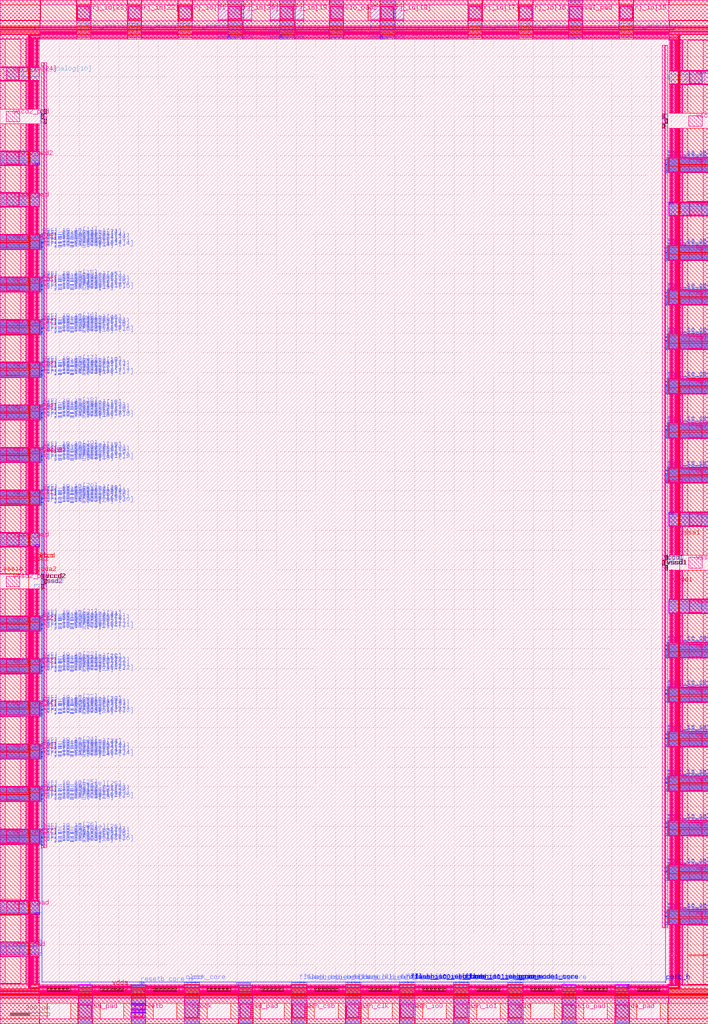
<source format=lef>
VERSION 5.7 ;
  NOWIREEXTENSIONATPIN ON ;
  DIVIDERCHAR "/" ;
  BUSBITCHARS "[]" ;
MACRO chip_io_alt
  CLASS BLOCK ;
  FOREIGN chip_io_alt ;
  ORIGIN 0.000 0.000 ;
  SIZE 3588.000 BY 5188.000 ;
  PIN clock
    DIRECTION INPUT ;
    USE SIGNAL ;
    PORT
      LAYER met5 ;
        RECT 938.200 32.990 1000.800 95.440 ;
    END
  END clock
  PIN clock_core
    DIRECTION OUTPUT TRISTATE ;
    USE SIGNAL ;
    PORT
      LAYER met2 ;
        RECT 936.635 208.565 936.915 210.965 ;
    END
  END clock_core
  PIN por
    DIRECTION INPUT ;
    USE SIGNAL ;
    PORT
      LAYER met2 ;
        RECT 970.215 208.565 970.495 210.965 ;
    END
  END por
  PIN flash_clk
    DIRECTION OUTPUT TRISTATE ;
    USE SIGNAL ;
    PORT
      LAYER met5 ;
        RECT 1755.200 32.990 1817.800 95.440 ;
    END
  END flash_clk
  PIN flash_csb
    DIRECTION OUTPUT TRISTATE ;
    USE SIGNAL ;
    PORT
      LAYER met5 ;
        RECT 1481.200 32.990 1543.800 95.440 ;
    END
  END flash_csb
  PIN flash_io0
    DIRECTION INOUT ;
    USE SIGNAL ;
    PORT
      LAYER met5 ;
        RECT 2029.200 32.990 2091.800 95.440 ;
    END
  END flash_io0
  PIN flash_io0_di_core
    DIRECTION OUTPUT TRISTATE ;
    USE SIGNAL ;
    PORT
      LAYER met2 ;
        RECT 2027.635 208.565 2027.915 210.965 ;
    END
  END flash_io0_di_core
  PIN flash_io0_do_core
    DIRECTION INPUT ;
    USE SIGNAL ;
    PORT
      LAYER met2 ;
        RECT 2082.835 208.565 2083.115 210.965 ;
    END
  END flash_io0_do_core
  PIN flash_io0_ieb_core
    DIRECTION INPUT ;
    USE SIGNAL ;
    PORT
      LAYER met1 ;
        RECT 2046.020 212.985 2077.220 213.265 ;
        RECT 2076.825 212.965 2077.165 212.985 ;
      LAYER via ;
        RECT 2046.050 212.985 2046.330 213.265 ;
        RECT 2061.215 212.985 2061.495 213.265 ;
        RECT 2076.855 212.965 2077.135 213.245 ;
      LAYER met2 ;
        RECT 2046.035 213.295 2046.315 213.360 ;
        RECT 2046.035 212.955 2046.330 213.295 ;
        RECT 2046.035 208.565 2046.315 212.955 ;
        RECT 2061.215 208.565 2061.495 213.390 ;
        RECT 2076.855 208.565 2077.135 213.335 ;
    END
  END flash_io0_ieb_core
  PIN flash_io0_oeb_core
    DIRECTION INPUT ;
    USE SIGNAL ;
    PORT
      LAYER met1 ;
        RECT 2055.045 213.460 2098.785 213.740 ;
        RECT 2055.200 213.425 2055.555 213.460 ;
      LAYER via ;
        RECT 2055.230 213.425 2055.525 213.720 ;
        RECT 2098.475 213.460 2098.755 213.740 ;
      LAYER met2 ;
        RECT 2055.230 210.155 2055.525 213.750 ;
        RECT 2055.235 208.565 2055.515 210.155 ;
        RECT 2098.475 208.565 2098.755 213.770 ;
    END
  END flash_io0_oeb_core
  PIN flash_io1
    DIRECTION INOUT ;
    USE SIGNAL ;
    PORT
      LAYER met5 ;
        RECT 2303.200 32.990 2365.800 95.440 ;
    END
  END flash_io1
  PIN flash_io1_di_core
    DIRECTION OUTPUT TRISTATE ;
    USE SIGNAL ;
    PORT
      LAYER met2 ;
        RECT 2301.635 208.565 2301.915 210.965 ;
    END
  END flash_io1_di_core
  PIN flash_io1_do_core
    DIRECTION INPUT ;
    USE SIGNAL ;
    PORT
      LAYER met2 ;
        RECT 2356.835 208.565 2357.115 210.965 ;
    END
  END flash_io1_do_core
  PIN flash_io1_ieb_core
    DIRECTION INPUT ;
    USE SIGNAL ;
    PORT
      LAYER met1 ;
        RECT 2335.215 213.770 2335.495 213.800 ;
        RECT 2320.000 213.490 2351.155 213.770 ;
        RECT 2335.215 213.460 2335.495 213.490 ;
      LAYER via ;
        RECT 2320.030 213.490 2320.310 213.770 ;
        RECT 2335.215 213.490 2335.495 213.770 ;
        RECT 2350.845 213.490 2351.125 213.770 ;
      LAYER met2 ;
        RECT 2320.035 213.800 2320.315 213.840 ;
        RECT 2320.030 213.460 2320.315 213.800 ;
        RECT 2350.845 213.790 2351.125 213.800 ;
        RECT 2335.185 213.490 2335.525 213.770 ;
        RECT 2320.035 208.565 2320.315 213.460 ;
        RECT 2335.215 208.565 2335.495 213.490 ;
        RECT 2350.845 213.460 2351.135 213.790 ;
        RECT 2350.855 208.565 2351.135 213.460 ;
    END
  END flash_io1_ieb_core
  PIN flash_io1_oeb_core
    DIRECTION INPUT ;
    USE SIGNAL ;
    PORT
      LAYER met1 ;
        RECT 2329.195 212.820 2372.785 213.100 ;
      LAYER via ;
        RECT 2329.225 212.820 2329.505 213.100 ;
        RECT 2372.475 212.820 2372.755 213.100 ;
      LAYER met2 ;
        RECT 2329.235 213.130 2329.515 213.170 ;
        RECT 2329.225 212.790 2329.515 213.130 ;
        RECT 2329.235 208.565 2329.515 212.790 ;
        RECT 2372.475 208.565 2372.755 213.130 ;
    END
  END flash_io1_oeb_core
  PIN gpio
    DIRECTION INOUT ;
    USE SIGNAL ;
    PORT
      LAYER met5 ;
        RECT 2577.200 32.990 2639.800 95.440 ;
    END
  END gpio
  PIN gpio_in_core
    DIRECTION OUTPUT TRISTATE ;
    USE SIGNAL ;
    PORT
      LAYER met2 ;
        RECT 2575.635 208.565 2575.915 210.965 ;
    END
  END gpio_in_core
  PIN gpio_inenb_core
    DIRECTION INPUT ;
    USE SIGNAL ;
    PORT
      LAYER met2 ;
        RECT 2609.215 208.565 2609.495 210.965 ;
    END
  END gpio_inenb_core
  PIN gpio_mode0_core
    DIRECTION INPUT ;
    USE SIGNAL ;
    PORT
      LAYER met2 ;
        RECT 2603.235 208.565 2603.515 210.965 ;
    END
  END gpio_mode0_core
  PIN gpio_mode1_core
    DIRECTION INPUT ;
    USE SIGNAL ;
    PORT
      LAYER met1 ;
        RECT 2593.990 213.555 2594.310 213.615 ;
        RECT 2624.730 213.555 2625.050 213.615 ;
        RECT 2593.990 213.415 2625.050 213.555 ;
        RECT 2593.990 213.355 2594.310 213.415 ;
        RECT 2624.730 213.355 2625.050 213.415 ;
      LAYER via ;
        RECT 2594.020 213.355 2594.280 213.615 ;
        RECT 2624.760 213.355 2625.020 213.615 ;
      LAYER met2 ;
        RECT 2594.080 213.645 2594.220 213.735 ;
        RECT 2594.020 213.325 2594.280 213.645 ;
        RECT 2624.760 213.325 2625.020 213.645 ;
        RECT 2594.080 210.965 2594.220 213.325 ;
        RECT 2624.820 210.975 2624.960 213.325 ;
        RECT 2594.035 208.565 2594.315 210.965 ;
        RECT 2624.820 210.510 2625.135 210.975 ;
        RECT 2624.855 208.565 2625.135 210.510 ;
    END
  END gpio_mode1_core
  PIN gpio_out_core
    DIRECTION INPUT ;
    USE SIGNAL ;
    PORT
      LAYER met2 ;
        RECT 2630.835 208.565 2631.115 210.965 ;
    END
  END gpio_out_core
  PIN gpio_outenb_core
    DIRECTION INPUT ;
    USE SIGNAL ;
    PORT
      LAYER met2 ;
        RECT 2646.475 208.565 2646.755 210.965 ;
    END
  END gpio_outenb_core
  PIN vccd_pad
    DIRECTION INOUT ;
    USE SIGNAL ;
    PORT
      LAYER met5 ;
        RECT 30.835 350.270 98.100 404.670 ;
    END
  END vccd_pad
  PIN vdda_pad
    DIRECTION INOUT ;
    USE SIGNAL ;
    PORT
      LAYER met5 ;
        RECT 3121.110 34.055 3181.950 94.880 ;
    END
  END vdda_pad
  PIN vddio_pad
    DIRECTION INOUT ;
    USE SIGNAL ;
    PORT
      LAYER met5 ;
        RECT 34.055 558.050 94.880 618.890 ;
    END
  END vddio_pad
  PIN vddio_pad2
    DIRECTION INOUT ;
    USE SIGNAL ;
    PORT
      LAYER met5 ;
        RECT 34.055 4356.050 94.880 4416.890 ;
    END
  END vddio_pad2
  PIN vssa_pad
    DIRECTION INOUT ;
    USE SIGNAL ;
    PORT
      LAYER met5 ;
        RECT 401.110 34.055 461.950 94.880 ;
    END
  END vssa_pad
  PIN vssd_pad
    DIRECTION INOUT ;
    USE SIGNAL ;
    PORT
      LAYER met5 ;
        RECT 1216.330 30.835 1270.730 98.100 ;
    END
  END vssd_pad
  PIN vssio_pad
    DIRECTION INOUT ;
    USE SIGNAL ;
    PORT
      LAYER met5 ;
        RECT 2852.110 34.055 2912.950 94.880 ;
    END
  END vssio_pad
  PIN vssio_pad2
    DIRECTION INOUT ;
    USE SIGNAL ;
    PORT
      LAYER met5 ;
        RECT 1674.050 5093.120 1734.890 5153.945 ;
    END
  END vssio_pad2
  PIN mprj_io[0]
    DIRECTION INOUT ;
    USE SIGNAL ;
    PORT
      LAYER met5 ;
        RECT 3492.560 506.200 3555.010 568.800 ;
    END
  END mprj_io[0]
  PIN mprj_io_analog_en[0]
    DIRECTION INPUT ;
    USE SIGNAL ;
    PORT
      LAYER met2 ;
        RECT 3377.035 529.015 3379.435 529.295 ;
    END
  END mprj_io_analog_en[0]
  PIN mprj_io_analog_pol[0]
    DIRECTION INPUT ;
    USE SIGNAL ;
    PORT
      LAYER met2 ;
        RECT 3377.035 535.455 3379.435 535.735 ;
    END
  END mprj_io_analog_pol[0]
  PIN mprj_io_analog_sel[0]
    DIRECTION INPUT ;
    USE SIGNAL ;
    PORT
      LAYER met2 ;
        RECT 3377.035 550.635 3379.435 550.915 ;
    END
  END mprj_io_analog_sel[0]
  PIN mprj_io_dm[0]
    DIRECTION INPUT ;
    USE SIGNAL ;
    PORT
      LAYER met2 ;
        RECT 3377.035 532.235 3379.435 532.515 ;
    END
  END mprj_io_dm[0]
  PIN mprj_io_dm[1]
    DIRECTION INPUT ;
    USE SIGNAL ;
    PORT
      LAYER met2 ;
        RECT 3377.035 523.035 3379.435 523.315 ;
    END
  END mprj_io_dm[1]
  PIN mprj_io_dm[2]
    DIRECTION INPUT ;
    USE SIGNAL ;
    PORT
      LAYER met2 ;
        RECT 3377.035 553.855 3379.435 554.135 ;
    END
  END mprj_io_dm[2]
  PIN mprj_io_holdover[0]
    DIRECTION INPUT ;
    USE SIGNAL ;
    PORT
      LAYER met2 ;
        RECT 3377.035 557.075 3379.435 557.355 ;
    END
  END mprj_io_holdover[0]
  PIN mprj_io_ib_mode_sel[0]
    DIRECTION INPUT ;
    USE SIGNAL ;
    PORT
      LAYER met2 ;
        RECT 3377.035 572.255 3379.435 572.535 ;
    END
  END mprj_io_ib_mode_sel[0]
  PIN mprj_io_inp_dis[0]
    DIRECTION INPUT ;
    USE SIGNAL ;
    PORT
      LAYER met2 ;
        RECT 3377.035 538.215 3379.435 538.495 ;
    END
  END mprj_io_inp_dis[0]
  PIN mprj_io_oeb[0]
    DIRECTION INPUT ;
    USE SIGNAL ;
    PORT
      LAYER met2 ;
        RECT 3377.035 575.475 3379.435 575.755 ;
    END
  END mprj_io_oeb[0]
  PIN mprj_io_out[0]
    DIRECTION INPUT ;
    USE SIGNAL ;
    PORT
      LAYER met2 ;
        RECT 3377.035 559.835 3379.435 560.115 ;
    END
  END mprj_io_out[0]
  PIN mprj_io_slow_sel[0]
    DIRECTION INPUT ;
    USE SIGNAL ;
    PORT
      LAYER met2 ;
        RECT 3377.035 513.835 3379.435 514.115 ;
    END
  END mprj_io_slow_sel[0]
  PIN mprj_io_vtrip_sel[0]
    DIRECTION INPUT ;
    USE SIGNAL ;
    PORT
      LAYER met2 ;
        RECT 3377.035 569.035 3379.435 569.315 ;
    END
  END mprj_io_vtrip_sel[0]
  PIN mprj_io_in[0]
    DIRECTION OUTPUT TRISTATE ;
    USE SIGNAL ;
    PORT
      LAYER met2 ;
        RECT 3377.035 504.635 3379.435 504.915 ;
    END
  END mprj_io_in[0]
  PIN mprj_io_in_3v3[0]
    DIRECTION OUTPUT TRISTATE ;
    USE SIGNAL ;
    PORT
      LAYER met2 ;
        RECT 3377.035 578.235 3379.435 578.515 ;
    END
  END mprj_io_in_3v3[0]
  PIN mprj_gpio_analog[3]
    DIRECTION INOUT ;
    USE SIGNAL ;
    PORT
      LAYER met2 ;
        RECT 3377.035 3433.055 3379.435 3433.335 ;
    END
  END mprj_gpio_analog[3]
  PIN mprj_gpio_noesd[3]
    DIRECTION INOUT ;
    USE SIGNAL ;
    PORT
      LAYER met2 ;
        RECT 3377.035 3442.255 3379.435 3442.535 ;
    END
  END mprj_gpio_noesd[3]
  PIN mprj_io[10]
    DIRECTION INOUT ;
    USE SIGNAL ;
    PORT
      LAYER met5 ;
        RECT 3492.560 3422.200 3555.010 3484.800 ;
    END
  END mprj_io[10]
  PIN mprj_io_analog_en[10]
    DIRECTION INPUT ;
    USE SIGNAL ;
    PORT
      LAYER met2 ;
        RECT 3377.035 3445.015 3379.435 3445.295 ;
    END
  END mprj_io_analog_en[10]
  PIN mprj_io_analog_pol[10]
    DIRECTION INPUT ;
    USE SIGNAL ;
    PORT
      LAYER met2 ;
        RECT 3377.035 3451.455 3379.435 3451.735 ;
    END
  END mprj_io_analog_pol[10]
  PIN mprj_io_analog_sel[10]
    DIRECTION INPUT ;
    USE SIGNAL ;
    PORT
      LAYER met2 ;
        RECT 3377.035 3466.635 3379.435 3466.915 ;
    END
  END mprj_io_analog_sel[10]
  PIN mprj_io_dm[30]
    DIRECTION INPUT ;
    USE SIGNAL ;
    PORT
      LAYER met2 ;
        RECT 3377.035 3448.235 3379.435 3448.515 ;
    END
  END mprj_io_dm[30]
  PIN mprj_io_dm[31]
    DIRECTION INPUT ;
    USE SIGNAL ;
    PORT
      LAYER met2 ;
        RECT 3377.035 3439.035 3379.435 3439.315 ;
    END
  END mprj_io_dm[31]
  PIN mprj_io_dm[32]
    DIRECTION INPUT ;
    USE SIGNAL ;
    PORT
      LAYER met2 ;
        RECT 3377.035 3469.855 3379.435 3470.135 ;
    END
  END mprj_io_dm[32]
  PIN mprj_io_holdover[10]
    DIRECTION INPUT ;
    USE SIGNAL ;
    PORT
      LAYER met2 ;
        RECT 3377.035 3473.075 3379.435 3473.355 ;
    END
  END mprj_io_holdover[10]
  PIN mprj_io_ib_mode_sel[10]
    DIRECTION INPUT ;
    USE SIGNAL ;
    PORT
      LAYER met2 ;
        RECT 3377.035 3488.255 3379.435 3488.535 ;
    END
  END mprj_io_ib_mode_sel[10]
  PIN mprj_io_inp_dis[10]
    DIRECTION INPUT ;
    USE SIGNAL ;
    PORT
      LAYER met2 ;
        RECT 3377.035 3454.215 3379.435 3454.495 ;
    END
  END mprj_io_inp_dis[10]
  PIN mprj_io_oeb[10]
    DIRECTION INPUT ;
    USE SIGNAL ;
    PORT
      LAYER met2 ;
        RECT 3377.035 3491.475 3379.435 3491.755 ;
    END
  END mprj_io_oeb[10]
  PIN mprj_io_out[10]
    DIRECTION INPUT ;
    USE SIGNAL ;
    PORT
      LAYER met2 ;
        RECT 3377.035 3475.835 3379.435 3476.115 ;
    END
  END mprj_io_out[10]
  PIN mprj_io_slow_sel[10]
    DIRECTION INPUT ;
    USE SIGNAL ;
    PORT
      LAYER met2 ;
        RECT 3377.035 3429.835 3379.435 3430.115 ;
    END
  END mprj_io_slow_sel[10]
  PIN mprj_io_vtrip_sel[10]
    DIRECTION INPUT ;
    USE SIGNAL ;
    PORT
      LAYER met2 ;
        RECT 3377.035 3485.035 3379.435 3485.315 ;
    END
  END mprj_io_vtrip_sel[10]
  PIN mprj_io_in[10]
    DIRECTION OUTPUT TRISTATE ;
    USE SIGNAL ;
    PORT
      LAYER met2 ;
        RECT 3377.035 3420.635 3379.435 3420.915 ;
    END
  END mprj_io_in[10]
  PIN mprj_io_in_3v3[10]
    DIRECTION OUTPUT TRISTATE ;
    USE SIGNAL ;
    PORT
      LAYER met2 ;
        RECT 3377.035 3494.235 3379.435 3494.515 ;
    END
  END mprj_io_in_3v3[10]
  PIN mprj_gpio_analog[4]
    DIRECTION INOUT ;
    USE SIGNAL ;
    PORT
      LAYER met2 ;
        RECT 3377.035 3658.055 3379.435 3658.335 ;
    END
  END mprj_gpio_analog[4]
  PIN mprj_gpio_noesd[4]
    DIRECTION INOUT ;
    USE SIGNAL ;
    PORT
      LAYER met2 ;
        RECT 3377.035 3667.255 3379.435 3667.535 ;
    END
  END mprj_gpio_noesd[4]
  PIN mprj_io[11]
    DIRECTION INOUT ;
    USE SIGNAL ;
    PORT
      LAYER met5 ;
        RECT 3492.560 3647.200 3555.010 3709.800 ;
    END
  END mprj_io[11]
  PIN mprj_io_analog_en[11]
    DIRECTION INPUT ;
    USE SIGNAL ;
    PORT
      LAYER met2 ;
        RECT 3377.035 3670.015 3379.435 3670.295 ;
    END
  END mprj_io_analog_en[11]
  PIN mprj_io_analog_pol[11]
    DIRECTION INPUT ;
    USE SIGNAL ;
    PORT
      LAYER met2 ;
        RECT 3377.035 3676.455 3379.435 3676.735 ;
    END
  END mprj_io_analog_pol[11]
  PIN mprj_io_analog_sel[11]
    DIRECTION INPUT ;
    USE SIGNAL ;
    PORT
      LAYER met2 ;
        RECT 3377.035 3691.635 3379.435 3691.915 ;
    END
  END mprj_io_analog_sel[11]
  PIN mprj_io_dm[33]
    DIRECTION INPUT ;
    USE SIGNAL ;
    PORT
      LAYER met2 ;
        RECT 3377.035 3673.235 3379.435 3673.515 ;
    END
  END mprj_io_dm[33]
  PIN mprj_io_dm[34]
    DIRECTION INPUT ;
    USE SIGNAL ;
    PORT
      LAYER met2 ;
        RECT 3377.035 3664.035 3379.435 3664.315 ;
    END
  END mprj_io_dm[34]
  PIN mprj_io_dm[35]
    DIRECTION INPUT ;
    USE SIGNAL ;
    PORT
      LAYER met2 ;
        RECT 3377.035 3694.855 3379.435 3695.135 ;
    END
  END mprj_io_dm[35]
  PIN mprj_io_holdover[11]
    DIRECTION INPUT ;
    USE SIGNAL ;
    PORT
      LAYER met2 ;
        RECT 3377.035 3698.075 3379.435 3698.355 ;
    END
  END mprj_io_holdover[11]
  PIN mprj_io_ib_mode_sel[11]
    DIRECTION INPUT ;
    USE SIGNAL ;
    PORT
      LAYER met2 ;
        RECT 3377.035 3713.255 3379.435 3713.535 ;
    END
  END mprj_io_ib_mode_sel[11]
  PIN mprj_io_inp_dis[11]
    DIRECTION INPUT ;
    USE SIGNAL ;
    PORT
      LAYER met2 ;
        RECT 3377.035 3679.215 3379.435 3679.495 ;
    END
  END mprj_io_inp_dis[11]
  PIN mprj_io_oeb[11]
    DIRECTION INPUT ;
    USE SIGNAL ;
    PORT
      LAYER met2 ;
        RECT 3377.035 3716.475 3379.435 3716.755 ;
    END
  END mprj_io_oeb[11]
  PIN mprj_io_out[11]
    DIRECTION INPUT ;
    USE SIGNAL ;
    PORT
      LAYER met2 ;
        RECT 3377.035 3700.835 3379.435 3701.115 ;
    END
  END mprj_io_out[11]
  PIN mprj_io_slow_sel[11]
    DIRECTION INPUT ;
    USE SIGNAL ;
    PORT
      LAYER met2 ;
        RECT 3377.035 3654.835 3379.435 3655.115 ;
    END
  END mprj_io_slow_sel[11]
  PIN mprj_io_vtrip_sel[11]
    DIRECTION INPUT ;
    USE SIGNAL ;
    PORT
      LAYER met2 ;
        RECT 3377.035 3710.035 3379.435 3710.315 ;
    END
  END mprj_io_vtrip_sel[11]
  PIN mprj_io_in[11]
    DIRECTION OUTPUT TRISTATE ;
    USE SIGNAL ;
    PORT
      LAYER met2 ;
        RECT 3377.035 3645.635 3379.435 3645.915 ;
    END
  END mprj_io_in[11]
  PIN mprj_io_in_3v3[11]
    DIRECTION OUTPUT TRISTATE ;
    USE SIGNAL ;
    PORT
      LAYER met2 ;
        RECT 3377.035 3719.235 3379.435 3719.515 ;
    END
  END mprj_io_in_3v3[11]
  PIN mprj_gpio_analog[5]
    DIRECTION INOUT ;
    USE SIGNAL ;
    PORT
      LAYER met2 ;
        RECT 3377.035 3883.055 3379.435 3883.335 ;
    END
  END mprj_gpio_analog[5]
  PIN mprj_gpio_noesd[5]
    DIRECTION INOUT ;
    USE SIGNAL ;
    PORT
      LAYER met2 ;
        RECT 3377.035 3892.255 3379.435 3892.535 ;
    END
  END mprj_gpio_noesd[5]
  PIN mprj_io[12]
    DIRECTION INOUT ;
    USE SIGNAL ;
    PORT
      LAYER met5 ;
        RECT 3492.560 3872.200 3555.010 3934.800 ;
    END
  END mprj_io[12]
  PIN mprj_io_analog_en[12]
    DIRECTION INPUT ;
    USE SIGNAL ;
    PORT
      LAYER met2 ;
        RECT 3377.035 3895.015 3379.435 3895.295 ;
    END
  END mprj_io_analog_en[12]
  PIN mprj_io_analog_pol[12]
    DIRECTION INPUT ;
    USE SIGNAL ;
    PORT
      LAYER met2 ;
        RECT 3377.035 3901.455 3379.435 3901.735 ;
    END
  END mprj_io_analog_pol[12]
  PIN mprj_io_analog_sel[12]
    DIRECTION INPUT ;
    USE SIGNAL ;
    PORT
      LAYER met2 ;
        RECT 3377.035 3916.635 3379.435 3916.915 ;
    END
  END mprj_io_analog_sel[12]
  PIN mprj_io_dm[36]
    DIRECTION INPUT ;
    USE SIGNAL ;
    PORT
      LAYER met2 ;
        RECT 3377.035 3898.235 3379.435 3898.515 ;
    END
  END mprj_io_dm[36]
  PIN mprj_io_dm[37]
    DIRECTION INPUT ;
    USE SIGNAL ;
    PORT
      LAYER met2 ;
        RECT 3377.035 3889.035 3379.435 3889.315 ;
    END
  END mprj_io_dm[37]
  PIN mprj_io_dm[38]
    DIRECTION INPUT ;
    USE SIGNAL ;
    PORT
      LAYER met2 ;
        RECT 3377.035 3919.855 3379.435 3920.135 ;
    END
  END mprj_io_dm[38]
  PIN mprj_io_holdover[12]
    DIRECTION INPUT ;
    USE SIGNAL ;
    PORT
      LAYER met2 ;
        RECT 3377.035 3923.075 3379.435 3923.355 ;
    END
  END mprj_io_holdover[12]
  PIN mprj_io_ib_mode_sel[12]
    DIRECTION INPUT ;
    USE SIGNAL ;
    PORT
      LAYER met2 ;
        RECT 3377.035 3938.255 3379.435 3938.535 ;
    END
  END mprj_io_ib_mode_sel[12]
  PIN mprj_io_inp_dis[12]
    DIRECTION INPUT ;
    USE SIGNAL ;
    PORT
      LAYER met2 ;
        RECT 3377.035 3904.215 3379.435 3904.495 ;
    END
  END mprj_io_inp_dis[12]
  PIN mprj_io_oeb[12]
    DIRECTION INPUT ;
    USE SIGNAL ;
    PORT
      LAYER met2 ;
        RECT 3377.035 3941.475 3379.435 3941.755 ;
    END
  END mprj_io_oeb[12]
  PIN mprj_io_out[12]
    DIRECTION INPUT ;
    USE SIGNAL ;
    PORT
      LAYER met2 ;
        RECT 3377.035 3925.835 3379.435 3926.115 ;
    END
  END mprj_io_out[12]
  PIN mprj_io_slow_sel[12]
    DIRECTION INPUT ;
    USE SIGNAL ;
    PORT
      LAYER met2 ;
        RECT 3377.035 3879.835 3379.435 3880.115 ;
    END
  END mprj_io_slow_sel[12]
  PIN mprj_io_vtrip_sel[12]
    DIRECTION INPUT ;
    USE SIGNAL ;
    PORT
      LAYER met2 ;
        RECT 3377.035 3935.035 3379.435 3935.315 ;
    END
  END mprj_io_vtrip_sel[12]
  PIN mprj_io_in[12]
    DIRECTION OUTPUT TRISTATE ;
    USE SIGNAL ;
    PORT
      LAYER met2 ;
        RECT 3377.035 3870.635 3379.435 3870.915 ;
    END
  END mprj_io_in[12]
  PIN mprj_io_in_3v3[12]
    DIRECTION OUTPUT TRISTATE ;
    USE SIGNAL ;
    PORT
      LAYER met2 ;
        RECT 3377.035 3944.235 3379.435 3944.515 ;
    END
  END mprj_io_in_3v3[12]
  PIN mprj_gpio_analog[6]
    DIRECTION INOUT ;
    USE SIGNAL ;
    PORT
      LAYER met2 ;
        RECT 3377.035 4329.055 3379.435 4329.335 ;
    END
  END mprj_gpio_analog[6]
  PIN mprj_gpio_noesd[6]
    DIRECTION INOUT ;
    USE SIGNAL ;
    PORT
      LAYER met2 ;
        RECT 3377.035 4338.255 3379.435 4338.535 ;
    END
  END mprj_gpio_noesd[6]
  PIN mprj_io[13]
    DIRECTION INOUT ;
    USE SIGNAL ;
    PORT
      LAYER met5 ;
        RECT 3492.560 4318.200 3555.010 4380.800 ;
    END
  END mprj_io[13]
  PIN mprj_io_analog_en[13]
    DIRECTION INPUT ;
    USE SIGNAL ;
    PORT
      LAYER met2 ;
        RECT 3377.035 4341.015 3379.435 4341.295 ;
    END
  END mprj_io_analog_en[13]
  PIN mprj_io_analog_pol[13]
    DIRECTION INPUT ;
    USE SIGNAL ;
    PORT
      LAYER met2 ;
        RECT 3377.035 4347.455 3379.435 4347.735 ;
    END
  END mprj_io_analog_pol[13]
  PIN mprj_io_analog_sel[13]
    DIRECTION INPUT ;
    USE SIGNAL ;
    PORT
      LAYER met2 ;
        RECT 3377.035 4362.635 3379.435 4362.915 ;
    END
  END mprj_io_analog_sel[13]
  PIN mprj_io_dm[39]
    DIRECTION INPUT ;
    USE SIGNAL ;
    PORT
      LAYER met2 ;
        RECT 3377.035 4344.235 3379.435 4344.515 ;
    END
  END mprj_io_dm[39]
  PIN mprj_io_dm[40]
    DIRECTION INPUT ;
    USE SIGNAL ;
    PORT
      LAYER met2 ;
        RECT 3377.035 4335.035 3379.435 4335.315 ;
    END
  END mprj_io_dm[40]
  PIN mprj_io_dm[41]
    DIRECTION INPUT ;
    USE SIGNAL ;
    PORT
      LAYER met2 ;
        RECT 3377.035 4365.855 3379.435 4366.135 ;
    END
  END mprj_io_dm[41]
  PIN mprj_io_holdover[13]
    DIRECTION INPUT ;
    USE SIGNAL ;
    PORT
      LAYER met2 ;
        RECT 3377.035 4369.075 3379.435 4369.355 ;
    END
  END mprj_io_holdover[13]
  PIN mprj_io_ib_mode_sel[13]
    DIRECTION INPUT ;
    USE SIGNAL ;
    PORT
      LAYER met2 ;
        RECT 3377.035 4384.255 3379.435 4384.535 ;
    END
  END mprj_io_ib_mode_sel[13]
  PIN mprj_io_inp_dis[13]
    DIRECTION INPUT ;
    USE SIGNAL ;
    PORT
      LAYER met2 ;
        RECT 3377.035 4350.215 3379.435 4350.495 ;
    END
  END mprj_io_inp_dis[13]
  PIN mprj_io_oeb[13]
    DIRECTION INPUT ;
    USE SIGNAL ;
    PORT
      LAYER met2 ;
        RECT 3377.035 4387.475 3379.435 4387.755 ;
    END
  END mprj_io_oeb[13]
  PIN mprj_io_out[13]
    DIRECTION INPUT ;
    USE SIGNAL ;
    PORT
      LAYER met2 ;
        RECT 3377.035 4371.835 3379.435 4372.115 ;
    END
  END mprj_io_out[13]
  PIN mprj_io_slow_sel[13]
    DIRECTION INPUT ;
    USE SIGNAL ;
    PORT
      LAYER met2 ;
        RECT 3377.035 4325.835 3379.435 4326.115 ;
    END
  END mprj_io_slow_sel[13]
  PIN mprj_io_vtrip_sel[13]
    DIRECTION INPUT ;
    USE SIGNAL ;
    PORT
      LAYER met2 ;
        RECT 3377.035 4381.035 3379.435 4381.315 ;
    END
  END mprj_io_vtrip_sel[13]
  PIN mprj_io_in[13]
    DIRECTION OUTPUT TRISTATE ;
    USE SIGNAL ;
    PORT
      LAYER met2 ;
        RECT 3377.035 4316.635 3379.435 4316.915 ;
    END
  END mprj_io_in[13]
  PIN mprj_io_in_3v3[13]
    DIRECTION OUTPUT TRISTATE ;
    USE SIGNAL ;
    PORT
      LAYER met2 ;
        RECT 3377.035 4390.235 3379.435 4390.515 ;
    END
  END mprj_io_in_3v3[13]
  PIN mprj_io[1]
    DIRECTION INOUT ;
    USE SIGNAL ;
    PORT
      LAYER met5 ;
        RECT 3492.560 732.200 3555.010 794.800 ;
    END
  END mprj_io[1]
  PIN mprj_io_analog_en[1]
    DIRECTION INPUT ;
    USE SIGNAL ;
    PORT
      LAYER met2 ;
        RECT 3377.035 755.015 3379.435 755.295 ;
    END
  END mprj_io_analog_en[1]
  PIN mprj_io_analog_pol[1]
    DIRECTION INPUT ;
    USE SIGNAL ;
    PORT
      LAYER met2 ;
        RECT 3377.035 761.455 3379.435 761.735 ;
    END
  END mprj_io_analog_pol[1]
  PIN mprj_io_analog_sel[1]
    DIRECTION INPUT ;
    USE SIGNAL ;
    PORT
      LAYER met2 ;
        RECT 3377.035 776.635 3379.435 776.915 ;
    END
  END mprj_io_analog_sel[1]
  PIN mprj_io_dm[3]
    DIRECTION INPUT ;
    USE SIGNAL ;
    PORT
      LAYER met2 ;
        RECT 3377.035 758.235 3379.435 758.515 ;
    END
  END mprj_io_dm[3]
  PIN mprj_io_dm[4]
    DIRECTION INPUT ;
    USE SIGNAL ;
    PORT
      LAYER met2 ;
        RECT 3377.035 749.035 3379.435 749.315 ;
    END
  END mprj_io_dm[4]
  PIN mprj_io_dm[5]
    DIRECTION INPUT ;
    USE SIGNAL ;
    PORT
      LAYER met2 ;
        RECT 3377.035 779.855 3379.435 780.135 ;
    END
  END mprj_io_dm[5]
  PIN mprj_io_holdover[1]
    DIRECTION INPUT ;
    USE SIGNAL ;
    PORT
      LAYER met2 ;
        RECT 3377.035 783.075 3379.435 783.355 ;
    END
  END mprj_io_holdover[1]
  PIN mprj_io_ib_mode_sel[1]
    DIRECTION INPUT ;
    USE SIGNAL ;
    PORT
      LAYER met2 ;
        RECT 3377.035 798.255 3379.435 798.535 ;
    END
  END mprj_io_ib_mode_sel[1]
  PIN mprj_io_inp_dis[1]
    DIRECTION INPUT ;
    USE SIGNAL ;
    PORT
      LAYER met2 ;
        RECT 3377.035 764.215 3379.435 764.495 ;
    END
  END mprj_io_inp_dis[1]
  PIN mprj_io_oeb[1]
    DIRECTION INPUT ;
    USE SIGNAL ;
    PORT
      LAYER met2 ;
        RECT 3377.035 801.475 3379.435 801.755 ;
    END
  END mprj_io_oeb[1]
  PIN mprj_io_out[1]
    DIRECTION INPUT ;
    USE SIGNAL ;
    PORT
      LAYER met2 ;
        RECT 3377.035 785.835 3379.435 786.115 ;
    END
  END mprj_io_out[1]
  PIN mprj_io_slow_sel[1]
    DIRECTION INPUT ;
    USE SIGNAL ;
    PORT
      LAYER met2 ;
        RECT 3377.035 739.835 3379.435 740.115 ;
    END
  END mprj_io_slow_sel[1]
  PIN mprj_io_vtrip_sel[1]
    DIRECTION INPUT ;
    USE SIGNAL ;
    PORT
      LAYER met2 ;
        RECT 3377.035 795.035 3379.435 795.315 ;
    END
  END mprj_io_vtrip_sel[1]
  PIN mprj_io_in[1]
    DIRECTION OUTPUT TRISTATE ;
    USE SIGNAL ;
    PORT
      LAYER met2 ;
        RECT 3377.035 730.635 3379.435 730.915 ;
    END
  END mprj_io_in[1]
  PIN mprj_io_in_3v3[1]
    DIRECTION OUTPUT TRISTATE ;
    USE SIGNAL ;
    PORT
      LAYER met2 ;
        RECT 3377.035 804.235 3379.435 804.515 ;
    END
  END mprj_io_in_3v3[1]
  PIN mprj_io[2]
    DIRECTION INOUT ;
    USE SIGNAL ;
    PORT
      LAYER met5 ;
        RECT 3492.560 957.200 3555.010 1019.800 ;
    END
  END mprj_io[2]
  PIN mprj_io_analog_en[2]
    DIRECTION INPUT ;
    USE SIGNAL ;
    PORT
      LAYER met2 ;
        RECT 3377.035 980.015 3379.435 980.295 ;
    END
  END mprj_io_analog_en[2]
  PIN mprj_io_analog_pol[2]
    DIRECTION INPUT ;
    USE SIGNAL ;
    PORT
      LAYER met2 ;
        RECT 3377.035 986.455 3379.435 986.735 ;
    END
  END mprj_io_analog_pol[2]
  PIN mprj_io_analog_sel[2]
    DIRECTION INPUT ;
    USE SIGNAL ;
    PORT
      LAYER met2 ;
        RECT 3377.035 1001.635 3379.435 1001.915 ;
    END
  END mprj_io_analog_sel[2]
  PIN mprj_io_dm[6]
    DIRECTION INPUT ;
    USE SIGNAL ;
    PORT
      LAYER met2 ;
        RECT 3377.035 983.235 3379.435 983.515 ;
    END
  END mprj_io_dm[6]
  PIN mprj_io_dm[7]
    DIRECTION INPUT ;
    USE SIGNAL ;
    PORT
      LAYER met2 ;
        RECT 3377.035 974.035 3379.435 974.315 ;
    END
  END mprj_io_dm[7]
  PIN mprj_io_dm[8]
    DIRECTION INPUT ;
    USE SIGNAL ;
    PORT
      LAYER met2 ;
        RECT 3377.035 1004.855 3379.435 1005.135 ;
    END
  END mprj_io_dm[8]
  PIN mprj_io_holdover[2]
    DIRECTION INPUT ;
    USE SIGNAL ;
    PORT
      LAYER met2 ;
        RECT 3377.035 1008.075 3379.435 1008.355 ;
    END
  END mprj_io_holdover[2]
  PIN mprj_io_ib_mode_sel[2]
    DIRECTION INPUT ;
    USE SIGNAL ;
    PORT
      LAYER met2 ;
        RECT 3377.035 1023.255 3379.435 1023.535 ;
    END
  END mprj_io_ib_mode_sel[2]
  PIN mprj_io_inp_dis[2]
    DIRECTION INPUT ;
    USE SIGNAL ;
    PORT
      LAYER met2 ;
        RECT 3377.035 989.215 3379.435 989.495 ;
    END
  END mprj_io_inp_dis[2]
  PIN mprj_io_oeb[2]
    DIRECTION INPUT ;
    USE SIGNAL ;
    PORT
      LAYER met2 ;
        RECT 3377.035 1026.475 3379.435 1026.755 ;
    END
  END mprj_io_oeb[2]
  PIN mprj_io_out[2]
    DIRECTION INPUT ;
    USE SIGNAL ;
    PORT
      LAYER met2 ;
        RECT 3377.035 1010.835 3379.435 1011.115 ;
    END
  END mprj_io_out[2]
  PIN mprj_io_slow_sel[2]
    DIRECTION INPUT ;
    USE SIGNAL ;
    PORT
      LAYER met2 ;
        RECT 3377.035 964.835 3379.435 965.115 ;
    END
  END mprj_io_slow_sel[2]
  PIN mprj_io_vtrip_sel[2]
    DIRECTION INPUT ;
    USE SIGNAL ;
    PORT
      LAYER met2 ;
        RECT 3377.035 1020.035 3379.435 1020.315 ;
    END
  END mprj_io_vtrip_sel[2]
  PIN mprj_io_in[2]
    DIRECTION OUTPUT TRISTATE ;
    USE SIGNAL ;
    PORT
      LAYER met2 ;
        RECT 3377.035 955.635 3379.435 955.915 ;
    END
  END mprj_io_in[2]
  PIN mprj_io_in_3v3[2]
    DIRECTION OUTPUT TRISTATE ;
    USE SIGNAL ;
    PORT
      LAYER met2 ;
        RECT 3377.035 1029.235 3379.435 1029.515 ;
    END
  END mprj_io_in_3v3[2]
  PIN mprj_io[3]
    DIRECTION INOUT ;
    USE SIGNAL ;
    PORT
      LAYER met5 ;
        RECT 3492.560 1183.200 3555.010 1245.800 ;
    END
  END mprj_io[3]
  PIN mprj_io_analog_en[3]
    DIRECTION INPUT ;
    USE SIGNAL ;
    PORT
      LAYER met2 ;
        RECT 3377.035 1206.015 3379.435 1206.295 ;
    END
  END mprj_io_analog_en[3]
  PIN mprj_io_analog_pol[3]
    DIRECTION INPUT ;
    USE SIGNAL ;
    PORT
      LAYER met2 ;
        RECT 3377.035 1212.455 3379.435 1212.735 ;
    END
  END mprj_io_analog_pol[3]
  PIN mprj_io_analog_sel[3]
    DIRECTION INPUT ;
    USE SIGNAL ;
    PORT
      LAYER met2 ;
        RECT 3377.035 1227.635 3379.435 1227.915 ;
    END
  END mprj_io_analog_sel[3]
  PIN mprj_io_dm[10]
    DIRECTION INPUT ;
    USE SIGNAL ;
    PORT
      LAYER met2 ;
        RECT 3377.035 1200.035 3379.435 1200.315 ;
    END
  END mprj_io_dm[10]
  PIN mprj_io_dm[11]
    DIRECTION INPUT ;
    USE SIGNAL ;
    PORT
      LAYER met2 ;
        RECT 3377.035 1230.855 3379.435 1231.135 ;
    END
  END mprj_io_dm[11]
  PIN mprj_io_dm[9]
    DIRECTION INPUT ;
    USE SIGNAL ;
    PORT
      LAYER met2 ;
        RECT 3377.035 1209.235 3379.435 1209.515 ;
    END
  END mprj_io_dm[9]
  PIN mprj_io_holdover[3]
    DIRECTION INPUT ;
    USE SIGNAL ;
    PORT
      LAYER met2 ;
        RECT 3377.035 1234.075 3379.435 1234.355 ;
    END
  END mprj_io_holdover[3]
  PIN mprj_io_ib_mode_sel[3]
    DIRECTION INPUT ;
    USE SIGNAL ;
    PORT
      LAYER met2 ;
        RECT 3377.035 1249.255 3379.435 1249.535 ;
    END
  END mprj_io_ib_mode_sel[3]
  PIN mprj_io_inp_dis[3]
    DIRECTION INPUT ;
    USE SIGNAL ;
    PORT
      LAYER met2 ;
        RECT 3377.035 1215.215 3379.435 1215.495 ;
    END
  END mprj_io_inp_dis[3]
  PIN mprj_io_oeb[3]
    DIRECTION INPUT ;
    USE SIGNAL ;
    PORT
      LAYER met2 ;
        RECT 3377.035 1252.475 3379.435 1252.755 ;
    END
  END mprj_io_oeb[3]
  PIN mprj_io_out[3]
    DIRECTION INPUT ;
    USE SIGNAL ;
    PORT
      LAYER met2 ;
        RECT 3377.035 1236.835 3379.435 1237.115 ;
    END
  END mprj_io_out[3]
  PIN mprj_io_slow_sel[3]
    DIRECTION INPUT ;
    USE SIGNAL ;
    PORT
      LAYER met2 ;
        RECT 3377.035 1190.835 3379.435 1191.115 ;
    END
  END mprj_io_slow_sel[3]
  PIN mprj_io_vtrip_sel[3]
    DIRECTION INPUT ;
    USE SIGNAL ;
    PORT
      LAYER met2 ;
        RECT 3377.035 1246.035 3379.435 1246.315 ;
    END
  END mprj_io_vtrip_sel[3]
  PIN mprj_io_in[3]
    DIRECTION OUTPUT TRISTATE ;
    USE SIGNAL ;
    PORT
      LAYER met2 ;
        RECT 3377.035 1181.635 3379.435 1181.915 ;
    END
  END mprj_io_in[3]
  PIN mprj_io_in_3v3[3]
    DIRECTION OUTPUT TRISTATE ;
    USE SIGNAL ;
    PORT
      LAYER met2 ;
        RECT 3377.035 1255.235 3379.435 1255.515 ;
    END
  END mprj_io_in_3v3[3]
  PIN mprj_io[4]
    DIRECTION INOUT ;
    USE SIGNAL ;
    PORT
      LAYER met5 ;
        RECT 3492.560 1408.200 3555.010 1470.800 ;
    END
  END mprj_io[4]
  PIN mprj_io_analog_en[4]
    DIRECTION INPUT ;
    USE SIGNAL ;
    PORT
      LAYER met2 ;
        RECT 3377.035 1431.015 3379.435 1431.295 ;
    END
  END mprj_io_analog_en[4]
  PIN mprj_io_analog_pol[4]
    DIRECTION INPUT ;
    USE SIGNAL ;
    PORT
      LAYER met2 ;
        RECT 3377.035 1437.455 3379.435 1437.735 ;
    END
  END mprj_io_analog_pol[4]
  PIN mprj_io_analog_sel[4]
    DIRECTION INPUT ;
    USE SIGNAL ;
    PORT
      LAYER met2 ;
        RECT 3377.035 1452.635 3379.435 1452.915 ;
    END
  END mprj_io_analog_sel[4]
  PIN mprj_io_dm[12]
    DIRECTION INPUT ;
    USE SIGNAL ;
    PORT
      LAYER met2 ;
        RECT 3377.035 1434.235 3379.435 1434.515 ;
    END
  END mprj_io_dm[12]
  PIN mprj_io_dm[13]
    DIRECTION INPUT ;
    USE SIGNAL ;
    PORT
      LAYER met2 ;
        RECT 3377.035 1425.035 3379.435 1425.315 ;
    END
  END mprj_io_dm[13]
  PIN mprj_io_dm[14]
    DIRECTION INPUT ;
    USE SIGNAL ;
    PORT
      LAYER met2 ;
        RECT 3377.035 1455.855 3379.435 1456.135 ;
    END
  END mprj_io_dm[14]
  PIN mprj_io_holdover[4]
    DIRECTION INPUT ;
    USE SIGNAL ;
    PORT
      LAYER met2 ;
        RECT 3377.035 1459.075 3379.435 1459.355 ;
    END
  END mprj_io_holdover[4]
  PIN mprj_io_ib_mode_sel[4]
    DIRECTION INPUT ;
    USE SIGNAL ;
    PORT
      LAYER met2 ;
        RECT 3377.035 1474.255 3379.435 1474.535 ;
    END
  END mprj_io_ib_mode_sel[4]
  PIN mprj_io_inp_dis[4]
    DIRECTION INPUT ;
    USE SIGNAL ;
    PORT
      LAYER met2 ;
        RECT 3377.035 1440.215 3379.435 1440.495 ;
    END
  END mprj_io_inp_dis[4]
  PIN mprj_io_oeb[4]
    DIRECTION INPUT ;
    USE SIGNAL ;
    PORT
      LAYER met2 ;
        RECT 3377.035 1477.475 3379.435 1477.755 ;
    END
  END mprj_io_oeb[4]
  PIN mprj_io_out[4]
    DIRECTION INPUT ;
    USE SIGNAL ;
    PORT
      LAYER met2 ;
        RECT 3377.035 1461.835 3379.435 1462.115 ;
    END
  END mprj_io_out[4]
  PIN mprj_io_slow_sel[4]
    DIRECTION INPUT ;
    USE SIGNAL ;
    PORT
      LAYER met2 ;
        RECT 3377.035 1415.835 3379.435 1416.115 ;
    END
  END mprj_io_slow_sel[4]
  PIN mprj_io_vtrip_sel[4]
    DIRECTION INPUT ;
    USE SIGNAL ;
    PORT
      LAYER met2 ;
        RECT 3377.035 1471.035 3379.435 1471.315 ;
    END
  END mprj_io_vtrip_sel[4]
  PIN mprj_io_in[4]
    DIRECTION OUTPUT TRISTATE ;
    USE SIGNAL ;
    PORT
      LAYER met2 ;
        RECT 3377.035 1406.635 3379.435 1406.915 ;
    END
  END mprj_io_in[4]
  PIN mprj_io_in_3v3[4]
    DIRECTION OUTPUT TRISTATE ;
    USE SIGNAL ;
    PORT
      LAYER met2 ;
        RECT 3377.035 1480.235 3379.435 1480.515 ;
    END
  END mprj_io_in_3v3[4]
  PIN mprj_io[5]
    DIRECTION INOUT ;
    USE SIGNAL ;
    PORT
      LAYER met5 ;
        RECT 3492.560 1633.200 3555.010 1695.800 ;
    END
  END mprj_io[5]
  PIN mprj_io_analog_en[5]
    DIRECTION INPUT ;
    USE SIGNAL ;
    PORT
      LAYER met2 ;
        RECT 3377.035 1656.015 3379.435 1656.295 ;
    END
  END mprj_io_analog_en[5]
  PIN mprj_io_analog_pol[5]
    DIRECTION INPUT ;
    USE SIGNAL ;
    PORT
      LAYER met2 ;
        RECT 3377.035 1662.455 3379.435 1662.735 ;
    END
  END mprj_io_analog_pol[5]
  PIN mprj_io_analog_sel[5]
    DIRECTION INPUT ;
    USE SIGNAL ;
    PORT
      LAYER met2 ;
        RECT 3377.035 1677.635 3379.435 1677.915 ;
    END
  END mprj_io_analog_sel[5]
  PIN mprj_io_dm[15]
    DIRECTION INPUT ;
    USE SIGNAL ;
    PORT
      LAYER met2 ;
        RECT 3377.035 1659.235 3379.435 1659.515 ;
    END
  END mprj_io_dm[15]
  PIN mprj_io_dm[16]
    DIRECTION INPUT ;
    USE SIGNAL ;
    PORT
      LAYER met2 ;
        RECT 3377.035 1650.035 3379.435 1650.315 ;
    END
  END mprj_io_dm[16]
  PIN mprj_io_dm[17]
    DIRECTION INPUT ;
    USE SIGNAL ;
    PORT
      LAYER met2 ;
        RECT 3377.035 1680.855 3379.435 1681.135 ;
    END
  END mprj_io_dm[17]
  PIN mprj_io_holdover[5]
    DIRECTION INPUT ;
    USE SIGNAL ;
    PORT
      LAYER met2 ;
        RECT 3377.035 1684.075 3379.435 1684.355 ;
    END
  END mprj_io_holdover[5]
  PIN mprj_io_ib_mode_sel[5]
    DIRECTION INPUT ;
    USE SIGNAL ;
    PORT
      LAYER met2 ;
        RECT 3377.035 1699.255 3379.435 1699.535 ;
    END
  END mprj_io_ib_mode_sel[5]
  PIN mprj_io_inp_dis[5]
    DIRECTION INPUT ;
    USE SIGNAL ;
    PORT
      LAYER met2 ;
        RECT 3377.035 1665.215 3379.435 1665.495 ;
    END
  END mprj_io_inp_dis[5]
  PIN mprj_io_oeb[5]
    DIRECTION INPUT ;
    USE SIGNAL ;
    PORT
      LAYER met2 ;
        RECT 3377.035 1702.475 3379.435 1702.755 ;
    END
  END mprj_io_oeb[5]
  PIN mprj_io_out[5]
    DIRECTION INPUT ;
    USE SIGNAL ;
    PORT
      LAYER met2 ;
        RECT 3377.035 1686.835 3379.435 1687.115 ;
    END
  END mprj_io_out[5]
  PIN mprj_io_slow_sel[5]
    DIRECTION INPUT ;
    USE SIGNAL ;
    PORT
      LAYER met2 ;
        RECT 3377.035 1640.835 3379.435 1641.115 ;
    END
  END mprj_io_slow_sel[5]
  PIN mprj_io_vtrip_sel[5]
    DIRECTION INPUT ;
    USE SIGNAL ;
    PORT
      LAYER met2 ;
        RECT 3377.035 1696.035 3379.435 1696.315 ;
    END
  END mprj_io_vtrip_sel[5]
  PIN mprj_io_in[5]
    DIRECTION OUTPUT TRISTATE ;
    USE SIGNAL ;
    PORT
      LAYER met2 ;
        RECT 3377.035 1631.635 3379.435 1631.915 ;
    END
  END mprj_io_in[5]
  PIN mprj_io_in_3v3[5]
    DIRECTION OUTPUT TRISTATE ;
    USE SIGNAL ;
    PORT
      LAYER met2 ;
        RECT 3377.035 1705.235 3379.435 1705.515 ;
    END
  END mprj_io_in_3v3[5]
  PIN mprj_io[6]
    DIRECTION INOUT ;
    USE SIGNAL ;
    PORT
      LAYER met5 ;
        RECT 3492.560 1859.200 3555.010 1921.800 ;
    END
  END mprj_io[6]
  PIN mprj_io_analog_en[6]
    DIRECTION INPUT ;
    USE SIGNAL ;
    PORT
      LAYER met2 ;
        RECT 3377.035 1882.015 3379.435 1882.295 ;
    END
  END mprj_io_analog_en[6]
  PIN mprj_io_analog_pol[6]
    DIRECTION INPUT ;
    USE SIGNAL ;
    PORT
      LAYER met2 ;
        RECT 3377.035 1888.455 3379.435 1888.735 ;
    END
  END mprj_io_analog_pol[6]
  PIN mprj_io_analog_sel[6]
    DIRECTION INPUT ;
    USE SIGNAL ;
    PORT
      LAYER met2 ;
        RECT 3377.035 1903.635 3379.435 1903.915 ;
    END
  END mprj_io_analog_sel[6]
  PIN mprj_io_dm[18]
    DIRECTION INPUT ;
    USE SIGNAL ;
    PORT
      LAYER met2 ;
        RECT 3377.035 1885.235 3379.435 1885.515 ;
    END
  END mprj_io_dm[18]
  PIN mprj_io_dm[19]
    DIRECTION INPUT ;
    USE SIGNAL ;
    PORT
      LAYER met2 ;
        RECT 3377.035 1876.035 3379.435 1876.315 ;
    END
  END mprj_io_dm[19]
  PIN mprj_io_dm[20]
    DIRECTION INPUT ;
    USE SIGNAL ;
    PORT
      LAYER met2 ;
        RECT 3377.035 1906.855 3379.435 1907.135 ;
    END
  END mprj_io_dm[20]
  PIN mprj_io_holdover[6]
    DIRECTION INPUT ;
    USE SIGNAL ;
    PORT
      LAYER met2 ;
        RECT 3377.035 1910.075 3379.435 1910.355 ;
    END
  END mprj_io_holdover[6]
  PIN mprj_io_ib_mode_sel[6]
    DIRECTION INPUT ;
    USE SIGNAL ;
    PORT
      LAYER met2 ;
        RECT 3377.035 1925.255 3379.435 1925.535 ;
    END
  END mprj_io_ib_mode_sel[6]
  PIN mprj_io_inp_dis[6]
    DIRECTION INPUT ;
    USE SIGNAL ;
    PORT
      LAYER met2 ;
        RECT 3377.035 1891.215 3379.435 1891.495 ;
    END
  END mprj_io_inp_dis[6]
  PIN mprj_io_oeb[6]
    DIRECTION INPUT ;
    USE SIGNAL ;
    PORT
      LAYER met2 ;
        RECT 3377.035 1928.475 3379.435 1928.755 ;
    END
  END mprj_io_oeb[6]
  PIN mprj_io_out[6]
    DIRECTION INPUT ;
    USE SIGNAL ;
    PORT
      LAYER met2 ;
        RECT 3377.035 1912.835 3379.435 1913.115 ;
    END
  END mprj_io_out[6]
  PIN mprj_io_slow_sel[6]
    DIRECTION INPUT ;
    USE SIGNAL ;
    PORT
      LAYER met2 ;
        RECT 3377.035 1866.835 3379.435 1867.115 ;
    END
  END mprj_io_slow_sel[6]
  PIN mprj_io_vtrip_sel[6]
    DIRECTION INPUT ;
    USE SIGNAL ;
    PORT
      LAYER met2 ;
        RECT 3377.035 1922.035 3379.435 1922.315 ;
    END
  END mprj_io_vtrip_sel[6]
  PIN mprj_io_in[6]
    DIRECTION OUTPUT TRISTATE ;
    USE SIGNAL ;
    PORT
      LAYER met2 ;
        RECT 3377.035 1857.635 3379.435 1857.915 ;
    END
  END mprj_io_in[6]
  PIN mprj_io_in_3v3[6]
    DIRECTION OUTPUT TRISTATE ;
    USE SIGNAL ;
    PORT
      LAYER met2 ;
        RECT 3377.035 1931.235 3379.435 1931.515 ;
    END
  END mprj_io_in_3v3[6]
  PIN mprj_gpio_analog[0]
    DIRECTION INOUT ;
    USE SIGNAL ;
    PORT
      LAYER met2 ;
        RECT 3377.035 2756.055 3379.435 2756.335 ;
    END
  END mprj_gpio_analog[0]
  PIN mprj_gpio_noesd[0]
    DIRECTION INOUT ;
    USE SIGNAL ;
    PORT
      LAYER met2 ;
        RECT 3377.035 2765.255 3379.435 2765.535 ;
    END
  END mprj_gpio_noesd[0]
  PIN mprj_io[7]
    DIRECTION INOUT ;
    USE SIGNAL ;
    PORT
      LAYER met5 ;
        RECT 3492.560 2745.200 3555.010 2807.800 ;
    END
  END mprj_io[7]
  PIN mprj_io_analog_en[7]
    DIRECTION INPUT ;
    USE SIGNAL ;
    PORT
      LAYER met2 ;
        RECT 3377.035 2768.015 3379.435 2768.295 ;
    END
  END mprj_io_analog_en[7]
  PIN mprj_io_analog_pol[7]
    DIRECTION INPUT ;
    USE SIGNAL ;
    PORT
      LAYER met2 ;
        RECT 3377.035 2774.455 3379.435 2774.735 ;
    END
  END mprj_io_analog_pol[7]
  PIN mprj_io_analog_sel[7]
    DIRECTION INPUT ;
    USE SIGNAL ;
    PORT
      LAYER met2 ;
        RECT 3377.035 2789.635 3379.435 2789.915 ;
    END
  END mprj_io_analog_sel[7]
  PIN mprj_io_dm[21]
    DIRECTION INPUT ;
    USE SIGNAL ;
    PORT
      LAYER met2 ;
        RECT 3377.035 2771.235 3379.435 2771.515 ;
    END
  END mprj_io_dm[21]
  PIN mprj_io_dm[22]
    DIRECTION INPUT ;
    USE SIGNAL ;
    PORT
      LAYER met2 ;
        RECT 3377.035 2762.035 3379.435 2762.315 ;
    END
  END mprj_io_dm[22]
  PIN mprj_io_dm[23]
    DIRECTION INPUT ;
    USE SIGNAL ;
    PORT
      LAYER met2 ;
        RECT 3377.035 2792.855 3379.435 2793.135 ;
    END
  END mprj_io_dm[23]
  PIN mprj_io_holdover[7]
    DIRECTION INPUT ;
    USE SIGNAL ;
    PORT
      LAYER met2 ;
        RECT 3377.035 2796.075 3379.435 2796.355 ;
    END
  END mprj_io_holdover[7]
  PIN mprj_io_ib_mode_sel[7]
    DIRECTION INPUT ;
    USE SIGNAL ;
    PORT
      LAYER met2 ;
        RECT 3377.035 2811.255 3379.435 2811.535 ;
    END
  END mprj_io_ib_mode_sel[7]
  PIN mprj_io_inp_dis[7]
    DIRECTION INPUT ;
    USE SIGNAL ;
    PORT
      LAYER met2 ;
        RECT 3377.035 2777.215 3379.435 2777.495 ;
    END
  END mprj_io_inp_dis[7]
  PIN mprj_io_oeb[7]
    DIRECTION INPUT ;
    USE SIGNAL ;
    PORT
      LAYER met2 ;
        RECT 3377.035 2814.475 3379.435 2814.755 ;
    END
  END mprj_io_oeb[7]
  PIN mprj_io_out[7]
    DIRECTION INPUT ;
    USE SIGNAL ;
    PORT
      LAYER met2 ;
        RECT 3377.035 2798.835 3379.435 2799.115 ;
    END
  END mprj_io_out[7]
  PIN mprj_io_slow_sel[7]
    DIRECTION INPUT ;
    USE SIGNAL ;
    PORT
      LAYER met2 ;
        RECT 3377.035 2752.835 3379.435 2753.115 ;
    END
  END mprj_io_slow_sel[7]
  PIN mprj_io_vtrip_sel[7]
    DIRECTION INPUT ;
    USE SIGNAL ;
    PORT
      LAYER met2 ;
        RECT 3377.035 2808.035 3379.435 2808.315 ;
    END
  END mprj_io_vtrip_sel[7]
  PIN mprj_io_in[7]
    DIRECTION OUTPUT TRISTATE ;
    USE SIGNAL ;
    PORT
      LAYER met2 ;
        RECT 3377.035 2743.635 3379.435 2743.915 ;
    END
  END mprj_io_in[7]
  PIN mprj_io_in_3v3[7]
    DIRECTION OUTPUT TRISTATE ;
    USE SIGNAL ;
    PORT
      LAYER met2 ;
        RECT 3377.035 2817.235 3379.435 2817.515 ;
    END
  END mprj_io_in_3v3[7]
  PIN mprj_gpio_analog[1]
    DIRECTION INOUT ;
    USE SIGNAL ;
    PORT
      LAYER met2 ;
        RECT 3377.035 2982.055 3379.435 2982.335 ;
    END
  END mprj_gpio_analog[1]
  PIN mprj_gpio_noesd[1]
    DIRECTION INOUT ;
    USE SIGNAL ;
    PORT
      LAYER met2 ;
        RECT 3377.035 2991.255 3379.435 2991.535 ;
    END
  END mprj_gpio_noesd[1]
  PIN mprj_io[8]
    DIRECTION INOUT ;
    USE SIGNAL ;
    PORT
      LAYER met5 ;
        RECT 3492.560 2971.200 3555.010 3033.800 ;
    END
  END mprj_io[8]
  PIN mprj_io_analog_en[8]
    DIRECTION INPUT ;
    USE SIGNAL ;
    PORT
      LAYER met2 ;
        RECT 3377.035 2994.015 3379.435 2994.295 ;
    END
  END mprj_io_analog_en[8]
  PIN mprj_io_analog_pol[8]
    DIRECTION INPUT ;
    USE SIGNAL ;
    PORT
      LAYER met2 ;
        RECT 3377.035 3000.455 3379.435 3000.735 ;
    END
  END mprj_io_analog_pol[8]
  PIN mprj_io_analog_sel[8]
    DIRECTION INPUT ;
    USE SIGNAL ;
    PORT
      LAYER met2 ;
        RECT 3377.035 3015.635 3379.435 3015.915 ;
    END
  END mprj_io_analog_sel[8]
  PIN mprj_io_dm[24]
    DIRECTION INPUT ;
    USE SIGNAL ;
    PORT
      LAYER met2 ;
        RECT 3377.035 2997.235 3379.435 2997.515 ;
    END
  END mprj_io_dm[24]
  PIN mprj_io_dm[25]
    DIRECTION INPUT ;
    USE SIGNAL ;
    PORT
      LAYER met2 ;
        RECT 3377.035 2988.035 3379.435 2988.315 ;
    END
  END mprj_io_dm[25]
  PIN mprj_io_dm[26]
    DIRECTION INPUT ;
    USE SIGNAL ;
    PORT
      LAYER met2 ;
        RECT 3377.035 3018.855 3379.435 3019.135 ;
    END
  END mprj_io_dm[26]
  PIN mprj_io_holdover[8]
    DIRECTION INPUT ;
    USE SIGNAL ;
    PORT
      LAYER met2 ;
        RECT 3377.035 3022.075 3379.435 3022.355 ;
    END
  END mprj_io_holdover[8]
  PIN mprj_io_ib_mode_sel[8]
    DIRECTION INPUT ;
    USE SIGNAL ;
    PORT
      LAYER met2 ;
        RECT 3377.035 3037.255 3379.435 3037.535 ;
    END
  END mprj_io_ib_mode_sel[8]
  PIN mprj_io_inp_dis[8]
    DIRECTION INPUT ;
    USE SIGNAL ;
    PORT
      LAYER met2 ;
        RECT 3377.035 3003.215 3379.435 3003.495 ;
    END
  END mprj_io_inp_dis[8]
  PIN mprj_io_oeb[8]
    DIRECTION INPUT ;
    USE SIGNAL ;
    PORT
      LAYER met2 ;
        RECT 3377.035 3040.475 3379.435 3040.755 ;
    END
  END mprj_io_oeb[8]
  PIN mprj_io_out[8]
    DIRECTION INPUT ;
    USE SIGNAL ;
    PORT
      LAYER met2 ;
        RECT 3377.035 3024.835 3379.435 3025.115 ;
    END
  END mprj_io_out[8]
  PIN mprj_io_slow_sel[8]
    DIRECTION INPUT ;
    USE SIGNAL ;
    PORT
      LAYER met2 ;
        RECT 3377.035 2978.835 3379.435 2979.115 ;
    END
  END mprj_io_slow_sel[8]
  PIN mprj_io_vtrip_sel[8]
    DIRECTION INPUT ;
    USE SIGNAL ;
    PORT
      LAYER met2 ;
        RECT 3377.035 3034.035 3379.435 3034.315 ;
    END
  END mprj_io_vtrip_sel[8]
  PIN mprj_io_in[8]
    DIRECTION OUTPUT TRISTATE ;
    USE SIGNAL ;
    PORT
      LAYER met2 ;
        RECT 3377.035 2969.635 3379.435 2969.915 ;
    END
  END mprj_io_in[8]
  PIN mprj_io_in_3v3[8]
    DIRECTION OUTPUT TRISTATE ;
    USE SIGNAL ;
    PORT
      LAYER met2 ;
        RECT 3377.035 3043.235 3379.435 3043.515 ;
    END
  END mprj_io_in_3v3[8]
  PIN mprj_gpio_analog[2]
    DIRECTION INOUT ;
    USE SIGNAL ;
    PORT
      LAYER met2 ;
        RECT 3377.035 3207.055 3379.435 3207.335 ;
    END
  END mprj_gpio_analog[2]
  PIN mprj_gpio_noesd[2]
    DIRECTION INOUT ;
    USE SIGNAL ;
    PORT
      LAYER met2 ;
        RECT 3377.035 3216.255 3379.435 3216.535 ;
    END
  END mprj_gpio_noesd[2]
  PIN mprj_io[9]
    DIRECTION INOUT ;
    USE SIGNAL ;
    PORT
      LAYER met5 ;
        RECT 3492.560 3196.200 3555.010 3258.800 ;
    END
  END mprj_io[9]
  PIN mprj_io_analog_en[9]
    DIRECTION INPUT ;
    USE SIGNAL ;
    PORT
      LAYER met2 ;
        RECT 3377.035 3219.015 3379.435 3219.295 ;
    END
  END mprj_io_analog_en[9]
  PIN mprj_io_analog_pol[9]
    DIRECTION INPUT ;
    USE SIGNAL ;
    PORT
      LAYER met2 ;
        RECT 3377.035 3225.455 3379.435 3225.735 ;
    END
  END mprj_io_analog_pol[9]
  PIN mprj_io_analog_sel[9]
    DIRECTION INPUT ;
    USE SIGNAL ;
    PORT
      LAYER met2 ;
        RECT 3377.035 3240.635 3379.435 3240.915 ;
    END
  END mprj_io_analog_sel[9]
  PIN mprj_io_dm[27]
    DIRECTION INPUT ;
    USE SIGNAL ;
    PORT
      LAYER met2 ;
        RECT 3377.035 3222.235 3379.435 3222.515 ;
    END
  END mprj_io_dm[27]
  PIN mprj_io_dm[28]
    DIRECTION INPUT ;
    USE SIGNAL ;
    PORT
      LAYER met2 ;
        RECT 3377.035 3213.035 3379.435 3213.315 ;
    END
  END mprj_io_dm[28]
  PIN mprj_io_dm[29]
    DIRECTION INPUT ;
    USE SIGNAL ;
    PORT
      LAYER met2 ;
        RECT 3377.035 3243.855 3379.435 3244.135 ;
    END
  END mprj_io_dm[29]
  PIN mprj_io_holdover[9]
    DIRECTION INPUT ;
    USE SIGNAL ;
    PORT
      LAYER met2 ;
        RECT 3377.035 3247.075 3379.435 3247.355 ;
    END
  END mprj_io_holdover[9]
  PIN mprj_io_ib_mode_sel[9]
    DIRECTION INPUT ;
    USE SIGNAL ;
    PORT
      LAYER met2 ;
        RECT 3377.035 3262.255 3379.435 3262.535 ;
    END
  END mprj_io_ib_mode_sel[9]
  PIN mprj_io_inp_dis[9]
    DIRECTION INPUT ;
    USE SIGNAL ;
    PORT
      LAYER met2 ;
        RECT 3377.035 3228.215 3379.435 3228.495 ;
    END
  END mprj_io_inp_dis[9]
  PIN mprj_io_oeb[9]
    DIRECTION INPUT ;
    USE SIGNAL ;
    PORT
      LAYER met2 ;
        RECT 3377.035 3265.475 3379.435 3265.755 ;
    END
  END mprj_io_oeb[9]
  PIN mprj_io_out[9]
    DIRECTION INPUT ;
    USE SIGNAL ;
    PORT
      LAYER met2 ;
        RECT 3377.035 3249.835 3379.435 3250.115 ;
    END
  END mprj_io_out[9]
  PIN mprj_io_slow_sel[9]
    DIRECTION INPUT ;
    USE SIGNAL ;
    PORT
      LAYER met2 ;
        RECT 3377.035 3203.835 3379.435 3204.115 ;
    END
  END mprj_io_slow_sel[9]
  PIN mprj_io_vtrip_sel[9]
    DIRECTION INPUT ;
    USE SIGNAL ;
    PORT
      LAYER met2 ;
        RECT 3377.035 3259.035 3379.435 3259.315 ;
    END
  END mprj_io_vtrip_sel[9]
  PIN mprj_io_in[9]
    DIRECTION OUTPUT TRISTATE ;
    USE SIGNAL ;
    PORT
      LAYER met2 ;
        RECT 3377.035 3194.635 3379.435 3194.915 ;
    END
  END mprj_io_in[9]
  PIN mprj_io_in_3v3[9]
    DIRECTION OUTPUT TRISTATE ;
    USE SIGNAL ;
    PORT
      LAYER met2 ;
        RECT 3377.035 3268.235 3379.435 3268.515 ;
    END
  END mprj_io_in_3v3[9]
  PIN mprj_gpio_analog[7]
    DIRECTION INOUT ;
    USE SIGNAL ;
    PORT
      LAYER met2 ;
        RECT 208.565 3984.665 210.965 3984.945 ;
    END
  END mprj_gpio_analog[7]
  PIN mprj_gpio_noesd[7]
    DIRECTION INOUT ;
    USE SIGNAL ;
    PORT
      LAYER met2 ;
        RECT 208.565 3975.465 210.965 3975.745 ;
    END
  END mprj_gpio_noesd[7]
  PIN mprj_io[25]
    DIRECTION INOUT ;
    USE SIGNAL ;
    PORT
      LAYER met5 ;
        RECT 32.990 3933.200 95.440 3995.800 ;
    END
  END mprj_io[25]
  PIN mprj_io_analog_en[14]
    DIRECTION INPUT ;
    USE SIGNAL ;
    PORT
      LAYER met2 ;
        RECT 208.565 3972.705 210.965 3972.985 ;
    END
  END mprj_io_analog_en[14]
  PIN mprj_io_analog_pol[14]
    DIRECTION INPUT ;
    USE SIGNAL ;
    PORT
      LAYER met2 ;
        RECT 208.565 3966.265 210.965 3966.545 ;
    END
  END mprj_io_analog_pol[14]
  PIN mprj_io_analog_sel[14]
    DIRECTION INPUT ;
    USE SIGNAL ;
    PORT
      LAYER met2 ;
        RECT 208.565 3951.085 210.965 3951.365 ;
    END
  END mprj_io_analog_sel[14]
  PIN mprj_io_dm[42]
    DIRECTION INPUT ;
    USE SIGNAL ;
    PORT
      LAYER met2 ;
        RECT 208.565 3969.485 210.965 3969.765 ;
    END
  END mprj_io_dm[42]
  PIN mprj_io_dm[43]
    DIRECTION INPUT ;
    USE SIGNAL ;
    PORT
      LAYER met2 ;
        RECT 208.565 3978.685 210.965 3978.965 ;
    END
  END mprj_io_dm[43]
  PIN mprj_io_dm[44]
    DIRECTION INPUT ;
    USE SIGNAL ;
    PORT
      LAYER met2 ;
        RECT 208.565 3947.865 210.965 3948.145 ;
    END
  END mprj_io_dm[44]
  PIN mprj_io_holdover[14]
    DIRECTION INPUT ;
    USE SIGNAL ;
    PORT
      LAYER met2 ;
        RECT 208.565 3944.645 210.965 3944.925 ;
    END
  END mprj_io_holdover[14]
  PIN mprj_io_ib_mode_sel[14]
    DIRECTION INPUT ;
    USE SIGNAL ;
    PORT
      LAYER met2 ;
        RECT 208.565 3929.465 210.965 3929.745 ;
    END
  END mprj_io_ib_mode_sel[14]
  PIN mprj_io_inp_dis[14]
    DIRECTION INPUT ;
    USE SIGNAL ;
    PORT
      LAYER met2 ;
        RECT 208.565 3963.505 210.965 3963.785 ;
    END
  END mprj_io_inp_dis[14]
  PIN mprj_io_oeb[14]
    DIRECTION INPUT ;
    USE SIGNAL ;
    PORT
      LAYER met2 ;
        RECT 208.565 3926.245 210.965 3926.525 ;
    END
  END mprj_io_oeb[14]
  PIN mprj_io_out[14]
    DIRECTION INPUT ;
    USE SIGNAL ;
    PORT
      LAYER met2 ;
        RECT 208.565 3941.885 210.965 3942.165 ;
    END
  END mprj_io_out[14]
  PIN mprj_io_slow_sel[14]
    DIRECTION INPUT ;
    USE SIGNAL ;
    PORT
      LAYER met2 ;
        RECT 208.565 3987.885 210.965 3988.165 ;
    END
  END mprj_io_slow_sel[14]
  PIN mprj_io_vtrip_sel[14]
    DIRECTION INPUT ;
    USE SIGNAL ;
    PORT
      LAYER met2 ;
        RECT 208.565 3932.685 210.965 3932.965 ;
    END
  END mprj_io_vtrip_sel[14]
  PIN mprj_io_in[14]
    DIRECTION OUTPUT TRISTATE ;
    USE SIGNAL ;
    PORT
      LAYER met2 ;
        RECT 208.565 3997.085 210.965 3997.365 ;
    END
  END mprj_io_in[14]
  PIN mprj_io_in_3v3[14]
    DIRECTION OUTPUT TRISTATE ;
    USE SIGNAL ;
    PORT
      LAYER met2 ;
        RECT 208.565 3923.485 210.965 3923.765 ;
    END
  END mprj_io_in_3v3[14]
  PIN mprj_gpio_analog[17]
    DIRECTION INOUT ;
    USE SIGNAL ;
    PORT
      LAYER met2 ;
        RECT 208.565 1402.665 210.965 1402.945 ;
    END
  END mprj_gpio_analog[17]
  PIN mprj_gpio_noesd[17]
    DIRECTION INOUT ;
    USE SIGNAL ;
    PORT
      LAYER met2 ;
        RECT 208.565 1393.465 210.965 1393.745 ;
    END
  END mprj_gpio_noesd[17]
  PIN mprj_io[35]
    DIRECTION INOUT ;
    USE SIGNAL ;
    PORT
      LAYER met5 ;
        RECT 32.990 1351.200 95.440 1413.800 ;
    END
  END mprj_io[35]
  PIN mprj_io_analog_en[24]
    DIRECTION INPUT ;
    USE SIGNAL ;
    PORT
      LAYER met2 ;
        RECT 208.565 1390.705 210.965 1390.985 ;
    END
  END mprj_io_analog_en[24]
  PIN mprj_io_analog_pol[24]
    DIRECTION INPUT ;
    USE SIGNAL ;
    PORT
      LAYER met2 ;
        RECT 208.565 1384.265 210.965 1384.545 ;
    END
  END mprj_io_analog_pol[24]
  PIN mprj_io_analog_sel[24]
    DIRECTION INPUT ;
    USE SIGNAL ;
    PORT
      LAYER met2 ;
        RECT 208.565 1369.085 210.965 1369.365 ;
    END
  END mprj_io_analog_sel[24]
  PIN mprj_io_dm[72]
    DIRECTION INPUT ;
    USE SIGNAL ;
    PORT
      LAYER met2 ;
        RECT 208.565 1387.485 210.965 1387.765 ;
    END
  END mprj_io_dm[72]
  PIN mprj_io_dm[73]
    DIRECTION INPUT ;
    USE SIGNAL ;
    PORT
      LAYER met2 ;
        RECT 208.565 1396.685 210.965 1396.965 ;
    END
  END mprj_io_dm[73]
  PIN mprj_io_dm[74]
    DIRECTION INPUT ;
    USE SIGNAL ;
    PORT
      LAYER met2 ;
        RECT 208.565 1365.865 210.965 1366.145 ;
    END
  END mprj_io_dm[74]
  PIN mprj_io_holdover[24]
    DIRECTION INPUT ;
    USE SIGNAL ;
    PORT
      LAYER met2 ;
        RECT 208.565 1362.645 210.965 1362.925 ;
    END
  END mprj_io_holdover[24]
  PIN mprj_io_ib_mode_sel[24]
    DIRECTION INPUT ;
    USE SIGNAL ;
    PORT
      LAYER met2 ;
        RECT 208.565 1347.465 210.965 1347.745 ;
    END
  END mprj_io_ib_mode_sel[24]
  PIN mprj_io_inp_dis[24]
    DIRECTION INPUT ;
    USE SIGNAL ;
    PORT
      LAYER met2 ;
        RECT 208.565 1381.505 210.965 1381.785 ;
    END
  END mprj_io_inp_dis[24]
  PIN mprj_io_oeb[24]
    DIRECTION INPUT ;
    USE SIGNAL ;
    PORT
      LAYER met2 ;
        RECT 208.565 1344.245 210.965 1344.525 ;
    END
  END mprj_io_oeb[24]
  PIN mprj_io_out[24]
    DIRECTION INPUT ;
    USE SIGNAL ;
    PORT
      LAYER met2 ;
        RECT 208.565 1359.885 210.965 1360.165 ;
    END
  END mprj_io_out[24]
  PIN mprj_io_slow_sel[24]
    DIRECTION INPUT ;
    USE SIGNAL ;
    PORT
      LAYER met2 ;
        RECT 208.565 1405.885 210.965 1406.165 ;
    END
  END mprj_io_slow_sel[24]
  PIN mprj_io_vtrip_sel[24]
    DIRECTION INPUT ;
    USE SIGNAL ;
    PORT
      LAYER met2 ;
        RECT 208.565 1350.685 210.965 1350.965 ;
    END
  END mprj_io_vtrip_sel[24]
  PIN mprj_io_in[24]
    DIRECTION OUTPUT TRISTATE ;
    USE SIGNAL ;
    PORT
      LAYER met2 ;
        RECT 208.565 1415.085 210.965 1415.365 ;
    END
  END mprj_io_in[24]
  PIN mprj_io_in_3v3[24]
    DIRECTION OUTPUT TRISTATE ;
    USE SIGNAL ;
    PORT
      LAYER met2 ;
        RECT 208.565 1341.485 210.965 1341.765 ;
    END
  END mprj_io_in_3v3[24]
  PIN mprj_io[36]
    DIRECTION INOUT ;
    USE SIGNAL ;
    PORT
      LAYER met5 ;
        RECT 32.990 1135.200 95.440 1197.800 ;
    END
  END mprj_io[36]
  PIN mprj_io_analog_en[25]
    DIRECTION INPUT ;
    USE SIGNAL ;
    PORT
      LAYER met2 ;
        RECT 208.565 1174.705 210.965 1174.985 ;
    END
  END mprj_io_analog_en[25]
  PIN mprj_io_analog_pol[25]
    DIRECTION INPUT ;
    USE SIGNAL ;
    PORT
      LAYER met2 ;
        RECT 208.565 1168.265 210.965 1168.545 ;
    END
  END mprj_io_analog_pol[25]
  PIN mprj_io_analog_sel[25]
    DIRECTION INPUT ;
    USE SIGNAL ;
    PORT
      LAYER met2 ;
        RECT 208.565 1153.085 210.965 1153.365 ;
    END
  END mprj_io_analog_sel[25]
  PIN mprj_io_dm[75]
    DIRECTION INPUT ;
    USE SIGNAL ;
    PORT
      LAYER met2 ;
        RECT 208.565 1171.485 210.965 1171.765 ;
    END
  END mprj_io_dm[75]
  PIN mprj_io_dm[76]
    DIRECTION INPUT ;
    USE SIGNAL ;
    PORT
      LAYER met2 ;
        RECT 208.565 1180.685 210.965 1180.965 ;
    END
  END mprj_io_dm[76]
  PIN mprj_io_dm[77]
    DIRECTION INPUT ;
    USE SIGNAL ;
    PORT
      LAYER met2 ;
        RECT 208.565 1149.865 210.965 1150.145 ;
    END
  END mprj_io_dm[77]
  PIN mprj_io_holdover[25]
    DIRECTION INPUT ;
    USE SIGNAL ;
    PORT
      LAYER met2 ;
        RECT 208.565 1146.645 210.965 1146.925 ;
    END
  END mprj_io_holdover[25]
  PIN mprj_io_ib_mode_sel[25]
    DIRECTION INPUT ;
    USE SIGNAL ;
    PORT
      LAYER met2 ;
        RECT 208.565 1131.465 210.965 1131.745 ;
    END
  END mprj_io_ib_mode_sel[25]
  PIN mprj_io_inp_dis[25]
    DIRECTION INPUT ;
    USE SIGNAL ;
    PORT
      LAYER met2 ;
        RECT 208.565 1165.505 210.965 1165.785 ;
    END
  END mprj_io_inp_dis[25]
  PIN mprj_io_oeb[25]
    DIRECTION INPUT ;
    USE SIGNAL ;
    PORT
      LAYER met2 ;
        RECT 208.565 1128.245 210.965 1128.525 ;
    END
  END mprj_io_oeb[25]
  PIN mprj_io_out[25]
    DIRECTION INPUT ;
    USE SIGNAL ;
    PORT
      LAYER met2 ;
        RECT 208.565 1143.885 210.965 1144.165 ;
    END
  END mprj_io_out[25]
  PIN mprj_io_slow_sel[25]
    DIRECTION INPUT ;
    USE SIGNAL ;
    PORT
      LAYER met2 ;
        RECT 208.565 1189.885 210.965 1190.165 ;
    END
  END mprj_io_slow_sel[25]
  PIN mprj_io_vtrip_sel[25]
    DIRECTION INPUT ;
    USE SIGNAL ;
    PORT
      LAYER met2 ;
        RECT 208.565 1134.685 210.965 1134.965 ;
    END
  END mprj_io_vtrip_sel[25]
  PIN mprj_io_in[25]
    DIRECTION OUTPUT TRISTATE ;
    USE SIGNAL ;
    PORT
      LAYER met2 ;
        RECT 208.565 1199.085 210.965 1199.365 ;
    END
  END mprj_io_in[25]
  PIN mprj_io_in_3v3[25]
    DIRECTION OUTPUT TRISTATE ;
    USE SIGNAL ;
    PORT
      LAYER met2 ;
        RECT 208.565 1125.485 210.965 1125.765 ;
    END
  END mprj_io_in_3v3[25]
  PIN mprj_io[37]
    DIRECTION INOUT ;
    USE SIGNAL ;
    PORT
      LAYER met5 ;
        RECT 32.990 919.200 95.440 981.800 ;
    END
  END mprj_io[37]
  PIN mprj_io_analog_en[26]
    DIRECTION INPUT ;
    USE SIGNAL ;
    PORT
      LAYER met2 ;
        RECT 208.565 958.705 210.965 958.985 ;
    END
  END mprj_io_analog_en[26]
  PIN mprj_io_analog_pol[26]
    DIRECTION INPUT ;
    USE SIGNAL ;
    PORT
      LAYER met2 ;
        RECT 208.565 952.265 210.965 952.545 ;
    END
  END mprj_io_analog_pol[26]
  PIN mprj_io_analog_sel[26]
    DIRECTION INPUT ;
    USE SIGNAL ;
    PORT
      LAYER met2 ;
        RECT 208.565 937.085 210.965 937.365 ;
    END
  END mprj_io_analog_sel[26]
  PIN mprj_io_dm[78]
    DIRECTION INPUT ;
    USE SIGNAL ;
    PORT
      LAYER met2 ;
        RECT 208.565 955.485 210.965 955.765 ;
    END
  END mprj_io_dm[78]
  PIN mprj_io_dm[79]
    DIRECTION INPUT ;
    USE SIGNAL ;
    PORT
      LAYER met2 ;
        RECT 208.565 964.685 210.965 964.965 ;
    END
  END mprj_io_dm[79]
  PIN mprj_io_dm[80]
    DIRECTION INPUT ;
    USE SIGNAL ;
    PORT
      LAYER met2 ;
        RECT 208.565 933.865 210.965 934.145 ;
    END
  END mprj_io_dm[80]
  PIN mprj_io_holdover[26]
    DIRECTION INPUT ;
    USE SIGNAL ;
    PORT
      LAYER met2 ;
        RECT 208.565 930.645 210.965 930.925 ;
    END
  END mprj_io_holdover[26]
  PIN mprj_io_ib_mode_sel[26]
    DIRECTION INPUT ;
    USE SIGNAL ;
    PORT
      LAYER met2 ;
        RECT 208.565 915.465 210.965 915.745 ;
    END
  END mprj_io_ib_mode_sel[26]
  PIN mprj_io_inp_dis[26]
    DIRECTION INPUT ;
    USE SIGNAL ;
    PORT
      LAYER met2 ;
        RECT 208.565 949.505 210.965 949.785 ;
    END
  END mprj_io_inp_dis[26]
  PIN mprj_io_oeb[26]
    DIRECTION INPUT ;
    USE SIGNAL ;
    PORT
      LAYER met2 ;
        RECT 208.565 912.245 210.965 912.525 ;
    END
  END mprj_io_oeb[26]
  PIN mprj_io_out[26]
    DIRECTION INPUT ;
    USE SIGNAL ;
    PORT
      LAYER met2 ;
        RECT 208.565 927.885 210.965 928.165 ;
    END
  END mprj_io_out[26]
  PIN mprj_io_slow_sel[26]
    DIRECTION INPUT ;
    USE SIGNAL ;
    PORT
      LAYER met2 ;
        RECT 208.565 973.885 210.965 974.165 ;
    END
  END mprj_io_slow_sel[26]
  PIN mprj_io_vtrip_sel[26]
    DIRECTION INPUT ;
    USE SIGNAL ;
    PORT
      LAYER met2 ;
        RECT 208.565 918.685 210.965 918.965 ;
    END
  END mprj_io_vtrip_sel[26]
  PIN mprj_io_in[26]
    DIRECTION OUTPUT TRISTATE ;
    USE SIGNAL ;
    PORT
      LAYER met2 ;
        RECT 208.565 983.085 210.965 983.365 ;
    END
  END mprj_io_in[26]
  PIN mprj_io_in_3v3[26]
    DIRECTION OUTPUT TRISTATE ;
    USE SIGNAL ;
    PORT
      LAYER met2 ;
        RECT 208.565 909.485 210.965 909.765 ;
    END
  END mprj_io_in_3v3[26]
  PIN mprj_gpio_analog[8]
    DIRECTION INOUT ;
    USE SIGNAL ;
    PORT
      LAYER met2 ;
        RECT 208.565 3768.665 210.965 3768.945 ;
    END
  END mprj_gpio_analog[8]
  PIN mprj_gpio_noesd[8]
    DIRECTION INOUT ;
    USE SIGNAL ;
    PORT
      LAYER met2 ;
        RECT 208.565 3759.465 210.965 3759.745 ;
    END
  END mprj_gpio_noesd[8]
  PIN mprj_io[26]
    DIRECTION INOUT ;
    USE SIGNAL ;
    PORT
      LAYER met5 ;
        RECT 32.990 3717.200 95.440 3779.800 ;
    END
  END mprj_io[26]
  PIN mprj_io_analog_en[15]
    DIRECTION INPUT ;
    USE SIGNAL ;
    PORT
      LAYER met2 ;
        RECT 208.565 3756.705 210.965 3756.985 ;
    END
  END mprj_io_analog_en[15]
  PIN mprj_io_analog_pol[15]
    DIRECTION INPUT ;
    USE SIGNAL ;
    PORT
      LAYER met2 ;
        RECT 208.565 3750.265 210.965 3750.545 ;
    END
  END mprj_io_analog_pol[15]
  PIN mprj_io_analog_sel[15]
    DIRECTION INPUT ;
    USE SIGNAL ;
    PORT
      LAYER met2 ;
        RECT 208.565 3735.085 210.965 3735.365 ;
    END
  END mprj_io_analog_sel[15]
  PIN mprj_io_dm[45]
    DIRECTION INPUT ;
    USE SIGNAL ;
    PORT
      LAYER met2 ;
        RECT 208.565 3753.485 210.965 3753.765 ;
    END
  END mprj_io_dm[45]
  PIN mprj_io_dm[46]
    DIRECTION INPUT ;
    USE SIGNAL ;
    PORT
      LAYER met2 ;
        RECT 208.565 3762.685 210.965 3762.965 ;
    END
  END mprj_io_dm[46]
  PIN mprj_io_dm[47]
    DIRECTION INPUT ;
    USE SIGNAL ;
    PORT
      LAYER met2 ;
        RECT 208.565 3731.865 210.965 3732.145 ;
    END
  END mprj_io_dm[47]
  PIN mprj_io_holdover[15]
    DIRECTION INPUT ;
    USE SIGNAL ;
    PORT
      LAYER met2 ;
        RECT 208.565 3728.645 210.965 3728.925 ;
    END
  END mprj_io_holdover[15]
  PIN mprj_io_ib_mode_sel[15]
    DIRECTION INPUT ;
    USE SIGNAL ;
    PORT
      LAYER met2 ;
        RECT 208.565 3713.465 210.965 3713.745 ;
    END
  END mprj_io_ib_mode_sel[15]
  PIN mprj_io_inp_dis[15]
    DIRECTION INPUT ;
    USE SIGNAL ;
    PORT
      LAYER met2 ;
        RECT 208.565 3747.505 210.965 3747.785 ;
    END
  END mprj_io_inp_dis[15]
  PIN mprj_io_oeb[15]
    DIRECTION INPUT ;
    USE SIGNAL ;
    PORT
      LAYER met2 ;
        RECT 208.565 3710.245 210.965 3710.525 ;
    END
  END mprj_io_oeb[15]
  PIN mprj_io_out[15]
    DIRECTION INPUT ;
    USE SIGNAL ;
    PORT
      LAYER met2 ;
        RECT 208.565 3725.885 210.965 3726.165 ;
    END
  END mprj_io_out[15]
  PIN mprj_io_slow_sel[15]
    DIRECTION INPUT ;
    USE SIGNAL ;
    PORT
      LAYER met2 ;
        RECT 208.565 3771.885 210.965 3772.165 ;
    END
  END mprj_io_slow_sel[15]
  PIN mprj_io_vtrip_sel[15]
    DIRECTION INPUT ;
    USE SIGNAL ;
    PORT
      LAYER met2 ;
        RECT 208.565 3716.685 210.965 3716.965 ;
    END
  END mprj_io_vtrip_sel[15]
  PIN mprj_io_in[15]
    DIRECTION OUTPUT TRISTATE ;
    USE SIGNAL ;
    PORT
      LAYER met2 ;
        RECT 208.565 3781.085 210.965 3781.365 ;
    END
  END mprj_io_in[15]
  PIN mprj_io_in_3v3[15]
    DIRECTION OUTPUT TRISTATE ;
    USE SIGNAL ;
    PORT
      LAYER met2 ;
        RECT 208.565 3707.485 210.965 3707.765 ;
    END
  END mprj_io_in_3v3[15]
  PIN mprj_gpio_analog[9]
    DIRECTION INOUT ;
    USE SIGNAL ;
    PORT
      LAYER met2 ;
        RECT 208.565 3552.665 210.965 3552.945 ;
    END
  END mprj_gpio_analog[9]
  PIN mprj_gpio_noesd[9]
    DIRECTION INOUT ;
    USE SIGNAL ;
    PORT
      LAYER met2 ;
        RECT 208.565 3543.465 210.965 3543.745 ;
    END
  END mprj_gpio_noesd[9]
  PIN mprj_io[27]
    DIRECTION INOUT ;
    USE SIGNAL ;
    PORT
      LAYER met5 ;
        RECT 32.990 3501.200 95.440 3563.800 ;
    END
  END mprj_io[27]
  PIN mprj_io_analog_en[16]
    DIRECTION INPUT ;
    USE SIGNAL ;
    PORT
      LAYER met2 ;
        RECT 208.565 3540.705 210.965 3540.985 ;
    END
  END mprj_io_analog_en[16]
  PIN mprj_io_analog_pol[16]
    DIRECTION INPUT ;
    USE SIGNAL ;
    PORT
      LAYER met2 ;
        RECT 208.565 3534.265 210.965 3534.545 ;
    END
  END mprj_io_analog_pol[16]
  PIN mprj_io_analog_sel[16]
    DIRECTION INPUT ;
    USE SIGNAL ;
    PORT
      LAYER met2 ;
        RECT 208.565 3519.085 210.965 3519.365 ;
    END
  END mprj_io_analog_sel[16]
  PIN mprj_io_dm[48]
    DIRECTION INPUT ;
    USE SIGNAL ;
    PORT
      LAYER met2 ;
        RECT 208.565 3537.485 210.965 3537.765 ;
    END
  END mprj_io_dm[48]
  PIN mprj_io_dm[49]
    DIRECTION INPUT ;
    USE SIGNAL ;
    PORT
      LAYER met2 ;
        RECT 208.565 3546.685 210.965 3546.965 ;
    END
  END mprj_io_dm[49]
  PIN mprj_io_dm[50]
    DIRECTION INPUT ;
    USE SIGNAL ;
    PORT
      LAYER met2 ;
        RECT 208.565 3515.865 210.965 3516.145 ;
    END
  END mprj_io_dm[50]
  PIN mprj_io_holdover[16]
    DIRECTION INPUT ;
    USE SIGNAL ;
    PORT
      LAYER met2 ;
        RECT 208.565 3512.645 210.965 3512.925 ;
    END
  END mprj_io_holdover[16]
  PIN mprj_io_ib_mode_sel[16]
    DIRECTION INPUT ;
    USE SIGNAL ;
    PORT
      LAYER met2 ;
        RECT 208.565 3497.465 210.965 3497.745 ;
    END
  END mprj_io_ib_mode_sel[16]
  PIN mprj_io_inp_dis[16]
    DIRECTION INPUT ;
    USE SIGNAL ;
    PORT
      LAYER met2 ;
        RECT 208.565 3531.505 210.965 3531.785 ;
    END
  END mprj_io_inp_dis[16]
  PIN mprj_io_oeb[16]
    DIRECTION INPUT ;
    USE SIGNAL ;
    PORT
      LAYER met2 ;
        RECT 208.565 3494.245 210.965 3494.525 ;
    END
  END mprj_io_oeb[16]
  PIN mprj_io_out[16]
    DIRECTION INPUT ;
    USE SIGNAL ;
    PORT
      LAYER met2 ;
        RECT 208.565 3509.885 210.965 3510.165 ;
    END
  END mprj_io_out[16]
  PIN mprj_io_slow_sel[16]
    DIRECTION INPUT ;
    USE SIGNAL ;
    PORT
      LAYER met2 ;
        RECT 208.565 3555.885 210.965 3556.165 ;
    END
  END mprj_io_slow_sel[16]
  PIN mprj_io_vtrip_sel[16]
    DIRECTION INPUT ;
    USE SIGNAL ;
    PORT
      LAYER met2 ;
        RECT 208.565 3500.685 210.965 3500.965 ;
    END
  END mprj_io_vtrip_sel[16]
  PIN mprj_io_in[16]
    DIRECTION OUTPUT TRISTATE ;
    USE SIGNAL ;
    PORT
      LAYER met2 ;
        RECT 208.565 3565.085 210.965 3565.365 ;
    END
  END mprj_io_in[16]
  PIN mprj_io_in_3v3[16]
    DIRECTION OUTPUT TRISTATE ;
    USE SIGNAL ;
    PORT
      LAYER met2 ;
        RECT 208.565 3491.485 210.965 3491.765 ;
    END
  END mprj_io_in_3v3[16]
  PIN mprj_gpio_analog[10]
    DIRECTION INOUT ;
    USE SIGNAL ;
    PORT
      LAYER met2 ;
        RECT 208.565 3336.665 210.965 3336.945 ;
    END
  END mprj_gpio_analog[10]
  PIN mprj_gpio_noesd[10]
    DIRECTION INOUT ;
    USE SIGNAL ;
    PORT
      LAYER met2 ;
        RECT 208.565 3327.465 210.965 3327.745 ;
    END
  END mprj_gpio_noesd[10]
  PIN mprj_io[28]
    DIRECTION INOUT ;
    USE SIGNAL ;
    PORT
      LAYER met5 ;
        RECT 32.990 3285.200 95.440 3347.800 ;
    END
  END mprj_io[28]
  PIN mprj_io_analog_en[17]
    DIRECTION INPUT ;
    USE SIGNAL ;
    PORT
      LAYER met2 ;
        RECT 208.565 3324.705 210.965 3324.985 ;
    END
  END mprj_io_analog_en[17]
  PIN mprj_io_analog_pol[17]
    DIRECTION INPUT ;
    USE SIGNAL ;
    PORT
      LAYER met2 ;
        RECT 208.565 3318.265 210.965 3318.545 ;
    END
  END mprj_io_analog_pol[17]
  PIN mprj_io_analog_sel[17]
    DIRECTION INPUT ;
    USE SIGNAL ;
    PORT
      LAYER met2 ;
        RECT 208.565 3303.085 210.965 3303.365 ;
    END
  END mprj_io_analog_sel[17]
  PIN mprj_io_dm[51]
    DIRECTION INPUT ;
    USE SIGNAL ;
    PORT
      LAYER met2 ;
        RECT 208.565 3321.485 210.965 3321.765 ;
    END
  END mprj_io_dm[51]
  PIN mprj_io_dm[52]
    DIRECTION INPUT ;
    USE SIGNAL ;
    PORT
      LAYER met2 ;
        RECT 208.565 3330.685 210.965 3330.965 ;
    END
  END mprj_io_dm[52]
  PIN mprj_io_dm[53]
    DIRECTION INPUT ;
    USE SIGNAL ;
    PORT
      LAYER met2 ;
        RECT 208.565 3299.865 210.965 3300.145 ;
    END
  END mprj_io_dm[53]
  PIN mprj_io_holdover[17]
    DIRECTION INPUT ;
    USE SIGNAL ;
    PORT
      LAYER met2 ;
        RECT 208.565 3296.645 210.965 3296.925 ;
    END
  END mprj_io_holdover[17]
  PIN mprj_io_ib_mode_sel[17]
    DIRECTION INPUT ;
    USE SIGNAL ;
    PORT
      LAYER met2 ;
        RECT 208.565 3281.465 210.965 3281.745 ;
    END
  END mprj_io_ib_mode_sel[17]
  PIN mprj_io_inp_dis[17]
    DIRECTION INPUT ;
    USE SIGNAL ;
    PORT
      LAYER met2 ;
        RECT 208.565 3315.505 210.965 3315.785 ;
    END
  END mprj_io_inp_dis[17]
  PIN mprj_io_oeb[17]
    DIRECTION INPUT ;
    USE SIGNAL ;
    PORT
      LAYER met2 ;
        RECT 208.565 3278.245 210.965 3278.525 ;
    END
  END mprj_io_oeb[17]
  PIN mprj_io_out[17]
    DIRECTION INPUT ;
    USE SIGNAL ;
    PORT
      LAYER met2 ;
        RECT 208.565 3293.885 210.965 3294.165 ;
    END
  END mprj_io_out[17]
  PIN mprj_io_slow_sel[17]
    DIRECTION INPUT ;
    USE SIGNAL ;
    PORT
      LAYER met2 ;
        RECT 208.565 3339.885 210.965 3340.165 ;
    END
  END mprj_io_slow_sel[17]
  PIN mprj_io_vtrip_sel[17]
    DIRECTION INPUT ;
    USE SIGNAL ;
    PORT
      LAYER met2 ;
        RECT 208.565 3284.685 210.965 3284.965 ;
    END
  END mprj_io_vtrip_sel[17]
  PIN mprj_io_in[17]
    DIRECTION OUTPUT TRISTATE ;
    USE SIGNAL ;
    PORT
      LAYER met2 ;
        RECT 208.565 3349.085 210.965 3349.365 ;
    END
  END mprj_io_in[17]
  PIN mprj_io_in_3v3[17]
    DIRECTION OUTPUT TRISTATE ;
    USE SIGNAL ;
    PORT
      LAYER met2 ;
        RECT 208.565 3275.485 210.965 3275.765 ;
    END
  END mprj_io_in_3v3[17]
  PIN mprj_gpio_analog[11]
    DIRECTION INOUT ;
    USE SIGNAL ;
    PORT
      LAYER met2 ;
        RECT 208.565 3120.665 210.965 3120.945 ;
    END
  END mprj_gpio_analog[11]
  PIN mprj_gpio_noesd[11]
    DIRECTION INOUT ;
    USE SIGNAL ;
    PORT
      LAYER met2 ;
        RECT 208.565 3111.465 210.965 3111.745 ;
    END
  END mprj_gpio_noesd[11]
  PIN mprj_io[29]
    DIRECTION INOUT ;
    USE SIGNAL ;
    PORT
      LAYER met5 ;
        RECT 32.990 3069.200 95.440 3131.800 ;
    END
  END mprj_io[29]
  PIN mprj_io_analog_en[18]
    DIRECTION INPUT ;
    USE SIGNAL ;
    PORT
      LAYER met2 ;
        RECT 208.565 3108.705 210.965 3108.985 ;
    END
  END mprj_io_analog_en[18]
  PIN mprj_io_analog_pol[18]
    DIRECTION INPUT ;
    USE SIGNAL ;
    PORT
      LAYER met2 ;
        RECT 208.565 3102.265 210.965 3102.545 ;
    END
  END mprj_io_analog_pol[18]
  PIN mprj_io_analog_sel[18]
    DIRECTION INPUT ;
    USE SIGNAL ;
    PORT
      LAYER met2 ;
        RECT 208.565 3087.085 210.965 3087.365 ;
    END
  END mprj_io_analog_sel[18]
  PIN mprj_io_dm[54]
    DIRECTION INPUT ;
    USE SIGNAL ;
    PORT
      LAYER met2 ;
        RECT 208.565 3105.485 210.965 3105.765 ;
    END
  END mprj_io_dm[54]
  PIN mprj_io_dm[55]
    DIRECTION INPUT ;
    USE SIGNAL ;
    PORT
      LAYER met2 ;
        RECT 208.565 3114.685 210.965 3114.965 ;
    END
  END mprj_io_dm[55]
  PIN mprj_io_dm[56]
    DIRECTION INPUT ;
    USE SIGNAL ;
    PORT
      LAYER met2 ;
        RECT 208.565 3083.865 210.965 3084.145 ;
    END
  END mprj_io_dm[56]
  PIN mprj_io_holdover[18]
    DIRECTION INPUT ;
    USE SIGNAL ;
    PORT
      LAYER met2 ;
        RECT 208.565 3080.645 210.965 3080.925 ;
    END
  END mprj_io_holdover[18]
  PIN mprj_io_ib_mode_sel[18]
    DIRECTION INPUT ;
    USE SIGNAL ;
    PORT
      LAYER met2 ;
        RECT 208.565 3065.465 210.965 3065.745 ;
    END
  END mprj_io_ib_mode_sel[18]
  PIN mprj_io_inp_dis[18]
    DIRECTION INPUT ;
    USE SIGNAL ;
    PORT
      LAYER met2 ;
        RECT 208.565 3099.505 210.965 3099.785 ;
    END
  END mprj_io_inp_dis[18]
  PIN mprj_io_oeb[18]
    DIRECTION INPUT ;
    USE SIGNAL ;
    PORT
      LAYER met2 ;
        RECT 208.565 3062.245 210.965 3062.525 ;
    END
  END mprj_io_oeb[18]
  PIN mprj_io_out[18]
    DIRECTION INPUT ;
    USE SIGNAL ;
    PORT
      LAYER met2 ;
        RECT 208.565 3077.885 210.965 3078.165 ;
    END
  END mprj_io_out[18]
  PIN mprj_io_slow_sel[18]
    DIRECTION INPUT ;
    USE SIGNAL ;
    PORT
      LAYER met2 ;
        RECT 208.565 3123.885 210.965 3124.165 ;
    END
  END mprj_io_slow_sel[18]
  PIN mprj_io_vtrip_sel[18]
    DIRECTION INPUT ;
    USE SIGNAL ;
    PORT
      LAYER met2 ;
        RECT 208.565 3068.685 210.965 3068.965 ;
    END
  END mprj_io_vtrip_sel[18]
  PIN mprj_io_in[18]
    DIRECTION OUTPUT TRISTATE ;
    USE SIGNAL ;
    PORT
      LAYER met2 ;
        RECT 208.565 3133.085 210.965 3133.365 ;
    END
  END mprj_io_in[18]
  PIN mprj_io_in_3v3[18]
    DIRECTION OUTPUT TRISTATE ;
    USE SIGNAL ;
    PORT
      LAYER met2 ;
        RECT 208.565 3059.485 210.965 3059.765 ;
    END
  END mprj_io_in_3v3[18]
  PIN mprj_gpio_analog[12]
    DIRECTION INOUT ;
    USE SIGNAL ;
    PORT
      LAYER met2 ;
        RECT 208.565 2904.665 210.965 2904.945 ;
    END
  END mprj_gpio_analog[12]
  PIN mprj_gpio_noesd[12]
    DIRECTION INOUT ;
    USE SIGNAL ;
    PORT
      LAYER met2 ;
        RECT 208.565 2895.465 210.965 2895.745 ;
    END
  END mprj_gpio_noesd[12]
  PIN mprj_io[30]
    DIRECTION INOUT ;
    USE SIGNAL ;
    PORT
      LAYER met5 ;
        RECT 32.990 2853.200 95.440 2915.800 ;
    END
  END mprj_io[30]
  PIN mprj_io_analog_en[19]
    DIRECTION INPUT ;
    USE SIGNAL ;
    PORT
      LAYER met2 ;
        RECT 208.565 2892.705 210.965 2892.985 ;
    END
  END mprj_io_analog_en[19]
  PIN mprj_io_analog_pol[19]
    DIRECTION INPUT ;
    USE SIGNAL ;
    PORT
      LAYER met2 ;
        RECT 208.565 2886.265 210.965 2886.545 ;
    END
  END mprj_io_analog_pol[19]
  PIN mprj_io_analog_sel[19]
    DIRECTION INPUT ;
    USE SIGNAL ;
    PORT
      LAYER met2 ;
        RECT 208.565 2871.085 210.965 2871.365 ;
    END
  END mprj_io_analog_sel[19]
  PIN mprj_io_dm[57]
    DIRECTION INPUT ;
    USE SIGNAL ;
    PORT
      LAYER met2 ;
        RECT 208.565 2889.485 210.965 2889.765 ;
    END
  END mprj_io_dm[57]
  PIN mprj_io_dm[58]
    DIRECTION INPUT ;
    USE SIGNAL ;
    PORT
      LAYER met2 ;
        RECT 208.565 2898.685 210.965 2898.965 ;
    END
  END mprj_io_dm[58]
  PIN mprj_io_dm[59]
    DIRECTION INPUT ;
    USE SIGNAL ;
    PORT
      LAYER met2 ;
        RECT 208.565 2867.865 210.965 2868.145 ;
    END
  END mprj_io_dm[59]
  PIN mprj_io_holdover[19]
    DIRECTION INPUT ;
    USE SIGNAL ;
    PORT
      LAYER met2 ;
        RECT 208.565 2864.645 210.965 2864.925 ;
    END
  END mprj_io_holdover[19]
  PIN mprj_io_ib_mode_sel[19]
    DIRECTION INPUT ;
    USE SIGNAL ;
    PORT
      LAYER met2 ;
        RECT 208.565 2849.465 210.965 2849.745 ;
    END
  END mprj_io_ib_mode_sel[19]
  PIN mprj_io_inp_dis[19]
    DIRECTION INPUT ;
    USE SIGNAL ;
    PORT
      LAYER met2 ;
        RECT 208.565 2883.505 210.965 2883.785 ;
    END
  END mprj_io_inp_dis[19]
  PIN mprj_io_oeb[19]
    DIRECTION INPUT ;
    USE SIGNAL ;
    PORT
      LAYER met2 ;
        RECT 208.565 2846.245 210.965 2846.525 ;
    END
  END mprj_io_oeb[19]
  PIN mprj_io_out[19]
    DIRECTION INPUT ;
    USE SIGNAL ;
    PORT
      LAYER met2 ;
        RECT 208.565 2861.885 210.965 2862.165 ;
    END
  END mprj_io_out[19]
  PIN mprj_io_slow_sel[19]
    DIRECTION INPUT ;
    USE SIGNAL ;
    PORT
      LAYER met2 ;
        RECT 208.565 2907.885 210.965 2908.165 ;
    END
  END mprj_io_slow_sel[19]
  PIN mprj_io_vtrip_sel[19]
    DIRECTION INPUT ;
    USE SIGNAL ;
    PORT
      LAYER met2 ;
        RECT 208.565 2852.685 210.965 2852.965 ;
    END
  END mprj_io_vtrip_sel[19]
  PIN mprj_io_in[19]
    DIRECTION OUTPUT TRISTATE ;
    USE SIGNAL ;
    PORT
      LAYER met2 ;
        RECT 208.565 2917.085 210.965 2917.365 ;
    END
  END mprj_io_in[19]
  PIN mprj_io_in_3v3[19]
    DIRECTION OUTPUT TRISTATE ;
    USE SIGNAL ;
    PORT
      LAYER met2 ;
        RECT 208.565 2843.485 210.965 2843.765 ;
    END
  END mprj_io_in_3v3[19]
  PIN mprj_gpio_analog[13]
    DIRECTION INOUT ;
    USE SIGNAL ;
    PORT
      LAYER met2 ;
        RECT 208.565 2688.665 210.965 2688.945 ;
    END
  END mprj_gpio_analog[13]
  PIN mprj_gpio_noesd[13]
    DIRECTION INOUT ;
    USE SIGNAL ;
    PORT
      LAYER met2 ;
        RECT 208.565 2679.465 210.965 2679.745 ;
    END
  END mprj_gpio_noesd[13]
  PIN mprj_io[31]
    DIRECTION INOUT ;
    USE SIGNAL ;
    PORT
      LAYER met5 ;
        RECT 32.990 2637.200 95.440 2699.800 ;
    END
  END mprj_io[31]
  PIN mprj_io_analog_en[20]
    DIRECTION INPUT ;
    USE SIGNAL ;
    PORT
      LAYER met2 ;
        RECT 208.565 2676.705 210.965 2676.985 ;
    END
  END mprj_io_analog_en[20]
  PIN mprj_io_analog_pol[20]
    DIRECTION INPUT ;
    USE SIGNAL ;
    PORT
      LAYER met2 ;
        RECT 208.565 2670.265 210.965 2670.545 ;
    END
  END mprj_io_analog_pol[20]
  PIN mprj_io_analog_sel[20]
    DIRECTION INPUT ;
    USE SIGNAL ;
    PORT
      LAYER met2 ;
        RECT 208.565 2655.085 210.965 2655.365 ;
    END
  END mprj_io_analog_sel[20]
  PIN mprj_io_dm[60]
    DIRECTION INPUT ;
    USE SIGNAL ;
    PORT
      LAYER met2 ;
        RECT 208.565 2673.485 210.965 2673.765 ;
    END
  END mprj_io_dm[60]
  PIN mprj_io_dm[61]
    DIRECTION INPUT ;
    USE SIGNAL ;
    PORT
      LAYER met2 ;
        RECT 208.565 2682.685 210.965 2682.965 ;
    END
  END mprj_io_dm[61]
  PIN mprj_io_dm[62]
    DIRECTION INPUT ;
    USE SIGNAL ;
    PORT
      LAYER met2 ;
        RECT 208.565 2651.865 210.965 2652.145 ;
    END
  END mprj_io_dm[62]
  PIN mprj_io_holdover[20]
    DIRECTION INPUT ;
    USE SIGNAL ;
    PORT
      LAYER met2 ;
        RECT 208.565 2648.645 210.965 2648.925 ;
    END
  END mprj_io_holdover[20]
  PIN mprj_io_ib_mode_sel[20]
    DIRECTION INPUT ;
    USE SIGNAL ;
    PORT
      LAYER met2 ;
        RECT 208.565 2633.465 210.965 2633.745 ;
    END
  END mprj_io_ib_mode_sel[20]
  PIN mprj_io_inp_dis[20]
    DIRECTION INPUT ;
    USE SIGNAL ;
    PORT
      LAYER met2 ;
        RECT 208.565 2667.505 210.965 2667.785 ;
    END
  END mprj_io_inp_dis[20]
  PIN mprj_io_oeb[20]
    DIRECTION INPUT ;
    USE SIGNAL ;
    PORT
      LAYER met2 ;
        RECT 208.565 2630.245 210.965 2630.525 ;
    END
  END mprj_io_oeb[20]
  PIN mprj_io_out[20]
    DIRECTION INPUT ;
    USE SIGNAL ;
    PORT
      LAYER met2 ;
        RECT 208.565 2645.885 210.965 2646.165 ;
    END
  END mprj_io_out[20]
  PIN mprj_io_slow_sel[20]
    DIRECTION INPUT ;
    USE SIGNAL ;
    PORT
      LAYER met2 ;
        RECT 208.565 2691.885 210.965 2692.165 ;
    END
  END mprj_io_slow_sel[20]
  PIN mprj_io_vtrip_sel[20]
    DIRECTION INPUT ;
    USE SIGNAL ;
    PORT
      LAYER met2 ;
        RECT 208.565 2636.685 210.965 2636.965 ;
    END
  END mprj_io_vtrip_sel[20]
  PIN mprj_io_in[20]
    DIRECTION OUTPUT TRISTATE ;
    USE SIGNAL ;
    PORT
      LAYER met2 ;
        RECT 208.565 2701.085 210.965 2701.365 ;
    END
  END mprj_io_in[20]
  PIN mprj_io_in_3v3[20]
    DIRECTION OUTPUT TRISTATE ;
    USE SIGNAL ;
    PORT
      LAYER met2 ;
        RECT 208.565 2627.485 210.965 2627.765 ;
    END
  END mprj_io_in_3v3[20]
  PIN mprj_gpio_analog[14]
    DIRECTION INOUT ;
    USE SIGNAL ;
    PORT
      LAYER met2 ;
        RECT 208.565 2050.665 210.965 2050.945 ;
    END
  END mprj_gpio_analog[14]
  PIN mprj_gpio_noesd[14]
    DIRECTION INOUT ;
    USE SIGNAL ;
    PORT
      LAYER met2 ;
        RECT 208.565 2041.465 210.965 2041.745 ;
    END
  END mprj_gpio_noesd[14]
  PIN mprj_io[32]
    DIRECTION INOUT ;
    USE SIGNAL ;
    PORT
      LAYER met5 ;
        RECT 32.990 1999.200 95.440 2061.800 ;
    END
  END mprj_io[32]
  PIN mprj_io_analog_en[21]
    DIRECTION INPUT ;
    USE SIGNAL ;
    PORT
      LAYER met2 ;
        RECT 208.565 2038.705 210.965 2038.985 ;
    END
  END mprj_io_analog_en[21]
  PIN mprj_io_analog_pol[21]
    DIRECTION INPUT ;
    USE SIGNAL ;
    PORT
      LAYER met2 ;
        RECT 208.565 2032.265 210.965 2032.545 ;
    END
  END mprj_io_analog_pol[21]
  PIN mprj_io_analog_sel[21]
    DIRECTION INPUT ;
    USE SIGNAL ;
    PORT
      LAYER met2 ;
        RECT 208.565 2017.085 210.965 2017.365 ;
    END
  END mprj_io_analog_sel[21]
  PIN mprj_io_dm[63]
    DIRECTION INPUT ;
    USE SIGNAL ;
    PORT
      LAYER met2 ;
        RECT 208.565 2035.485 210.965 2035.765 ;
    END
  END mprj_io_dm[63]
  PIN mprj_io_dm[64]
    DIRECTION INPUT ;
    USE SIGNAL ;
    PORT
      LAYER met2 ;
        RECT 208.565 2044.685 210.965 2044.965 ;
    END
  END mprj_io_dm[64]
  PIN mprj_io_dm[65]
    DIRECTION INPUT ;
    USE SIGNAL ;
    PORT
      LAYER met2 ;
        RECT 208.565 2013.865 210.965 2014.145 ;
    END
  END mprj_io_dm[65]
  PIN mprj_io_holdover[21]
    DIRECTION INPUT ;
    USE SIGNAL ;
    PORT
      LAYER met2 ;
        RECT 208.565 2010.645 210.965 2010.925 ;
    END
  END mprj_io_holdover[21]
  PIN mprj_io_ib_mode_sel[21]
    DIRECTION INPUT ;
    USE SIGNAL ;
    PORT
      LAYER met2 ;
        RECT 208.565 1995.465 210.965 1995.745 ;
    END
  END mprj_io_ib_mode_sel[21]
  PIN mprj_io_inp_dis[21]
    DIRECTION INPUT ;
    USE SIGNAL ;
    PORT
      LAYER met2 ;
        RECT 208.565 2029.505 210.965 2029.785 ;
    END
  END mprj_io_inp_dis[21]
  PIN mprj_io_oeb[21]
    DIRECTION INPUT ;
    USE SIGNAL ;
    PORT
      LAYER met2 ;
        RECT 208.565 1992.245 210.965 1992.525 ;
    END
  END mprj_io_oeb[21]
  PIN mprj_io_out[21]
    DIRECTION INPUT ;
    USE SIGNAL ;
    PORT
      LAYER met2 ;
        RECT 208.565 2007.885 210.965 2008.165 ;
    END
  END mprj_io_out[21]
  PIN mprj_io_slow_sel[21]
    DIRECTION INPUT ;
    USE SIGNAL ;
    PORT
      LAYER met2 ;
        RECT 208.565 2053.885 210.965 2054.165 ;
    END
  END mprj_io_slow_sel[21]
  PIN mprj_io_vtrip_sel[21]
    DIRECTION INPUT ;
    USE SIGNAL ;
    PORT
      LAYER met2 ;
        RECT 208.565 1998.685 210.965 1998.965 ;
    END
  END mprj_io_vtrip_sel[21]
  PIN mprj_io_in[21]
    DIRECTION OUTPUT TRISTATE ;
    USE SIGNAL ;
    PORT
      LAYER met2 ;
        RECT 208.565 2063.085 210.965 2063.365 ;
    END
  END mprj_io_in[21]
  PIN mprj_io_in_3v3[21]
    DIRECTION OUTPUT TRISTATE ;
    USE SIGNAL ;
    PORT
      LAYER met2 ;
        RECT 208.565 1989.485 210.965 1989.765 ;
    END
  END mprj_io_in_3v3[21]
  PIN mprj_gpio_analog[15]
    DIRECTION INOUT ;
    USE SIGNAL ;
    PORT
      LAYER met2 ;
        RECT 208.565 1834.665 210.965 1834.945 ;
    END
  END mprj_gpio_analog[15]
  PIN mprj_gpio_noesd[15]
    DIRECTION INOUT ;
    USE SIGNAL ;
    PORT
      LAYER met2 ;
        RECT 208.565 1825.465 210.965 1825.745 ;
    END
  END mprj_gpio_noesd[15]
  PIN mprj_io[33]
    DIRECTION INOUT ;
    USE SIGNAL ;
    PORT
      LAYER met5 ;
        RECT 32.990 1783.200 95.440 1845.800 ;
    END
  END mprj_io[33]
  PIN mprj_io_analog_en[22]
    DIRECTION INPUT ;
    USE SIGNAL ;
    PORT
      LAYER met2 ;
        RECT 208.565 1822.705 210.965 1822.985 ;
    END
  END mprj_io_analog_en[22]
  PIN mprj_io_analog_pol[22]
    DIRECTION INPUT ;
    USE SIGNAL ;
    PORT
      LAYER met2 ;
        RECT 208.565 1816.265 210.965 1816.545 ;
    END
  END mprj_io_analog_pol[22]
  PIN mprj_io_analog_sel[22]
    DIRECTION INPUT ;
    USE SIGNAL ;
    PORT
      LAYER met2 ;
        RECT 208.565 1801.085 210.965 1801.365 ;
    END
  END mprj_io_analog_sel[22]
  PIN mprj_io_dm[66]
    DIRECTION INPUT ;
    USE SIGNAL ;
    PORT
      LAYER met2 ;
        RECT 208.565 1819.485 210.965 1819.765 ;
    END
  END mprj_io_dm[66]
  PIN mprj_io_dm[67]
    DIRECTION INPUT ;
    USE SIGNAL ;
    PORT
      LAYER met2 ;
        RECT 208.565 1828.685 210.965 1828.965 ;
    END
  END mprj_io_dm[67]
  PIN mprj_io_dm[68]
    DIRECTION INPUT ;
    USE SIGNAL ;
    PORT
      LAYER met2 ;
        RECT 208.565 1797.865 210.965 1798.145 ;
    END
  END mprj_io_dm[68]
  PIN mprj_io_holdover[22]
    DIRECTION INPUT ;
    USE SIGNAL ;
    PORT
      LAYER met2 ;
        RECT 208.565 1794.645 210.965 1794.925 ;
    END
  END mprj_io_holdover[22]
  PIN mprj_io_ib_mode_sel[22]
    DIRECTION INPUT ;
    USE SIGNAL ;
    PORT
      LAYER met2 ;
        RECT 208.565 1779.465 210.965 1779.745 ;
    END
  END mprj_io_ib_mode_sel[22]
  PIN mprj_io_inp_dis[22]
    DIRECTION INPUT ;
    USE SIGNAL ;
    PORT
      LAYER met2 ;
        RECT 208.565 1813.505 210.965 1813.785 ;
    END
  END mprj_io_inp_dis[22]
  PIN mprj_io_oeb[22]
    DIRECTION INPUT ;
    USE SIGNAL ;
    PORT
      LAYER met2 ;
        RECT 208.565 1776.245 210.965 1776.525 ;
    END
  END mprj_io_oeb[22]
  PIN mprj_io_out[22]
    DIRECTION INPUT ;
    USE SIGNAL ;
    PORT
      LAYER met2 ;
        RECT 208.565 1791.885 210.965 1792.165 ;
    END
  END mprj_io_out[22]
  PIN mprj_io_slow_sel[22]
    DIRECTION INPUT ;
    USE SIGNAL ;
    PORT
      LAYER met2 ;
        RECT 208.565 1837.885 210.965 1838.165 ;
    END
  END mprj_io_slow_sel[22]
  PIN mprj_io_vtrip_sel[22]
    DIRECTION INPUT ;
    USE SIGNAL ;
    PORT
      LAYER met2 ;
        RECT 208.565 1782.685 210.965 1782.965 ;
    END
  END mprj_io_vtrip_sel[22]
  PIN mprj_io_in[22]
    DIRECTION OUTPUT TRISTATE ;
    USE SIGNAL ;
    PORT
      LAYER met2 ;
        RECT 208.565 1847.085 210.965 1847.365 ;
    END
  END mprj_io_in[22]
  PIN mprj_io_in_3v3[22]
    DIRECTION OUTPUT TRISTATE ;
    USE SIGNAL ;
    PORT
      LAYER met2 ;
        RECT 208.565 1773.485 210.965 1773.765 ;
    END
  END mprj_io_in_3v3[22]
  PIN mprj_gpio_analog[16]
    DIRECTION INOUT ;
    USE SIGNAL ;
    PORT
      LAYER met2 ;
        RECT 208.565 1618.665 210.965 1618.945 ;
    END
  END mprj_gpio_analog[16]
  PIN mprj_gpio_noesd[16]
    DIRECTION INOUT ;
    USE SIGNAL ;
    PORT
      LAYER met2 ;
        RECT 208.565 1609.465 210.965 1609.745 ;
    END
  END mprj_gpio_noesd[16]
  PIN mprj_io[34]
    DIRECTION INOUT ;
    USE SIGNAL ;
    PORT
      LAYER met5 ;
        RECT 32.990 1567.200 95.440 1629.800 ;
    END
  END mprj_io[34]
  PIN mprj_io_analog_en[23]
    DIRECTION INPUT ;
    USE SIGNAL ;
    PORT
      LAYER met2 ;
        RECT 208.565 1606.705 210.965 1606.985 ;
    END
  END mprj_io_analog_en[23]
  PIN mprj_io_analog_pol[23]
    DIRECTION INPUT ;
    USE SIGNAL ;
    PORT
      LAYER met2 ;
        RECT 208.565 1600.265 210.965 1600.545 ;
    END
  END mprj_io_analog_pol[23]
  PIN mprj_io_analog_sel[23]
    DIRECTION INPUT ;
    USE SIGNAL ;
    PORT
      LAYER met2 ;
        RECT 208.565 1585.085 210.965 1585.365 ;
    END
  END mprj_io_analog_sel[23]
  PIN mprj_io_dm[69]
    DIRECTION INPUT ;
    USE SIGNAL ;
    PORT
      LAYER met2 ;
        RECT 208.565 1603.485 210.965 1603.765 ;
    END
  END mprj_io_dm[69]
  PIN mprj_io_dm[70]
    DIRECTION INPUT ;
    USE SIGNAL ;
    PORT
      LAYER met2 ;
        RECT 208.565 1612.685 210.965 1612.965 ;
    END
  END mprj_io_dm[70]
  PIN mprj_io_dm[71]
    DIRECTION INPUT ;
    USE SIGNAL ;
    PORT
      LAYER met2 ;
        RECT 208.565 1581.865 210.965 1582.145 ;
    END
  END mprj_io_dm[71]
  PIN mprj_io_holdover[23]
    DIRECTION INPUT ;
    USE SIGNAL ;
    PORT
      LAYER met2 ;
        RECT 208.565 1578.645 210.965 1578.925 ;
    END
  END mprj_io_holdover[23]
  PIN mprj_io_ib_mode_sel[23]
    DIRECTION INPUT ;
    USE SIGNAL ;
    PORT
      LAYER met2 ;
        RECT 208.565 1563.465 210.965 1563.745 ;
    END
  END mprj_io_ib_mode_sel[23]
  PIN mprj_io_inp_dis[23]
    DIRECTION INPUT ;
    USE SIGNAL ;
    PORT
      LAYER met2 ;
        RECT 208.565 1597.505 210.965 1597.785 ;
    END
  END mprj_io_inp_dis[23]
  PIN mprj_io_oeb[23]
    DIRECTION INPUT ;
    USE SIGNAL ;
    PORT
      LAYER met2 ;
        RECT 208.565 1560.245 210.965 1560.525 ;
    END
  END mprj_io_oeb[23]
  PIN mprj_io_out[23]
    DIRECTION INPUT ;
    USE SIGNAL ;
    PORT
      LAYER met2 ;
        RECT 208.565 1575.885 210.965 1576.165 ;
    END
  END mprj_io_out[23]
  PIN mprj_io_slow_sel[23]
    DIRECTION INPUT ;
    USE SIGNAL ;
    PORT
      LAYER met2 ;
        RECT 208.565 1621.885 210.965 1622.165 ;
    END
  END mprj_io_slow_sel[23]
  PIN mprj_io_vtrip_sel[23]
    DIRECTION INPUT ;
    USE SIGNAL ;
    PORT
      LAYER met2 ;
        RECT 208.565 1566.685 210.965 1566.965 ;
    END
  END mprj_io_vtrip_sel[23]
  PIN mprj_io_in[23]
    DIRECTION OUTPUT TRISTATE ;
    USE SIGNAL ;
    PORT
      LAYER met2 ;
        RECT 208.565 1631.085 210.965 1631.365 ;
    END
  END mprj_io_in[23]
  PIN mprj_io_in_3v3[23]
    DIRECTION OUTPUT TRISTATE ;
    USE SIGNAL ;
    PORT
      LAYER met2 ;
        RECT 208.565 1557.485 210.965 1557.765 ;
    END
  END mprj_io_in_3v3[23]
  PIN porb_h
    DIRECTION INPUT ;
    USE SIGNAL ;
    PORT
      LAYER met1 ;
        RECT 3377.130 4378.555 3377.410 4378.585 ;
        RECT 3371.820 4378.275 3377.410 4378.555 ;
        RECT 3377.130 4378.245 3377.410 4378.275 ;
        RECT 3377.355 4356.935 3377.635 4356.965 ;
        RECT 3371.875 4356.655 3377.635 4356.935 ;
        RECT 3377.355 4356.625 3377.635 4356.655 ;
        RECT 210.340 3957.065 213.195 3957.345 ;
        RECT 210.340 3935.435 213.175 3935.715 ;
        RECT 3377.130 3932.555 3377.410 3932.585 ;
        RECT 3371.820 3932.275 3377.410 3932.555 ;
        RECT 3377.130 3932.245 3377.410 3932.275 ;
        RECT 3377.355 3910.935 3377.635 3910.965 ;
        RECT 3371.875 3910.655 3377.635 3910.935 ;
        RECT 3377.355 3910.625 3377.635 3910.655 ;
        RECT 210.340 3741.065 213.195 3741.345 ;
        RECT 210.340 3719.435 213.175 3719.715 ;
        RECT 3377.130 3707.555 3377.410 3707.585 ;
        RECT 3371.820 3707.275 3377.410 3707.555 ;
        RECT 3377.130 3707.245 3377.410 3707.275 ;
        RECT 3377.355 3685.935 3377.635 3685.965 ;
        RECT 3371.875 3685.655 3377.635 3685.935 ;
        RECT 3377.355 3685.625 3377.635 3685.655 ;
        RECT 210.340 3525.065 213.195 3525.345 ;
        RECT 210.340 3503.435 213.175 3503.715 ;
        RECT 3377.130 3482.555 3377.410 3482.585 ;
        RECT 3371.820 3482.275 3377.410 3482.555 ;
        RECT 3377.130 3482.245 3377.410 3482.275 ;
        RECT 3377.355 3460.935 3377.635 3460.965 ;
        RECT 3371.875 3460.655 3377.635 3460.935 ;
        RECT 3377.355 3460.625 3377.635 3460.655 ;
        RECT 210.340 3309.065 213.195 3309.345 ;
        RECT 210.340 3287.435 213.175 3287.715 ;
        RECT 3377.130 3256.555 3377.410 3256.585 ;
        RECT 3371.820 3256.275 3377.410 3256.555 ;
        RECT 3377.130 3256.245 3377.410 3256.275 ;
        RECT 3377.355 3234.935 3377.635 3234.965 ;
        RECT 3371.875 3234.655 3377.635 3234.935 ;
        RECT 3377.355 3234.625 3377.635 3234.655 ;
        RECT 210.340 3093.065 213.195 3093.345 ;
        RECT 210.340 3071.435 213.175 3071.715 ;
        RECT 3377.130 3031.555 3377.410 3031.585 ;
        RECT 3371.820 3031.275 3377.410 3031.555 ;
        RECT 3377.130 3031.245 3377.410 3031.275 ;
        RECT 3377.355 3009.935 3377.635 3009.965 ;
        RECT 3375.665 3009.760 3377.635 3009.935 ;
        RECT 3371.875 3009.655 3377.635 3009.760 ;
        RECT 3371.875 3009.480 3375.945 3009.655 ;
        RECT 3377.355 3009.625 3377.635 3009.655 ;
        RECT 210.340 2877.065 213.195 2877.345 ;
        RECT 210.340 2855.435 213.175 2855.715 ;
        RECT 3377.130 2805.555 3377.410 2805.585 ;
        RECT 3371.820 2805.275 3377.410 2805.555 ;
        RECT 3377.130 2805.245 3377.410 2805.275 ;
        RECT 3377.355 2783.935 3377.635 2783.965 ;
        RECT 3371.875 2783.655 3377.635 2783.935 ;
        RECT 3377.355 2783.625 3377.635 2783.655 ;
        RECT 210.340 2661.065 213.195 2661.345 ;
        RECT 210.340 2639.435 213.175 2639.715 ;
        RECT 210.340 2023.065 213.195 2023.345 ;
        RECT 210.340 2001.435 213.175 2001.715 ;
        RECT 3377.130 1919.555 3377.410 1919.585 ;
        RECT 3371.820 1919.275 3377.410 1919.555 ;
        RECT 3377.130 1919.245 3377.410 1919.275 ;
        RECT 3377.355 1897.935 3377.635 1897.965 ;
        RECT 3371.875 1897.655 3377.635 1897.935 ;
        RECT 3377.355 1897.625 3377.635 1897.655 ;
        RECT 210.340 1807.065 213.195 1807.345 ;
        RECT 210.340 1785.435 213.175 1785.715 ;
        RECT 3377.130 1693.555 3377.410 1693.585 ;
        RECT 3371.820 1693.275 3377.410 1693.555 ;
        RECT 3377.130 1693.245 3377.410 1693.275 ;
        RECT 3377.355 1671.935 3377.635 1671.965 ;
        RECT 3371.875 1671.655 3377.635 1671.935 ;
        RECT 3377.355 1671.625 3377.635 1671.655 ;
        RECT 210.340 1591.065 213.195 1591.345 ;
        RECT 210.340 1569.435 213.175 1569.715 ;
        RECT 3377.130 1468.555 3377.410 1468.585 ;
        RECT 3371.820 1468.275 3377.410 1468.555 ;
        RECT 3377.130 1468.245 3377.410 1468.275 ;
        RECT 3377.355 1446.935 3377.635 1446.965 ;
        RECT 3371.875 1446.655 3377.635 1446.935 ;
        RECT 3377.355 1446.625 3377.635 1446.655 ;
        RECT 210.340 1375.065 213.195 1375.345 ;
        RECT 210.340 1353.435 213.175 1353.715 ;
        RECT 3377.130 1243.555 3377.410 1243.585 ;
        RECT 3371.820 1243.275 3377.410 1243.555 ;
        RECT 3377.130 1243.245 3377.410 1243.275 ;
        RECT 3377.355 1221.935 3377.635 1221.965 ;
        RECT 3371.875 1221.655 3377.635 1221.935 ;
        RECT 3377.355 1221.625 3377.635 1221.655 ;
        RECT 210.340 1159.065 213.195 1159.345 ;
        RECT 210.340 1137.435 213.175 1137.715 ;
        RECT 3377.130 1017.555 3377.410 1017.585 ;
        RECT 3371.820 1017.275 3377.410 1017.555 ;
        RECT 3377.130 1017.245 3377.410 1017.275 ;
        RECT 3377.355 995.935 3377.635 995.965 ;
        RECT 3371.875 995.655 3377.635 995.935 ;
        RECT 3377.355 995.625 3377.635 995.655 ;
        RECT 210.340 943.065 213.195 943.345 ;
        RECT 212.865 906.330 213.185 906.390 ;
        RECT 207.070 906.190 213.185 906.330 ;
        RECT 207.070 887.355 207.210 906.190 ;
        RECT 212.865 906.130 213.185 906.190 ;
        RECT 207.070 887.215 210.210 887.355 ;
        RECT 210.070 209.305 210.210 887.215 ;
        RECT 3377.130 792.555 3377.410 792.585 ;
        RECT 3371.820 792.275 3377.410 792.555 ;
        RECT 3377.130 792.245 3377.410 792.275 ;
        RECT 3377.355 770.935 3377.635 770.965 ;
        RECT 3371.875 770.655 3377.635 770.935 ;
        RECT 3377.355 770.625 3377.635 770.655 ;
        RECT 3377.130 566.555 3377.410 566.585 ;
        RECT 3371.820 566.275 3377.410 566.555 ;
        RECT 3377.130 566.245 3377.410 566.275 ;
        RECT 3377.355 544.935 3377.635 544.965 ;
        RECT 3371.875 544.655 3377.635 544.935 ;
        RECT 3377.355 544.625 3377.635 544.655 ;
        RECT 3371.815 210.475 3372.135 210.535 ;
        RECT 3182.580 210.335 3372.135 210.475 ;
        RECT 976.625 209.305 976.965 209.435 ;
        RECT 998.245 209.305 998.585 209.435 ;
        RECT 1519.625 209.305 1519.965 209.355 ;
        RECT 1541.245 209.305 1541.585 209.365 ;
        RECT 1793.625 209.305 1793.965 209.355 ;
        RECT 1815.245 209.305 1815.585 209.365 ;
        RECT 2067.625 209.305 2067.965 209.355 ;
        RECT 2089.245 209.305 2089.585 209.365 ;
        RECT 2341.625 209.305 2341.965 209.375 ;
        RECT 2363.245 209.305 2363.585 209.380 ;
        RECT 2615.625 209.305 2615.965 209.365 ;
        RECT 2637.245 209.305 2637.585 209.355 ;
        RECT 3182.580 209.305 3182.720 210.335 ;
        RECT 3371.815 210.275 3372.135 210.335 ;
        RECT 210.070 209.165 3182.720 209.305 ;
        RECT 725.425 209.045 725.745 209.165 ;
        RECT 976.625 209.155 976.965 209.165 ;
        RECT 998.245 209.155 998.585 209.165 ;
        RECT 1519.625 209.075 1519.965 209.165 ;
        RECT 1541.245 209.085 1541.585 209.165 ;
        RECT 1793.625 209.075 1793.965 209.165 ;
        RECT 1815.245 209.085 1815.585 209.165 ;
        RECT 2067.625 209.075 2067.965 209.165 ;
        RECT 2089.245 209.085 2089.585 209.165 ;
        RECT 2341.625 209.095 2341.965 209.165 ;
        RECT 2363.245 209.100 2363.585 209.165 ;
        RECT 2615.625 209.085 2615.965 209.165 ;
        RECT 2637.245 209.075 2637.585 209.165 ;
      LAYER via ;
        RECT 3371.850 4378.275 3372.130 4378.555 ;
        RECT 3377.130 4378.275 3377.410 4378.555 ;
        RECT 3371.905 4356.655 3372.185 4356.935 ;
        RECT 3377.355 4356.655 3377.635 4356.935 ;
        RECT 210.370 3957.065 210.650 3957.345 ;
        RECT 212.885 3957.065 213.165 3957.345 ;
        RECT 210.370 3935.435 210.650 3935.715 ;
        RECT 212.865 3935.435 213.145 3935.715 ;
        RECT 3371.850 3932.275 3372.130 3932.555 ;
        RECT 3377.130 3932.275 3377.410 3932.555 ;
        RECT 3371.905 3910.655 3372.185 3910.935 ;
        RECT 3377.355 3910.655 3377.635 3910.935 ;
        RECT 210.370 3741.065 210.650 3741.345 ;
        RECT 212.885 3741.065 213.165 3741.345 ;
        RECT 210.370 3719.435 210.650 3719.715 ;
        RECT 212.865 3719.435 213.145 3719.715 ;
        RECT 3371.850 3707.275 3372.130 3707.555 ;
        RECT 3377.130 3707.275 3377.410 3707.555 ;
        RECT 3371.905 3685.655 3372.185 3685.935 ;
        RECT 3377.355 3685.655 3377.635 3685.935 ;
        RECT 210.370 3525.065 210.650 3525.345 ;
        RECT 212.885 3525.065 213.165 3525.345 ;
        RECT 210.370 3503.435 210.650 3503.715 ;
        RECT 212.865 3503.435 213.145 3503.715 ;
        RECT 3371.850 3482.275 3372.130 3482.555 ;
        RECT 3377.130 3482.275 3377.410 3482.555 ;
        RECT 3371.905 3460.655 3372.185 3460.935 ;
        RECT 3377.355 3460.655 3377.635 3460.935 ;
        RECT 210.370 3309.065 210.650 3309.345 ;
        RECT 212.885 3309.065 213.165 3309.345 ;
        RECT 210.370 3287.435 210.650 3287.715 ;
        RECT 212.865 3287.435 213.145 3287.715 ;
        RECT 3371.850 3256.275 3372.130 3256.555 ;
        RECT 3377.130 3256.275 3377.410 3256.555 ;
        RECT 3371.905 3234.655 3372.185 3234.935 ;
        RECT 3377.355 3234.655 3377.635 3234.935 ;
        RECT 210.370 3093.065 210.650 3093.345 ;
        RECT 212.885 3093.065 213.165 3093.345 ;
        RECT 210.370 3071.435 210.650 3071.715 ;
        RECT 212.865 3071.435 213.145 3071.715 ;
        RECT 3371.850 3031.275 3372.130 3031.555 ;
        RECT 3377.130 3031.275 3377.410 3031.555 ;
        RECT 3371.905 3009.480 3372.185 3009.760 ;
        RECT 3377.355 3009.655 3377.635 3009.935 ;
        RECT 210.370 2877.065 210.650 2877.345 ;
        RECT 212.885 2877.065 213.165 2877.345 ;
        RECT 210.370 2855.435 210.650 2855.715 ;
        RECT 212.865 2855.435 213.145 2855.715 ;
        RECT 3371.850 2805.275 3372.130 2805.555 ;
        RECT 3377.130 2805.275 3377.410 2805.555 ;
        RECT 3371.905 2783.655 3372.185 2783.935 ;
        RECT 3377.355 2783.655 3377.635 2783.935 ;
        RECT 210.370 2661.065 210.650 2661.345 ;
        RECT 212.885 2661.065 213.165 2661.345 ;
        RECT 210.370 2639.435 210.650 2639.715 ;
        RECT 212.865 2639.435 213.145 2639.715 ;
        RECT 210.370 2023.065 210.650 2023.345 ;
        RECT 212.885 2023.065 213.165 2023.345 ;
        RECT 210.370 2001.435 210.650 2001.715 ;
        RECT 212.865 2001.435 213.145 2001.715 ;
        RECT 3371.850 1919.275 3372.130 1919.555 ;
        RECT 3377.130 1919.275 3377.410 1919.555 ;
        RECT 3371.905 1897.655 3372.185 1897.935 ;
        RECT 3377.355 1897.655 3377.635 1897.935 ;
        RECT 210.370 1807.065 210.650 1807.345 ;
        RECT 212.885 1807.065 213.165 1807.345 ;
        RECT 210.370 1785.435 210.650 1785.715 ;
        RECT 212.865 1785.435 213.145 1785.715 ;
        RECT 3371.850 1693.275 3372.130 1693.555 ;
        RECT 3377.130 1693.275 3377.410 1693.555 ;
        RECT 3371.905 1671.655 3372.185 1671.935 ;
        RECT 3377.355 1671.655 3377.635 1671.935 ;
        RECT 210.370 1591.065 210.650 1591.345 ;
        RECT 212.885 1591.065 213.165 1591.345 ;
        RECT 210.370 1569.435 210.650 1569.715 ;
        RECT 212.865 1569.435 213.145 1569.715 ;
        RECT 3371.850 1468.275 3372.130 1468.555 ;
        RECT 3377.130 1468.275 3377.410 1468.555 ;
        RECT 3371.905 1446.655 3372.185 1446.935 ;
        RECT 3377.355 1446.655 3377.635 1446.935 ;
        RECT 210.370 1375.065 210.650 1375.345 ;
        RECT 212.885 1375.065 213.165 1375.345 ;
        RECT 210.370 1353.435 210.650 1353.715 ;
        RECT 212.865 1353.435 213.145 1353.715 ;
        RECT 3371.850 1243.275 3372.130 1243.555 ;
        RECT 3377.130 1243.275 3377.410 1243.555 ;
        RECT 3371.905 1221.655 3372.185 1221.935 ;
        RECT 3377.355 1221.655 3377.635 1221.935 ;
        RECT 210.370 1159.065 210.650 1159.345 ;
        RECT 212.885 1159.065 213.165 1159.345 ;
        RECT 210.370 1137.435 210.650 1137.715 ;
        RECT 212.865 1137.435 213.145 1137.715 ;
        RECT 3371.850 1017.275 3372.130 1017.555 ;
        RECT 3377.130 1017.275 3377.410 1017.555 ;
        RECT 3371.905 995.655 3372.185 995.935 ;
        RECT 3377.355 995.655 3377.635 995.935 ;
        RECT 210.370 943.065 210.650 943.345 ;
        RECT 212.885 943.065 213.165 943.345 ;
        RECT 212.895 906.130 213.155 906.390 ;
        RECT 3371.850 792.275 3372.130 792.555 ;
        RECT 3377.130 792.275 3377.410 792.555 ;
        RECT 3371.905 770.655 3372.185 770.935 ;
        RECT 3377.355 770.655 3377.635 770.935 ;
        RECT 3371.850 566.275 3372.130 566.555 ;
        RECT 3377.130 566.275 3377.410 566.555 ;
        RECT 3371.905 544.655 3372.185 544.935 ;
        RECT 3377.355 544.655 3377.635 544.935 ;
        RECT 725.455 209.045 725.715 209.305 ;
        RECT 976.655 209.155 976.935 209.435 ;
        RECT 998.275 209.155 998.555 209.435 ;
        RECT 1519.655 209.075 1519.935 209.355 ;
        RECT 1541.275 209.085 1541.555 209.365 ;
        RECT 1793.655 209.075 1793.935 209.355 ;
        RECT 1815.275 209.085 1815.555 209.365 ;
        RECT 2067.655 209.075 2067.935 209.355 ;
        RECT 2089.275 209.085 2089.555 209.365 ;
        RECT 2341.655 209.095 2341.935 209.375 ;
        RECT 2363.275 209.100 2363.555 209.380 ;
        RECT 2615.655 209.085 2615.935 209.365 ;
        RECT 2637.275 209.075 2637.555 209.355 ;
        RECT 3371.845 210.275 3372.105 210.535 ;
      LAYER met2 ;
        RECT 3371.880 4378.585 3372.070 4378.735 ;
        RECT 3371.850 4378.245 3372.130 4378.585 ;
        RECT 3377.035 4378.275 3379.435 4378.555 ;
        RECT 3371.880 4356.965 3372.070 4378.245 ;
        RECT 3371.880 4356.625 3372.185 4356.965 ;
        RECT 3377.035 4356.655 3379.435 4356.935 ;
        RECT 212.930 3957.375 213.125 3957.545 ;
        RECT 210.370 3957.345 210.650 3957.375 ;
        RECT 208.565 3957.065 210.965 3957.345 ;
        RECT 210.155 3957.055 210.965 3957.065 ;
        RECT 210.370 3957.035 210.650 3957.055 ;
        RECT 212.885 3957.035 213.165 3957.375 ;
        RECT 212.930 3935.745 213.125 3957.035 ;
        RECT 210.370 3935.725 210.650 3935.745 ;
        RECT 208.565 3935.445 210.965 3935.725 ;
        RECT 210.085 3935.435 210.965 3935.445 ;
        RECT 210.370 3935.405 210.650 3935.435 ;
        RECT 212.865 3935.405 213.145 3935.745 ;
        RECT 212.930 3741.375 213.125 3935.405 ;
        RECT 3371.880 3932.585 3372.070 4356.625 ;
        RECT 3371.850 3932.245 3372.130 3932.585 ;
        RECT 3377.035 3932.275 3379.435 3932.555 ;
        RECT 3371.880 3910.965 3372.070 3932.245 ;
        RECT 3371.880 3910.625 3372.185 3910.965 ;
        RECT 3377.035 3910.655 3379.435 3910.935 ;
        RECT 210.370 3741.345 210.650 3741.375 ;
        RECT 208.565 3741.065 210.965 3741.345 ;
        RECT 210.155 3741.055 210.965 3741.065 ;
        RECT 210.370 3741.035 210.650 3741.055 ;
        RECT 212.885 3741.035 213.165 3741.375 ;
        RECT 212.930 3719.745 213.125 3741.035 ;
        RECT 210.370 3719.725 210.650 3719.745 ;
        RECT 208.565 3719.445 210.965 3719.725 ;
        RECT 210.085 3719.435 210.965 3719.445 ;
        RECT 210.370 3719.405 210.650 3719.435 ;
        RECT 212.865 3719.405 213.145 3719.745 ;
        RECT 212.930 3525.375 213.125 3719.405 ;
        RECT 3371.880 3707.585 3372.070 3910.625 ;
        RECT 3371.850 3707.245 3372.130 3707.585 ;
        RECT 3377.035 3707.275 3379.435 3707.555 ;
        RECT 3371.880 3685.965 3372.070 3707.245 ;
        RECT 3371.880 3685.625 3372.185 3685.965 ;
        RECT 3377.035 3685.655 3379.435 3685.935 ;
        RECT 210.370 3525.345 210.650 3525.375 ;
        RECT 208.565 3525.065 210.965 3525.345 ;
        RECT 210.155 3525.055 210.965 3525.065 ;
        RECT 210.370 3525.035 210.650 3525.055 ;
        RECT 212.885 3525.035 213.165 3525.375 ;
        RECT 212.930 3503.745 213.125 3525.035 ;
        RECT 210.370 3503.725 210.650 3503.745 ;
        RECT 208.565 3503.445 210.965 3503.725 ;
        RECT 210.085 3503.435 210.965 3503.445 ;
        RECT 210.370 3503.405 210.650 3503.435 ;
        RECT 212.865 3503.405 213.145 3503.745 ;
        RECT 212.930 3309.375 213.125 3503.405 ;
        RECT 3371.880 3482.585 3372.070 3685.625 ;
        RECT 3371.850 3482.245 3372.130 3482.585 ;
        RECT 3377.035 3482.275 3379.435 3482.555 ;
        RECT 3371.880 3460.965 3372.070 3482.245 ;
        RECT 3371.880 3460.625 3372.185 3460.965 ;
        RECT 3377.035 3460.655 3379.435 3460.935 ;
        RECT 210.370 3309.345 210.650 3309.375 ;
        RECT 208.565 3309.065 210.965 3309.345 ;
        RECT 210.155 3309.055 210.965 3309.065 ;
        RECT 210.370 3309.035 210.650 3309.055 ;
        RECT 212.885 3309.035 213.165 3309.375 ;
        RECT 212.930 3287.745 213.125 3309.035 ;
        RECT 210.370 3287.725 210.650 3287.745 ;
        RECT 208.565 3287.445 210.965 3287.725 ;
        RECT 210.085 3287.435 210.965 3287.445 ;
        RECT 210.370 3287.405 210.650 3287.435 ;
        RECT 212.865 3287.405 213.145 3287.745 ;
        RECT 212.930 3093.375 213.125 3287.405 ;
        RECT 3371.880 3256.585 3372.070 3460.625 ;
        RECT 3371.850 3256.245 3372.130 3256.585 ;
        RECT 3377.035 3256.275 3379.435 3256.555 ;
        RECT 3371.880 3234.965 3372.070 3256.245 ;
        RECT 3371.880 3234.625 3372.185 3234.965 ;
        RECT 3377.035 3234.655 3379.435 3234.935 ;
        RECT 210.370 3093.345 210.650 3093.375 ;
        RECT 208.565 3093.065 210.965 3093.345 ;
        RECT 210.155 3093.055 210.965 3093.065 ;
        RECT 210.370 3093.035 210.650 3093.055 ;
        RECT 212.885 3093.035 213.165 3093.375 ;
        RECT 212.930 3071.745 213.125 3093.035 ;
        RECT 210.370 3071.725 210.650 3071.745 ;
        RECT 208.565 3071.445 210.965 3071.725 ;
        RECT 210.085 3071.435 210.965 3071.445 ;
        RECT 210.370 3071.405 210.650 3071.435 ;
        RECT 212.865 3071.405 213.145 3071.745 ;
        RECT 212.930 2877.375 213.125 3071.405 ;
        RECT 3371.880 3031.585 3372.070 3234.625 ;
        RECT 3371.850 3031.245 3372.130 3031.585 ;
        RECT 3377.035 3031.275 3379.435 3031.555 ;
        RECT 3371.880 3009.790 3372.070 3031.245 ;
        RECT 3371.880 3009.450 3372.185 3009.790 ;
        RECT 3377.035 3009.655 3379.435 3009.935 ;
        RECT 210.370 2877.345 210.650 2877.375 ;
        RECT 208.565 2877.065 210.965 2877.345 ;
        RECT 210.155 2877.055 210.965 2877.065 ;
        RECT 210.370 2877.035 210.650 2877.055 ;
        RECT 212.885 2877.035 213.165 2877.375 ;
        RECT 212.930 2855.745 213.125 2877.035 ;
        RECT 210.370 2855.725 210.650 2855.745 ;
        RECT 208.565 2855.445 210.965 2855.725 ;
        RECT 210.085 2855.435 210.965 2855.445 ;
        RECT 210.370 2855.405 210.650 2855.435 ;
        RECT 212.865 2855.405 213.145 2855.745 ;
        RECT 212.930 2661.375 213.125 2855.405 ;
        RECT 3371.880 2805.585 3372.070 3009.450 ;
        RECT 3371.850 2805.245 3372.130 2805.585 ;
        RECT 3377.035 2805.275 3379.435 2805.555 ;
        RECT 3371.880 2783.965 3372.070 2805.245 ;
        RECT 3371.880 2783.625 3372.185 2783.965 ;
        RECT 3377.035 2783.655 3379.435 2783.935 ;
        RECT 210.370 2661.345 210.650 2661.375 ;
        RECT 208.565 2661.065 210.965 2661.345 ;
        RECT 210.155 2661.055 210.965 2661.065 ;
        RECT 210.370 2661.035 210.650 2661.055 ;
        RECT 212.885 2661.035 213.165 2661.375 ;
        RECT 212.930 2639.745 213.125 2661.035 ;
        RECT 210.370 2639.725 210.650 2639.745 ;
        RECT 208.565 2639.445 210.965 2639.725 ;
        RECT 210.085 2639.435 210.965 2639.445 ;
        RECT 210.370 2639.405 210.650 2639.435 ;
        RECT 212.865 2639.405 213.145 2639.745 ;
        RECT 212.930 2023.375 213.125 2639.405 ;
        RECT 210.370 2023.345 210.650 2023.375 ;
        RECT 208.565 2023.065 210.965 2023.345 ;
        RECT 210.155 2023.055 210.965 2023.065 ;
        RECT 210.370 2023.035 210.650 2023.055 ;
        RECT 212.885 2023.035 213.165 2023.375 ;
        RECT 212.930 2001.745 213.125 2023.035 ;
        RECT 210.370 2001.725 210.650 2001.745 ;
        RECT 208.565 2001.445 210.965 2001.725 ;
        RECT 210.085 2001.435 210.965 2001.445 ;
        RECT 210.370 2001.405 210.650 2001.435 ;
        RECT 212.865 2001.405 213.145 2001.745 ;
        RECT 212.930 1807.375 213.125 2001.405 ;
        RECT 3371.880 1919.585 3372.070 2783.625 ;
        RECT 3371.850 1919.245 3372.130 1919.585 ;
        RECT 3377.035 1919.275 3379.435 1919.555 ;
        RECT 3371.880 1897.965 3372.070 1919.245 ;
        RECT 3371.880 1897.625 3372.185 1897.965 ;
        RECT 3377.035 1897.655 3379.435 1897.935 ;
        RECT 210.370 1807.345 210.650 1807.375 ;
        RECT 208.565 1807.065 210.965 1807.345 ;
        RECT 210.155 1807.055 210.965 1807.065 ;
        RECT 210.370 1807.035 210.650 1807.055 ;
        RECT 212.885 1807.035 213.165 1807.375 ;
        RECT 212.930 1785.745 213.125 1807.035 ;
        RECT 210.370 1785.725 210.650 1785.745 ;
        RECT 208.565 1785.445 210.965 1785.725 ;
        RECT 210.085 1785.435 210.965 1785.445 ;
        RECT 210.370 1785.405 210.650 1785.435 ;
        RECT 212.865 1785.405 213.145 1785.745 ;
        RECT 212.930 1591.375 213.125 1785.405 ;
        RECT 3371.880 1693.585 3372.070 1897.625 ;
        RECT 3371.850 1693.245 3372.130 1693.585 ;
        RECT 3377.035 1693.275 3379.435 1693.555 ;
        RECT 3371.880 1671.965 3372.070 1693.245 ;
        RECT 3371.880 1671.625 3372.185 1671.965 ;
        RECT 3377.035 1671.655 3379.435 1671.935 ;
        RECT 210.370 1591.345 210.650 1591.375 ;
        RECT 208.565 1591.065 210.965 1591.345 ;
        RECT 210.155 1591.055 210.965 1591.065 ;
        RECT 210.370 1591.035 210.650 1591.055 ;
        RECT 212.885 1591.035 213.165 1591.375 ;
        RECT 212.930 1569.745 213.125 1591.035 ;
        RECT 210.370 1569.725 210.650 1569.745 ;
        RECT 208.565 1569.445 210.965 1569.725 ;
        RECT 210.085 1569.435 210.965 1569.445 ;
        RECT 210.370 1569.405 210.650 1569.435 ;
        RECT 212.865 1569.405 213.145 1569.745 ;
        RECT 212.930 1375.375 213.125 1569.405 ;
        RECT 3371.880 1468.585 3372.070 1671.625 ;
        RECT 3371.850 1468.245 3372.130 1468.585 ;
        RECT 3377.035 1468.275 3379.435 1468.555 ;
        RECT 3371.880 1446.965 3372.070 1468.245 ;
        RECT 3371.880 1446.625 3372.185 1446.965 ;
        RECT 3377.035 1446.655 3379.435 1446.935 ;
        RECT 210.370 1375.345 210.650 1375.375 ;
        RECT 208.565 1375.065 210.965 1375.345 ;
        RECT 210.155 1375.055 210.965 1375.065 ;
        RECT 210.370 1375.035 210.650 1375.055 ;
        RECT 212.885 1375.035 213.165 1375.375 ;
        RECT 212.930 1353.745 213.125 1375.035 ;
        RECT 210.370 1353.725 210.650 1353.745 ;
        RECT 208.565 1353.445 210.965 1353.725 ;
        RECT 210.085 1353.435 210.965 1353.445 ;
        RECT 210.370 1353.405 210.650 1353.435 ;
        RECT 212.865 1353.405 213.145 1353.745 ;
        RECT 212.930 1159.375 213.125 1353.405 ;
        RECT 3371.880 1243.585 3372.070 1446.625 ;
        RECT 3371.850 1243.245 3372.130 1243.585 ;
        RECT 3377.035 1243.275 3379.435 1243.555 ;
        RECT 3371.880 1221.965 3372.070 1243.245 ;
        RECT 3371.880 1221.625 3372.185 1221.965 ;
        RECT 3377.035 1221.655 3379.435 1221.935 ;
        RECT 210.370 1159.345 210.650 1159.375 ;
        RECT 208.565 1159.065 210.965 1159.345 ;
        RECT 210.155 1159.055 210.965 1159.065 ;
        RECT 210.370 1159.035 210.650 1159.055 ;
        RECT 212.885 1159.035 213.165 1159.375 ;
        RECT 212.930 1137.745 213.125 1159.035 ;
        RECT 210.370 1137.725 210.650 1137.745 ;
        RECT 208.565 1137.445 210.965 1137.725 ;
        RECT 210.085 1137.435 210.965 1137.445 ;
        RECT 210.370 1137.405 210.650 1137.435 ;
        RECT 212.865 1137.405 213.145 1137.745 ;
        RECT 212.930 943.375 213.125 1137.405 ;
        RECT 3371.880 1017.585 3372.070 1221.625 ;
        RECT 3371.850 1017.245 3372.130 1017.585 ;
        RECT 3377.035 1017.275 3379.435 1017.555 ;
        RECT 3371.880 995.965 3372.070 1017.245 ;
        RECT 3371.880 995.625 3372.185 995.965 ;
        RECT 3377.035 995.655 3379.435 995.935 ;
        RECT 210.370 943.345 210.650 943.375 ;
        RECT 208.565 943.065 210.965 943.345 ;
        RECT 209.400 943.055 210.965 943.065 ;
        RECT 210.370 943.035 210.650 943.055 ;
        RECT 212.885 943.035 213.165 943.375 ;
        RECT 212.930 921.725 213.125 943.035 ;
        RECT 208.565 921.445 213.125 921.725 ;
        RECT 212.930 906.420 213.125 921.445 ;
        RECT 212.895 906.100 213.155 906.420 ;
        RECT 3371.880 792.585 3372.070 995.625 ;
        RECT 3371.850 792.245 3372.130 792.585 ;
        RECT 3377.035 792.275 3379.435 792.555 ;
        RECT 3371.880 770.965 3372.070 792.245 ;
        RECT 3371.880 770.625 3372.185 770.965 ;
        RECT 3377.035 770.655 3379.435 770.935 ;
        RECT 3371.880 566.585 3372.070 770.625 ;
        RECT 3371.850 566.245 3372.130 566.585 ;
        RECT 3377.035 566.275 3379.435 566.555 ;
        RECT 3371.880 544.965 3372.070 566.245 ;
        RECT 3371.880 544.625 3372.185 544.965 ;
        RECT 3377.035 544.655 3379.435 544.935 ;
        RECT 725.455 198.530 725.715 209.335 ;
        RECT 976.655 208.565 976.935 210.995 ;
        RECT 998.275 208.565 998.555 210.990 ;
        RECT 1519.655 208.565 1519.935 210.965 ;
        RECT 1541.275 208.565 1541.555 210.965 ;
        RECT 1793.655 208.565 1793.935 210.965 ;
        RECT 1815.275 208.565 1815.555 210.965 ;
        RECT 2067.655 208.565 2067.935 210.970 ;
        RECT 2089.275 208.565 2089.555 210.965 ;
        RECT 2341.655 208.565 2341.935 210.995 ;
        RECT 2363.275 208.565 2363.555 210.975 ;
        RECT 2615.655 208.565 2615.935 210.985 ;
        RECT 2637.275 208.565 2637.555 211.005 ;
        RECT 3371.880 210.565 3372.070 544.625 ;
        RECT 3371.845 210.245 3372.105 210.565 ;
    END
  END porb_h
  PIN resetb
    DIRECTION INPUT ;
    USE SIGNAL ;
    PORT
      LAYER met5 ;
        RECT 683.565 35.715 720.750 91.545 ;
    END
  END resetb
  PIN resetb_core_h
    DIRECTION OUTPUT TRISTATE ;
    USE SIGNAL ;
    PORT
      LAYER met2 ;
        RECT 708.335 199.670 709.065 200.000 ;
    END
  END resetb_core_h
  PIN vdda
    DIRECTION INOUT ;
    USE SIGNAL ;
    PORT
      LAYER met4 ;
        RECT 468.035 181.615 663.965 185.065 ;
    END
  END vdda
  PIN vssa
    DIRECTION INOUT ;
    USE SIGNAL ;
    PORT
      LAYER met4 ;
        RECT 467.730 143.265 964.910 143.595 ;
    END
  END vssa
  PIN vssd
    DIRECTION INOUT ;
    USE SIGNAL ;
    PORT
      LAYER met4 ;
        RECT 467.730 158.370 664.270 158.415 ;
        RECT 467.730 153.810 664.345 158.370 ;
        RECT 467.730 153.765 664.270 153.810 ;
    END
  END vssd
  PIN mprj_analog[0]
    DIRECTION INOUT ;
    USE SIGNAL ;
    PORT
      LAYER met3 ;
        RECT 3159.720 4988.000 3184.720 5070.350 ;
    END
  END mprj_analog[0]
  PIN mprj_io[15]
    DIRECTION INOUT ;
    USE SIGNAL ;
    PORT
      LAYER met5 ;
        RECT 3142.050 5093.120 3202.890 5153.945 ;
    END
  END mprj_io[15]
  PIN mprj_analog[1]
    DIRECTION INOUT ;
    USE SIGNAL ;
    PORT
      LAYER met3 ;
        RECT 2650.720 4988.000 2675.720 5070.350 ;
    END
  END mprj_analog[1]
  PIN mprj_io[16]
    DIRECTION INOUT ;
    USE SIGNAL ;
    PORT
      LAYER met5 ;
        RECT 2633.050 5093.120 2693.890 5153.945 ;
    END
  END mprj_io[16]
  PIN mprj_analog[2]
    DIRECTION INOUT ;
    USE SIGNAL ;
    PORT
      LAYER met3 ;
        RECT 2393.720 4988.000 2418.720 5070.350 ;
    END
  END mprj_analog[2]
  PIN mprj_io[17]
    DIRECTION INOUT ;
    USE SIGNAL ;
    PORT
      LAYER met5 ;
        RECT 2376.050 5093.120 2436.890 5153.945 ;
    END
  END mprj_io[17]
  PIN mprj_analog[3]
    DIRECTION INOUT ;
    USE SIGNAL ;
    PORT
      LAYER met3 ;
        RECT 3388.000 4783.280 3470.350 4808.280 ;
    END
  END mprj_analog[3]
  PIN mprj_io[14]
    DIRECTION INOUT ;
    USE SIGNAL ;
    PORT
      LAYER met5 ;
        RECT 3493.120 4765.110 3553.945 4825.950 ;
    END
  END mprj_io[14]
  PIN mprj_analog[4]
    DIRECTION INOUT ;
    USE SIGNAL ;
    PORT
      LAYER met3 ;
        RECT 1974.390 4988.000 2046.000 5003.685 ;
    END
  END mprj_analog[4]
  PIN mprj_clamp_high[0]
    DIRECTION INPUT ;
    USE SIGNAL ;
    PORT
      LAYER met2 ;
        RECT 1974.390 4988.000 1998.290 5013.660 ;
    END
  END mprj_clamp_high[0]
  PIN mprj_clamp_low[0]
    DIRECTION INPUT ;
    USE SIGNAL ;
    PORT
      LAYER met2 ;
        RECT 1924.495 4988.000 1948.395 4990.055 ;
    END
  END mprj_clamp_low[0]
  PIN mprj_io[18]
    DIRECTION INOUT ;
    USE SIGNAL ;
    PORT
      LAYER met5 ;
        RECT 1931.050 5093.120 1991.890 5153.945 ;
    END
  END mprj_io[18]
  PIN vccd1_pad
    DIRECTION INOUT ;
    USE SIGNAL ;
    PORT
      LAYER met5 ;
        RECT 3489.900 4548.330 3557.160 4602.730 ;
    END
  END vccd1_pad
  PIN vdda1_pad
    DIRECTION INOUT ;
    USE SIGNAL ;
    PORT
      LAYER met5 ;
        RECT 3493.120 4099.110 3553.945 4159.950 ;
    END
  END vdda1_pad
  PIN vdda1_pad2
    DIRECTION INOUT ;
    USE SIGNAL ;
    PORT
      LAYER met5 ;
        RECT 3493.120 2526.110 3553.945 2586.950 ;
    END
  END vdda1_pad2
  PIN vssa1_pad
    DIRECTION INOUT ;
    USE SIGNAL ;
    PORT
      LAYER met5 ;
        RECT 2885.050 5093.120 2945.890 5153.945 ;
    END
  END vssa1_pad
  PIN vssa1_pad2
    DIRECTION INOUT ;
    USE SIGNAL ;
    PORT
      LAYER met5 ;
        RECT 3493.120 2085.110 3553.945 2145.950 ;
    END
  END vssa1_pad2
  PIN vccd1
    DIRECTION INOUT ;
    USE SIGNAL ;
    PORT
      LAYER met3 ;
        RECT 3353.800 4612.500 3382.205 4612.510 ;
        RECT 3353.800 4588.500 3382.810 4612.500 ;
        RECT 3353.800 4538.300 3382.810 4562.245 ;
        RECT 3353.640 2324.745 3381.780 2348.000 ;
      LAYER via3 ;
        RECT 3354.690 4589.300 3364.720 4611.820 ;
        RECT 3354.760 4538.900 3364.790 4561.420 ;
        RECT 3354.820 2325.480 3364.960 2347.120 ;
      LAYER met4 ;
        RECT 3354.080 4588.570 3367.090 4612.490 ;
        RECT 3354.140 4538.330 3367.060 4562.200 ;
        RECT 3354.130 2324.780 3367.060 2348.010 ;
      LAYER via4 ;
        RECT 3354.690 4589.300 3366.280 4611.820 ;
        RECT 3354.760 4538.900 3366.350 4561.420 ;
        RECT 3354.820 2325.480 3366.520 2347.120 ;
      LAYER met5 ;
        RECT 3354.100 486.470 3367.100 4958.900 ;
    END
  END vccd1
  PIN vdda1
    DIRECTION INOUT ;
    USE SIGNAL ;
    PORT
      LAYER met4 ;
        RECT 3402.935 2152.035 3406.385 2299.960 ;
    END
  END vdda1
  PIN vssa1
    DIRECTION INOUT ;
    USE SIGNAL ;
    PORT
      LAYER met4 ;
        RECT 3444.405 2151.730 3444.735 2771.910 ;
    END
  END vssa1
  PIN vssd1
    DIRECTION INOUT ;
    USE SIGNAL ;
    PORT
      LAYER met3 ;
        RECT 3353.800 4563.740 3382.810 4587.050 ;
        RECT 3353.640 2349.500 3381.780 2373.500 ;
        RECT 3353.640 2299.300 3381.780 2323.245 ;
      LAYER via3 ;
        RECT 3370.800 4564.470 3380.930 4586.350 ;
        RECT 3371.000 2350.360 3380.610 2372.790 ;
        RECT 3371.100 2300.070 3380.710 2322.500 ;
      LAYER met4 ;
        RECT 3370.090 4563.730 3383.080 4587.040 ;
        RECT 3370.130 2349.590 3382.970 2373.630 ;
        RECT 3370.130 2299.270 3382.970 2323.310 ;
      LAYER via4 ;
        RECT 3370.800 4564.470 3382.490 4586.350 ;
        RECT 3371.000 2350.360 3382.170 2372.790 ;
        RECT 3371.100 2300.070 3382.270 2322.500 ;
      LAYER met5 ;
        RECT 3370.100 486.470 3383.100 4958.900 ;
    END
  END vssd1
  PIN vssd1_pad
    DIRECTION INOUT ;
    USE SIGNAL ;
    PORT
      LAYER met5 ;
        RECT 3489.900 2309.330 3557.160 2363.730 ;
    END
  END vssd1_pad
  PIN mprj_analog[7]
    DIRECTION INOUT ;
    USE SIGNAL ;
    PORT
      LAYER met3 ;
        RECT 924.720 4988.000 949.720 5070.350 ;
    END
  END mprj_analog[7]
  PIN mprj_io[21]
    DIRECTION INOUT ;
    USE SIGNAL ;
    PORT
      LAYER met5 ;
        RECT 907.050 5093.120 967.890 5153.945 ;
    END
  END mprj_io[21]
  PIN mprj_analog[8]
    DIRECTION INOUT ;
    USE SIGNAL ;
    PORT
      LAYER met3 ;
        RECT 667.720 4988.000 692.720 5070.350 ;
    END
  END mprj_analog[8]
  PIN mprj_io[22]
    DIRECTION INOUT ;
    USE SIGNAL ;
    PORT
      LAYER met5 ;
        RECT 650.050 5093.120 710.890 5153.945 ;
    END
  END mprj_io[22]
  PIN mprj_analog[9]
    DIRECTION INOUT ;
    USE SIGNAL ;
    PORT
      LAYER met3 ;
        RECT 410.720 4988.000 435.720 5070.350 ;
    END
  END mprj_analog[9]
  PIN mprj_io[23]
    DIRECTION INOUT ;
    USE SIGNAL ;
    PORT
      LAYER met5 ;
        RECT 393.050 5093.120 453.890 5153.945 ;
    END
  END mprj_io[23]
  PIN mprj_analog[10]
    DIRECTION INOUT ;
    USE SIGNAL ;
    PORT
      LAYER met3 ;
        RECT 117.650 4800.720 200.000 4825.720 ;
    END
  END mprj_analog[10]
  PIN mprj_io[24]
    DIRECTION INOUT ;
    USE SIGNAL ;
    PORT
      LAYER met5 ;
        RECT 34.055 4783.050 94.880 4843.890 ;
    END
  END mprj_io[24]
  PIN mprj_analog[5]
    DIRECTION INOUT ;
    USE SIGNAL ;
    PORT
      LAYER met3 ;
        RECT 1465.390 4988.000 1537.000 5003.685 ;
    END
  END mprj_analog[5]
  PIN mprj_clamp_high[1]
    DIRECTION INPUT ;
    USE SIGNAL ;
    PORT
      LAYER met2 ;
        RECT 1465.390 4988.000 1489.290 5013.660 ;
    END
  END mprj_clamp_high[1]
  PIN mprj_clamp_low[1]
    DIRECTION INPUT ;
    USE SIGNAL ;
    PORT
      LAYER met2 ;
        RECT 1415.495 4988.000 1439.395 4990.055 ;
    END
  END mprj_clamp_low[1]
  PIN mprj_io[19]
    DIRECTION INOUT ;
    USE SIGNAL ;
    PORT
      LAYER met5 ;
        RECT 1422.050 5093.120 1482.890 5153.945 ;
    END
  END mprj_io[19]
  PIN mprj_analog[6]
    DIRECTION INOUT ;
    USE SIGNAL ;
    PORT
      LAYER met3 ;
        RECT 1202.390 4988.000 1274.000 5003.685 ;
    END
  END mprj_analog[6]
  PIN mprj_clamp_high[2]
    DIRECTION INPUT ;
    USE SIGNAL ;
    PORT
      LAYER met2 ;
        RECT 1202.390 4988.000 1226.290 5013.660 ;
    END
  END mprj_clamp_high[2]
  PIN mprj_clamp_low[2]
    DIRECTION INPUT ;
    USE SIGNAL ;
    PORT
      LAYER met2 ;
        RECT 1152.495 4988.000 1176.395 4990.055 ;
    END
  END mprj_clamp_low[2]
  PIN mprj_io[20]
    DIRECTION INOUT ;
    USE SIGNAL ;
    PORT
      LAYER met5 ;
        RECT 1159.050 5093.120 1219.890 5153.945 ;
    END
  END mprj_io[20]
  PIN vccd2_pad
    DIRECTION INOUT ;
    USE SIGNAL ;
    PORT
      LAYER met5 ;
        RECT 30.835 4570.270 98.095 4624.670 ;
    END
  END vccd2_pad
  PIN vdda2_pad
    DIRECTION INOUT ;
    USE SIGNAL ;
    PORT
      LAYER met5 ;
        RECT 34.055 2422.050 94.880 2482.890 ;
    END
  END vdda2_pad
  PIN vssa2_pad
    DIRECTION INOUT ;
    USE SIGNAL ;
    PORT
      LAYER met5 ;
        RECT 34.055 4145.050 94.880 4205.890 ;
    END
  END vssa2_pad
  PIN vccd
    DIRECTION INOUT ;
    USE SIGNAL ;
    PORT
      LAYER met4 ;
        RECT 192.515 2277.730 197.965 2416.270 ;
    END
  END vccd
  PIN vccd2
    DIRECTION INOUT ;
    USE SIGNAL ;
    PORT
      LAYER met3 ;
        RECT 205.380 4610.755 236.020 4634.700 ;
        RECT 205.380 4560.500 236.020 4584.500 ;
        RECT 206.610 2230.000 236.030 2253.255 ;
      LAYER via3 ;
        RECT 223.390 4611.320 235.280 4634.080 ;
        RECT 223.480 4561.170 235.370 4583.930 ;
        RECT 223.360 2230.520 235.190 2252.670 ;
      LAYER met4 ;
        RECT 222.860 4610.830 235.850 4634.720 ;
        RECT 222.900 4560.590 235.890 4584.480 ;
        RECT 222.860 2230.050 235.890 2253.230 ;
      LAYER via4 ;
        RECT 223.390 4611.320 235.280 4634.080 ;
        RECT 223.480 4561.170 235.370 4583.930 ;
        RECT 223.360 2230.520 235.190 2252.670 ;
      LAYER met5 ;
        RECT 222.890 892.140 235.890 4871.190 ;
    END
  END vccd2
  PIN vdda2
    DIRECTION INOUT ;
    USE SIGNAL ;
    PORT
      LAYER met4 ;
        RECT 181.615 2278.035 185.065 2278.995 ;
    END
  END vdda2
  PIN vddio
    DIRECTION INOUT ;
    USE SIGNAL ;
    PORT
      LAYER met4 ;
        RECT 164.665 2277.730 168.115 2416.270 ;
    END
  END vddio
  PIN vssa2
    DIRECTION INOUT ;
    USE SIGNAL ;
    PORT
      LAYER met4 ;
        RECT 143.265 2035.090 143.595 2628.610 ;
    END
  END vssa2
  PIN vssd2
    DIRECTION INOUT ;
    USE SIGNAL ;
    PORT
      LAYER met3 ;
        RECT 205.380 4585.950 235.820 4609.260 ;
        RECT 206.610 2254.755 236.030 2278.700 ;
        RECT 206.610 2204.500 236.030 2228.500 ;
      LAYER via3 ;
        RECT 207.420 4586.510 219.270 4608.610 ;
        RECT 207.450 2255.340 219.380 2278.140 ;
        RECT 207.410 2205.070 219.340 2227.870 ;
      LAYER met4 ;
        RECT 206.930 4586.050 219.920 4609.230 ;
        RECT 206.900 2254.740 219.830 2278.620 ;
        RECT 206.870 2204.570 219.800 2228.450 ;
      LAYER via4 ;
        RECT 207.420 4586.510 219.270 4608.610 ;
        RECT 207.450 2255.340 219.380 2278.140 ;
        RECT 207.410 2205.070 219.340 2227.870 ;
      LAYER met5 ;
        RECT 206.890 892.140 219.890 4871.190 ;
    END
  END vssd2
  PIN vssd2_pad
    DIRECTION INOUT ;
    USE SIGNAL ;
    PORT
      LAYER met5 ;
        RECT 30.835 2214.270 98.095 2268.670 ;
    END
  END vssd2_pad
  PIN vssio
    DIRECTION INOUT ;
    USE SIGNAL ;
    PORT
      LAYER met4 ;
        RECT 0.035 2278.225 24.215 2280.465 ;
    END
  END vssio
  PIN flash_csb_core
    DIRECTION INPUT ;
    USE SIGNAL ;
    PORT
      LAYER met2 ;
        RECT 1534.835 208.565 1535.115 210.965 ;
    END
  END flash_csb_core
  PIN flash_clk_ieb_core
    DIRECTION INPUT ;
    USE SIGNAL ;
    PORT
      LAYER met2 ;
        RECT 1787.215 208.565 1787.495 210.965 ;
    END
  END flash_clk_ieb_core
  PIN flash_clk_oeb_core
    DIRECTION INPUT ;
    USE SIGNAL ;
    PORT
      LAYER met2 ;
        RECT 1824.475 208.565 1824.755 210.965 ;
    END
  END flash_clk_oeb_core
  PIN flash_clk_core
    DIRECTION INPUT ;
    USE SIGNAL ;
    PORT
      LAYER met2 ;
        RECT 1808.835 208.565 1809.115 210.965 ;
    END
  END flash_clk_core
  PIN flash_csb_oeb_core
    DIRECTION INPUT ;
    USE SIGNAL ;
    PORT
      LAYER met2 ;
        RECT 1550.475 208.565 1550.755 210.965 ;
    END
  END flash_csb_oeb_core
  PIN flash_csb_ieb_core
    DIRECTION INPUT ;
    USE SIGNAL ;
    PORT
      LAYER met2 ;
        RECT 1513.215 208.565 1513.495 210.965 ;
    END
  END flash_csb_ieb_core
  OBS
      LAYER pwell ;
        RECT 1155.495 4988.935 1163.285 5011.790 ;
      LAYER nwell ;
        RECT 1163.860 4988.685 1222.965 4990.205 ;
      LAYER pwell ;
        RECT 1418.495 4988.935 1426.285 5011.790 ;
      LAYER nwell ;
        RECT 1426.860 4988.685 1485.965 4990.205 ;
        RECT 1678.860 4988.685 1737.965 4990.205 ;
      LAYER pwell ;
        RECT 1927.495 4988.935 1935.285 5011.790 ;
      LAYER nwell ;
        RECT 1935.860 4988.685 1994.965 4990.205 ;
        RECT 2889.860 4988.685 2948.965 4990.205 ;
        RECT 197.795 4360.860 199.315 4419.965 ;
      LAYER pwell ;
        RECT 176.210 4352.495 199.065 4360.285 ;
      LAYER nwell ;
        RECT 197.795 4149.860 199.315 4208.965 ;
      LAYER pwell ;
        RECT 3388.935 4155.715 3411.790 4163.505 ;
      LAYER nwell ;
        RECT 3388.685 4096.035 3390.205 4155.140 ;
      LAYER pwell ;
        RECT 3388.935 2582.715 3411.790 2590.505 ;
      LAYER nwell ;
        RECT 3388.685 2523.035 3390.205 2582.140 ;
        RECT 197.795 2426.860 199.315 2485.965 ;
      LAYER pwell ;
        RECT 176.210 2418.495 199.065 2426.285 ;
      LAYER nwell ;
        RECT 3388.685 2082.035 3390.205 2141.140 ;
        RECT 197.795 562.860 199.315 621.965 ;
      LAYER pwell ;
        RECT 176.210 554.495 199.065 562.285 ;
      LAYER nwell ;
        RECT 398.035 197.795 457.140 199.315 ;
        RECT 2849.035 197.795 2908.140 199.315 ;
        RECT 3118.035 197.795 3177.140 199.315 ;
      LAYER pwell ;
        RECT 3177.715 176.210 3185.505 199.065 ;
        RECT 679.530 103.265 738.130 103.270 ;
        RECT 662.870 102.005 738.130 103.265 ;
        RECT 662.870 100.770 666.070 102.005 ;
        RECT 679.530 100.770 738.130 102.005 ;
        RECT 662.870 97.475 738.130 100.770 ;
        RECT 662.870 75.865 664.440 97.475 ;
        RECT 736.565 75.865 738.130 97.475 ;
        RECT 662.870 70.685 738.130 75.865 ;
        RECT 662.870 69.645 676.090 70.685 ;
        RECT 696.250 69.645 738.130 70.685 ;
      LAYER nwell ;
        RECT 662.670 59.620 738.330 69.335 ;
      LAYER pwell ;
        RECT 662.710 55.435 738.290 59.315 ;
      LAYER nwell ;
        RECT 662.380 53.310 738.515 55.120 ;
        RECT 662.380 31.485 664.905 53.310 ;
        RECT 736.325 31.485 738.515 53.310 ;
        RECT 662.380 29.790 738.515 31.485 ;
      LAYER li1 ;
        RECT 388.905 5036.265 458.045 5169.100 ;
        RECT 645.905 5036.265 715.045 5169.100 ;
        RECT 902.905 5036.265 972.045 5169.100 ;
        RECT 1152.610 4990.035 1224.855 5187.695 ;
        RECT 1415.610 4990.035 1487.855 5187.695 ;
        RECT 1668.070 4990.035 1739.775 5187.695 ;
        RECT 1924.610 4990.035 1996.855 5187.695 ;
        RECT 2371.905 5036.265 2441.045 5169.100 ;
        RECT 2628.905 5036.265 2698.045 5169.100 ;
        RECT 2879.070 4990.035 2950.775 5187.695 ;
        RECT 3137.905 5036.265 3207.045 5169.100 ;
        RECT 1152.610 4989.065 1163.155 4990.035 ;
        RECT 1164.035 4989.920 1165.045 4990.035 ;
        RECT 1221.730 4989.920 1222.680 4990.035 ;
        RECT 1164.035 4988.970 1222.680 4989.920 ;
        RECT 1415.610 4989.065 1426.155 4990.035 ;
        RECT 1427.035 4989.920 1428.045 4990.035 ;
        RECT 1484.730 4989.920 1485.680 4990.035 ;
        RECT 1427.035 4988.970 1485.680 4989.920 ;
        RECT 1679.065 4989.890 1680.045 4990.035 ;
        RECT 1736.760 4989.890 1737.650 4990.035 ;
        RECT 1679.065 4989.000 1737.650 4989.890 ;
        RECT 1924.610 4989.065 1935.155 4990.035 ;
        RECT 1936.035 4989.920 1937.045 4990.035 ;
        RECT 1993.730 4989.920 1994.680 4990.035 ;
        RECT 1936.035 4988.970 1994.680 4989.920 ;
        RECT 2890.065 4989.890 2891.045 4990.035 ;
        RECT 2947.760 4989.890 2948.650 4990.035 ;
        RECT 2890.065 4989.000 2948.650 4989.890 ;
        RECT 18.900 4778.905 151.735 4848.045 ;
        RECT 3436.265 4760.955 3569.100 4830.095 ;
        RECT 0.305 4419.680 197.965 4421.855 ;
        RECT 0.305 4418.730 199.030 4419.680 ;
        RECT 0.305 4362.045 197.965 4418.730 ;
        RECT 198.080 4362.045 199.030 4418.730 ;
        RECT 0.305 4361.035 199.030 4362.045 ;
        RECT 0.305 4360.155 197.965 4361.035 ;
        RECT 0.305 4349.610 198.935 4360.155 ;
        RECT 3388.230 4311.840 3587.705 4392.160 ;
        RECT 0.305 4208.650 197.965 4210.775 ;
        RECT 0.305 4207.760 199.000 4208.650 ;
        RECT 0.305 4151.045 197.965 4207.760 ;
        RECT 198.110 4151.045 199.000 4207.760 ;
        RECT 3389.065 4155.845 3587.695 4166.390 ;
        RECT 3390.035 4154.965 3587.695 4155.845 ;
        RECT 0.305 4150.065 199.000 4151.045 ;
        RECT 3388.970 4153.955 3587.695 4154.965 ;
        RECT 0.305 4139.070 197.965 4150.065 ;
        RECT 3388.970 4097.270 3389.920 4153.955 ;
        RECT 3390.035 4097.270 3587.695 4153.955 ;
        RECT 3388.970 4096.320 3587.695 4097.270 ;
        RECT 3390.035 4094.145 3587.695 4096.320 ;
        RECT 0.295 3921.840 199.770 4002.160 ;
        RECT 3388.230 3865.840 3587.705 3946.160 ;
        RECT 0.295 3705.840 199.770 3786.160 ;
        RECT 3388.230 3640.840 3587.705 3721.160 ;
        RECT 0.295 3489.840 199.770 3570.160 ;
        RECT 3388.230 3415.840 3587.705 3496.160 ;
        RECT 0.295 3273.840 199.770 3354.160 ;
        RECT 3388.230 3189.840 3587.705 3270.160 ;
        RECT 0.295 3057.840 199.770 3138.160 ;
        RECT 3388.230 2964.840 3587.705 3045.160 ;
        RECT 0.295 2841.840 199.770 2922.160 ;
        RECT 3388.230 2738.840 3587.705 2819.160 ;
        RECT 0.295 2625.840 199.770 2706.160 ;
        RECT 3389.065 2582.845 3587.695 2593.390 ;
        RECT 3390.035 2581.965 3587.695 2582.845 ;
        RECT 3388.970 2580.955 3587.695 2581.965 ;
        RECT 3388.970 2524.270 3389.920 2580.955 ;
        RECT 3390.035 2524.270 3587.695 2580.955 ;
        RECT 3388.970 2523.320 3587.695 2524.270 ;
        RECT 3390.035 2521.145 3587.695 2523.320 ;
        RECT 0.305 2485.680 197.965 2487.855 ;
        RECT 0.305 2484.730 199.030 2485.680 ;
        RECT 0.305 2428.045 197.965 2484.730 ;
        RECT 198.080 2428.045 199.030 2484.730 ;
        RECT 0.305 2427.035 199.030 2428.045 ;
        RECT 0.305 2426.155 197.965 2427.035 ;
        RECT 0.305 2415.610 198.935 2426.155 ;
        RECT 3390.035 2140.935 3587.695 2151.930 ;
        RECT 3389.000 2139.955 3587.695 2140.935 ;
        RECT 3389.000 2083.240 3389.890 2139.955 ;
        RECT 3390.035 2083.240 3587.695 2139.955 ;
        RECT 3389.000 2082.350 3587.695 2083.240 ;
        RECT 3390.035 2080.225 3587.695 2082.350 ;
        RECT 0.295 1987.840 199.770 2068.160 ;
        RECT 3388.230 1852.840 3587.705 1933.160 ;
        RECT 0.295 1771.840 199.770 1852.160 ;
        RECT 0.295 1555.840 199.770 1636.160 ;
        RECT 3388.230 1626.840 3587.705 1707.160 ;
        RECT 0.295 1339.840 199.770 1420.160 ;
        RECT 3388.230 1401.840 3587.705 1482.160 ;
        RECT 0.295 1123.840 199.770 1204.160 ;
        RECT 3388.230 1176.840 3587.705 1257.160 ;
        RECT 0.295 907.840 199.770 988.160 ;
        RECT 3388.230 950.840 3587.705 1031.160 ;
        RECT 3388.230 725.840 3587.705 806.160 ;
        RECT 0.305 621.680 197.965 623.855 ;
        RECT 0.305 620.730 199.030 621.680 ;
        RECT 0.305 564.045 197.965 620.730 ;
        RECT 198.080 564.045 199.030 620.730 ;
        RECT 0.305 563.035 199.030 564.045 ;
        RECT 0.305 562.155 197.965 563.035 ;
        RECT 0.305 551.610 198.935 562.155 ;
        RECT 3388.230 499.840 3587.705 580.160 ;
        RECT 0.220 340.240 196.980 414.755 ;
        RECT 398.350 198.110 456.935 199.000 ;
        RECT 398.350 197.965 399.240 198.110 ;
        RECT 455.955 197.965 456.935 198.110 ;
        RECT 396.225 0.305 467.930 197.965 ;
        RECT 663.000 98.605 738.000 199.815 ;
        RECT 663.000 69.775 738.265 98.605 ;
        RECT 663.000 59.185 738.000 69.775 ;
        RECT 662.840 55.565 738.160 59.185 ;
        RECT 663.000 0.780 738.000 55.565 ;
        RECT 931.840 0.295 1012.160 199.770 ;
        RECT 1206.245 0.220 1280.760 196.980 ;
        RECT 1474.840 0.295 1555.160 199.770 ;
        RECT 1748.840 0.295 1829.160 199.770 ;
        RECT 2022.840 0.295 2103.160 199.770 ;
        RECT 2296.840 0.295 2377.160 199.770 ;
        RECT 2570.840 0.295 2651.160 199.770 ;
        RECT 2849.350 198.110 2907.935 199.000 ;
        RECT 2849.350 197.965 2850.240 198.110 ;
        RECT 2906.955 197.965 2907.935 198.110 ;
        RECT 3118.320 198.080 3176.965 199.030 ;
        RECT 3118.320 197.965 3119.270 198.080 ;
        RECT 3175.955 197.965 3176.965 198.080 ;
        RECT 3177.845 197.965 3188.390 198.935 ;
        RECT 2847.225 0.305 2918.930 197.965 ;
        RECT 3116.145 0.305 3188.390 197.965 ;
      LAYER met1 ;
        RECT 390.250 5034.255 456.440 5036.855 ;
        RECT 647.250 5034.255 713.440 5036.855 ;
        RECT 904.250 5034.255 970.440 5036.855 ;
        RECT 1152.185 4990.035 1224.915 5187.725 ;
        RECT 1415.185 4990.035 1487.915 5187.725 ;
        RECT 1667.185 4990.035 1740.620 5187.725 ;
        RECT 1924.185 4990.035 1996.915 5187.725 ;
        RECT 2373.250 5034.255 2439.440 5036.855 ;
        RECT 2630.250 5034.255 2696.440 5036.855 ;
        RECT 2878.185 4990.035 2951.620 5187.725 ;
        RECT 3139.250 5034.255 3205.440 5036.855 ;
        RECT 1155.625 4989.130 1160.855 4990.035 ;
        RECT 1164.035 4989.920 1165.350 4990.035 ;
        POLYGON 1165.350 4990.035 1165.465 4989.920 1165.350 4989.920 ;
        POLYGON 1221.540 4990.035 1221.540 4989.920 1221.425 4989.920 ;
        RECT 1221.540 4989.920 1222.680 4990.035 ;
        RECT 1164.035 4988.970 1222.680 4989.920 ;
        RECT 1418.625 4989.130 1423.855 4990.035 ;
        RECT 1427.035 4989.920 1428.350 4990.035 ;
        POLYGON 1428.350 4990.035 1428.465 4989.920 1428.350 4989.920 ;
        POLYGON 1484.540 4990.035 1484.540 4989.920 1484.425 4989.920 ;
        RECT 1484.540 4989.920 1485.680 4990.035 ;
        RECT 1427.035 4988.970 1485.680 4989.920 ;
        RECT 1679.035 4989.920 1680.350 4990.035 ;
        POLYGON 1680.350 4990.035 1680.465 4989.920 1680.350 4989.920 ;
        POLYGON 1736.540 4990.035 1736.540 4989.920 1736.425 4989.920 ;
        RECT 1736.540 4989.920 1737.680 4990.035 ;
        RECT 1679.035 4988.970 1737.680 4989.920 ;
        RECT 1927.625 4989.130 1932.855 4990.035 ;
        RECT 1936.035 4989.920 1937.350 4990.035 ;
        POLYGON 1937.350 4990.035 1937.465 4989.920 1937.350 4989.920 ;
        POLYGON 1993.540 4990.035 1993.540 4989.920 1993.425 4989.920 ;
        RECT 1993.540 4989.920 1994.680 4990.035 ;
        RECT 1936.035 4988.970 1994.680 4989.920 ;
        RECT 2890.035 4989.920 2891.350 4990.035 ;
        POLYGON 2891.350 4990.035 2891.465 4989.920 2891.350 4989.920 ;
        POLYGON 2947.540 4990.035 2947.540 4989.920 2947.425 4989.920 ;
        RECT 2947.540 4989.920 2948.680 4990.035 ;
        RECT 2890.035 4988.970 2948.680 4989.920 ;
        RECT 151.145 4780.250 153.745 4846.440 ;
        RECT 3434.255 4762.560 3436.855 4828.750 ;
        RECT 0.275 4419.680 197.965 4421.915 ;
        RECT 0.275 4418.540 199.030 4419.680 ;
        RECT 0.275 4362.350 197.965 4418.540 ;
        POLYGON 197.965 4418.540 198.080 4418.540 198.080 4418.425 ;
        POLYGON 198.080 4362.465 198.080 4362.350 197.965 4362.350 ;
        RECT 198.080 4362.350 199.030 4418.540 ;
      LAYER met1 ;
        RECT 3377.325 4375.335 3377.605 4375.365 ;
        RECT 3370.330 4375.055 3377.605 4375.335 ;
        RECT 3377.325 4375.025 3377.605 4375.055 ;
      LAYER met1 ;
        RECT 0.275 4361.035 199.030 4362.350 ;
        RECT 0.275 4357.855 197.965 4361.035 ;
      LAYER met1 ;
        RECT 3377.185 4360.155 3377.465 4360.185 ;
        RECT 3369.795 4359.875 3377.465 4360.155 ;
        RECT 3377.185 4359.845 3377.465 4359.875 ;
      LAYER met1 ;
        RECT 0.275 4352.625 198.870 4357.855 ;
      LAYER met1 ;
        RECT 3377.095 4353.715 3377.375 4353.745 ;
        RECT 3374.225 4353.435 3377.375 4353.715 ;
        RECT 3377.095 4353.405 3377.375 4353.435 ;
      LAYER met1 ;
        RECT 0.275 4349.185 197.965 4352.625 ;
      LAYER met1 ;
        RECT 3377.170 4322.895 3377.450 4322.925 ;
        RECT 3370.820 4322.615 3377.450 4322.895 ;
        RECT 3377.170 4322.585 3377.450 4322.615 ;
        RECT 3374.260 4313.415 3377.815 4313.675 ;
      LAYER met1 ;
        RECT 3381.155 4311.855 3588.000 4392.145 ;
        RECT 0.275 4208.680 197.965 4211.620 ;
        RECT 0.275 4207.540 199.030 4208.680 ;
        RECT 0.275 4151.350 197.965 4207.540 ;
        POLYGON 197.965 4207.540 198.080 4207.540 198.080 4207.425 ;
        POLYGON 198.080 4151.465 198.080 4151.350 197.965 4151.350 ;
        RECT 198.080 4151.350 199.030 4207.540 ;
        RECT 3390.035 4163.375 3587.725 4166.815 ;
        RECT 3389.130 4158.145 3587.725 4163.375 ;
        RECT 3390.035 4154.965 3587.725 4158.145 ;
        RECT 0.275 4150.035 199.030 4151.350 ;
        RECT 3388.970 4153.650 3587.725 4154.965 ;
        RECT 0.275 4138.185 197.965 4150.035 ;
        RECT 3388.970 4097.460 3389.920 4153.650 ;
        POLYGON 3389.920 4153.650 3390.035 4153.650 3389.920 4153.535 ;
        POLYGON 3389.920 4097.575 3390.035 4097.460 3389.920 4097.460 ;
        RECT 3390.035 4097.460 3587.725 4153.650 ;
        RECT 3388.970 4096.320 3587.725 4097.460 ;
        RECT 3390.035 4094.085 3587.725 4096.320 ;
        RECT 0.000 3921.855 206.845 4002.145 ;
      LAYER met1 ;
        RECT 210.340 4000.335 212.695 4000.615 ;
        RECT 210.340 3991.115 214.230 3991.395 ;
        RECT 210.340 3960.275 212.680 3960.555 ;
        RECT 210.340 3953.855 215.265 3954.135 ;
        RECT 210.340 3938.665 214.740 3938.945 ;
        RECT 3377.325 3929.335 3377.605 3929.365 ;
        RECT 3370.330 3929.055 3377.605 3929.335 ;
        RECT 3377.325 3929.025 3377.605 3929.055 ;
        RECT 3377.185 3914.155 3377.465 3914.185 ;
        RECT 3369.795 3913.875 3377.465 3914.155 ;
        RECT 3377.185 3913.845 3377.465 3913.875 ;
        RECT 3377.095 3907.715 3377.375 3907.745 ;
        RECT 3374.225 3907.435 3377.375 3907.715 ;
        RECT 3377.095 3907.405 3377.375 3907.435 ;
        RECT 3377.170 3876.895 3377.450 3876.925 ;
        RECT 3370.820 3876.615 3377.450 3876.895 ;
        RECT 3377.170 3876.585 3377.450 3876.615 ;
        RECT 3374.260 3867.415 3377.815 3867.675 ;
      LAYER met1 ;
        RECT 3381.155 3865.855 3588.000 3946.145 ;
        RECT 0.000 3705.855 206.845 3786.145 ;
      LAYER met1 ;
        RECT 209.725 3782.335 212.695 3782.615 ;
        RECT 210.340 3775.115 214.230 3775.395 ;
        RECT 210.340 3744.275 212.680 3744.555 ;
        RECT 210.340 3737.855 215.265 3738.135 ;
        RECT 210.340 3722.665 214.740 3722.945 ;
        RECT 3377.325 3704.335 3377.605 3704.365 ;
        RECT 3370.330 3704.055 3377.605 3704.335 ;
        RECT 3377.325 3704.025 3377.605 3704.055 ;
        RECT 3377.185 3689.155 3377.465 3689.185 ;
        RECT 3369.795 3688.875 3377.465 3689.155 ;
        RECT 3377.185 3688.845 3377.465 3688.875 ;
        RECT 3377.095 3682.715 3377.375 3682.745 ;
        RECT 3375.225 3682.435 3377.375 3682.715 ;
        RECT 3377.095 3682.405 3377.375 3682.435 ;
        RECT 3377.170 3651.895 3377.450 3651.925 ;
        RECT 3370.820 3651.615 3377.450 3651.895 ;
        RECT 3377.170 3651.585 3377.450 3651.615 ;
        RECT 3375.260 3642.415 3377.815 3642.675 ;
      LAYER met1 ;
        RECT 3381.155 3640.855 3588.000 3721.145 ;
      LAYER met1 ;
        RECT 210.655 3570.225 215.825 3570.505 ;
      LAYER met1 ;
        RECT 0.000 3489.855 206.845 3570.145 ;
      LAYER met1 ;
        RECT 210.340 3559.115 214.230 3559.395 ;
        RECT 210.340 3528.275 215.850 3528.555 ;
        RECT 210.340 3521.855 215.265 3522.135 ;
        RECT 210.340 3506.665 214.740 3506.945 ;
        RECT 3377.325 3479.335 3377.605 3479.365 ;
        RECT 3370.330 3479.055 3377.605 3479.335 ;
        RECT 3377.325 3479.025 3377.605 3479.055 ;
        RECT 3377.185 3464.155 3377.465 3464.185 ;
        RECT 3369.795 3463.875 3377.465 3464.155 ;
        RECT 3377.185 3463.845 3377.465 3463.875 ;
        RECT 3377.095 3457.715 3377.375 3457.745 ;
        RECT 3374.225 3457.435 3377.375 3457.715 ;
        RECT 3377.095 3457.405 3377.375 3457.435 ;
        RECT 3377.170 3426.895 3377.450 3426.925 ;
        RECT 3370.820 3426.615 3377.450 3426.895 ;
        RECT 3377.170 3426.585 3377.450 3426.615 ;
        RECT 3374.260 3417.415 3377.815 3417.675 ;
      LAYER met1 ;
        RECT 3381.155 3415.855 3588.000 3496.145 ;
        RECT 0.000 3273.855 206.845 3354.145 ;
      LAYER met1 ;
        RECT 209.815 3350.335 212.695 3350.615 ;
        RECT 210.340 3343.115 214.230 3343.395 ;
        RECT 210.340 3312.275 212.680 3312.555 ;
        RECT 210.340 3305.855 215.265 3306.135 ;
        RECT 210.340 3290.665 214.740 3290.945 ;
        RECT 3377.325 3253.335 3377.605 3253.365 ;
        RECT 3370.330 3253.055 3377.605 3253.335 ;
        RECT 3377.325 3253.025 3377.605 3253.055 ;
        RECT 3377.185 3238.155 3377.465 3238.185 ;
        RECT 3369.795 3237.875 3377.465 3238.155 ;
        RECT 3377.185 3237.845 3377.465 3237.875 ;
        RECT 3377.095 3231.715 3377.375 3231.745 ;
        RECT 3374.225 3231.435 3377.375 3231.715 ;
        RECT 3377.095 3231.405 3377.375 3231.435 ;
        RECT 3377.170 3200.895 3377.450 3200.925 ;
        RECT 3370.820 3200.615 3377.450 3200.895 ;
        RECT 3377.170 3200.585 3377.450 3200.615 ;
        RECT 3374.260 3191.415 3377.815 3191.675 ;
      LAYER met1 ;
        RECT 3381.155 3189.855 3588.000 3270.145 ;
        RECT 0.000 3057.855 206.845 3138.145 ;
      LAYER met1 ;
        RECT 210.340 3136.335 212.695 3136.615 ;
        RECT 210.340 3128.115 214.230 3128.395 ;
        RECT 210.340 3096.275 212.680 3096.555 ;
        RECT 210.340 3089.855 215.265 3090.135 ;
        RECT 210.340 3074.665 214.740 3074.945 ;
        RECT 3377.325 3028.335 3377.605 3028.365 ;
        RECT 3370.330 3028.055 3377.605 3028.335 ;
        RECT 3377.325 3028.025 3377.605 3028.055 ;
        RECT 3377.185 3013.155 3377.465 3013.185 ;
        RECT 3369.795 3012.875 3377.465 3013.155 ;
        RECT 3377.185 3012.845 3377.465 3012.875 ;
        RECT 3377.095 3006.715 3377.375 3006.745 ;
        RECT 3374.075 3006.435 3377.375 3006.715 ;
        RECT 3377.095 3006.405 3377.375 3006.435 ;
        RECT 3377.170 2975.895 3377.450 2975.925 ;
        RECT 3370.820 2975.615 3377.450 2975.895 ;
        RECT 3377.170 2975.585 3377.450 2975.615 ;
        RECT 3374.110 2966.415 3377.815 2966.675 ;
      LAYER met1 ;
        RECT 3381.155 2964.855 3588.000 3045.145 ;
        RECT 0.000 2841.855 206.845 2922.145 ;
      LAYER met1 ;
        RECT 210.340 2920.335 212.395 2920.615 ;
        RECT 210.495 2912.395 210.835 2912.410 ;
        RECT 210.490 2912.115 214.230 2912.395 ;
        RECT 210.340 2880.275 212.380 2880.555 ;
        RECT 210.340 2873.855 215.265 2874.135 ;
        RECT 210.340 2858.665 214.740 2858.945 ;
        RECT 3377.325 2802.335 3377.605 2802.365 ;
        RECT 3370.330 2802.055 3377.605 2802.335 ;
        RECT 3377.325 2802.025 3377.605 2802.055 ;
        RECT 3377.185 2787.155 3377.465 2787.185 ;
        RECT 3369.795 2786.875 3377.465 2787.155 ;
        RECT 3377.185 2786.845 3377.465 2786.875 ;
        RECT 3377.095 2780.715 3377.375 2780.745 ;
        RECT 3374.225 2780.435 3377.375 2780.715 ;
        RECT 3377.095 2780.405 3377.375 2780.435 ;
        RECT 3377.170 2749.895 3377.450 2749.925 ;
        RECT 3370.820 2749.615 3377.450 2749.895 ;
        RECT 3377.170 2749.585 3377.450 2749.615 ;
        RECT 3374.260 2740.415 3377.815 2740.675 ;
      LAYER met1 ;
        RECT 3381.155 2738.855 3588.000 2819.145 ;
        RECT 0.000 2625.855 206.845 2706.145 ;
      LAYER met1 ;
        RECT 210.340 2704.335 212.295 2704.615 ;
        RECT 210.340 2695.115 214.230 2695.395 ;
        RECT 210.340 2664.275 212.280 2664.555 ;
        RECT 210.340 2657.855 215.265 2658.135 ;
        RECT 210.340 2642.665 214.740 2642.945 ;
      LAYER met1 ;
        RECT 3390.035 2590.375 3587.725 2593.815 ;
        RECT 3389.130 2585.145 3587.725 2590.375 ;
        RECT 3390.035 2581.965 3587.725 2585.145 ;
        RECT 3388.970 2580.650 3587.725 2581.965 ;
        RECT 3388.970 2524.460 3389.920 2580.650 ;
        POLYGON 3389.920 2580.650 3390.035 2580.650 3389.920 2580.535 ;
        POLYGON 3389.920 2524.575 3390.035 2524.460 3389.920 2524.460 ;
        RECT 3390.035 2524.460 3587.725 2580.650 ;
        RECT 3388.970 2523.320 3587.725 2524.460 ;
        RECT 3390.035 2521.085 3587.725 2523.320 ;
        RECT 0.275 2485.680 197.965 2487.915 ;
        RECT 0.275 2484.540 199.030 2485.680 ;
        RECT 0.275 2428.350 197.965 2484.540 ;
        POLYGON 197.965 2484.540 198.080 2484.540 198.080 2484.425 ;
        POLYGON 198.080 2428.465 198.080 2428.350 197.965 2428.350 ;
        RECT 198.080 2428.350 199.030 2484.540 ;
        RECT 0.275 2427.035 199.030 2428.350 ;
        RECT 0.275 2423.855 197.965 2427.035 ;
        RECT 0.275 2418.625 198.870 2423.855 ;
        RECT 0.275 2415.185 197.965 2418.625 ;
        RECT 3390.035 2140.965 3587.725 2152.815 ;
        RECT 3388.970 2139.650 3587.725 2140.965 ;
        RECT 3388.970 2083.460 3389.920 2139.650 ;
        POLYGON 3389.920 2139.650 3390.035 2139.650 3389.920 2139.535 ;
        POLYGON 3389.920 2083.575 3390.035 2083.460 3389.920 2083.460 ;
        RECT 3390.035 2083.460 3587.725 2139.650 ;
        RECT 3388.970 2082.320 3587.725 2083.460 ;
        RECT 3390.035 2079.380 3587.725 2082.320 ;
        RECT 0.000 1987.855 206.845 2068.145 ;
      LAYER met1 ;
        RECT 210.340 2066.335 212.695 2066.615 ;
        RECT 210.340 2057.115 214.230 2057.395 ;
        RECT 210.340 2026.275 212.680 2026.555 ;
        RECT 210.340 2019.855 215.265 2020.135 ;
        RECT 210.340 2004.665 214.740 2004.945 ;
        RECT 3377.325 1916.335 3377.605 1916.365 ;
        RECT 3370.330 1916.055 3377.605 1916.335 ;
        RECT 3377.325 1916.025 3377.605 1916.055 ;
        RECT 3377.185 1901.155 3377.465 1901.185 ;
        RECT 3369.795 1900.875 3377.465 1901.155 ;
        RECT 3377.185 1900.845 3377.465 1900.875 ;
        RECT 3377.095 1894.715 3377.375 1894.745 ;
        RECT 3374.225 1894.435 3377.375 1894.715 ;
        RECT 3377.095 1894.405 3377.375 1894.435 ;
        RECT 3377.170 1863.895 3377.450 1863.925 ;
        RECT 3370.820 1863.615 3377.450 1863.895 ;
        RECT 3377.170 1863.585 3377.450 1863.615 ;
        RECT 3374.260 1854.415 3377.815 1854.675 ;
      LAYER met1 ;
        RECT 3381.155 1852.855 3588.000 1933.145 ;
        RECT 0.000 1771.855 206.845 1852.145 ;
      LAYER met1 ;
        RECT 210.340 1850.335 212.695 1850.615 ;
        RECT 210.340 1841.115 214.230 1841.395 ;
        RECT 210.340 1810.275 212.680 1810.555 ;
        RECT 210.340 1803.855 215.265 1804.135 ;
        RECT 210.340 1788.665 214.740 1788.945 ;
        RECT 3377.325 1690.335 3377.605 1690.365 ;
        RECT 3370.330 1690.055 3377.605 1690.335 ;
        RECT 3377.325 1690.025 3377.605 1690.055 ;
        RECT 3377.185 1675.155 3377.465 1675.185 ;
        RECT 3369.795 1674.875 3377.465 1675.155 ;
        RECT 3377.185 1674.845 3377.465 1674.875 ;
        RECT 3377.095 1668.715 3377.375 1668.745 ;
        RECT 3373.225 1668.435 3377.375 1668.715 ;
        RECT 3377.095 1668.405 3377.375 1668.435 ;
        RECT 3377.170 1637.895 3377.450 1637.925 ;
        RECT 3370.820 1637.615 3377.450 1637.895 ;
        RECT 3377.170 1637.585 3377.450 1637.615 ;
      LAYER met1 ;
        RECT 0.000 1555.855 206.845 1636.145 ;
      LAYER met1 ;
        RECT 210.340 1634.335 212.695 1634.615 ;
        RECT 3373.260 1628.415 3377.815 1628.675 ;
      LAYER met1 ;
        RECT 3381.155 1626.855 3588.000 1707.145 ;
      LAYER met1 ;
        RECT 210.340 1625.115 214.230 1625.395 ;
        RECT 210.340 1594.275 212.680 1594.555 ;
        RECT 210.340 1587.855 215.265 1588.135 ;
        RECT 210.340 1572.665 214.740 1572.945 ;
        RECT 3377.325 1465.335 3377.605 1465.365 ;
        RECT 3370.330 1465.055 3377.605 1465.335 ;
        RECT 3377.325 1465.025 3377.605 1465.055 ;
        RECT 3377.185 1450.155 3377.465 1450.185 ;
        RECT 3369.795 1449.875 3377.465 1450.155 ;
        RECT 3377.185 1449.845 3377.465 1449.875 ;
        RECT 3377.095 1443.715 3377.375 1443.745 ;
        RECT 3373.225 1443.435 3377.375 1443.715 ;
        RECT 3377.095 1443.405 3377.375 1443.435 ;
      LAYER met1 ;
        RECT 0.000 1339.855 206.845 1420.145 ;
      LAYER met1 ;
        RECT 210.340 1418.335 212.695 1418.615 ;
        RECT 3377.170 1412.895 3377.450 1412.925 ;
        RECT 3370.820 1412.615 3377.450 1412.895 ;
        RECT 3377.170 1412.585 3377.450 1412.615 ;
        RECT 210.340 1409.115 214.230 1409.395 ;
        RECT 3373.260 1403.415 3377.815 1403.675 ;
      LAYER met1 ;
        RECT 3381.155 1401.855 3588.000 1482.145 ;
      LAYER met1 ;
        RECT 210.340 1378.275 212.680 1378.555 ;
        RECT 210.340 1371.855 215.265 1372.135 ;
        RECT 210.340 1356.665 214.740 1356.945 ;
        RECT 3377.325 1240.335 3377.605 1240.365 ;
        RECT 3370.330 1240.055 3377.605 1240.335 ;
        RECT 3377.325 1240.025 3377.605 1240.055 ;
        RECT 3377.185 1225.155 3377.465 1225.185 ;
        RECT 3369.795 1224.875 3377.465 1225.155 ;
        RECT 3377.185 1224.845 3377.465 1224.875 ;
        RECT 3377.095 1218.715 3377.375 1218.745 ;
        RECT 3373.225 1218.435 3377.375 1218.715 ;
        RECT 3377.095 1218.405 3377.375 1218.435 ;
      LAYER met1 ;
        RECT 0.000 1123.855 206.845 1204.145 ;
      LAYER met1 ;
        RECT 210.340 1202.335 212.695 1202.615 ;
        RECT 210.340 1193.115 214.230 1193.395 ;
        RECT 3377.170 1187.895 3377.450 1187.925 ;
        RECT 3370.820 1187.615 3377.450 1187.895 ;
        RECT 3377.170 1187.585 3377.450 1187.615 ;
        RECT 3373.260 1178.415 3377.815 1178.675 ;
      LAYER met1 ;
        RECT 3381.155 1176.855 3588.000 1257.145 ;
      LAYER met1 ;
        RECT 210.340 1162.275 212.680 1162.555 ;
        RECT 210.340 1155.855 215.265 1156.135 ;
        RECT 210.340 1140.665 214.740 1140.945 ;
        RECT 3377.325 1014.335 3377.605 1014.365 ;
        RECT 3370.330 1014.055 3377.605 1014.335 ;
        RECT 3377.325 1014.025 3377.605 1014.055 ;
        RECT 3377.185 999.155 3377.465 999.185 ;
        RECT 3369.795 998.875 3377.465 999.155 ;
        RECT 3377.185 998.845 3377.465 998.875 ;
        RECT 3377.095 992.715 3377.375 992.745 ;
        RECT 3373.225 992.435 3377.375 992.715 ;
        RECT 3377.095 992.405 3377.375 992.435 ;
      LAYER met1 ;
        RECT 0.000 907.855 206.845 988.145 ;
      LAYER met1 ;
        RECT 210.340 986.335 212.695 986.615 ;
        RECT 210.340 977.115 214.230 977.395 ;
        RECT 3377.170 961.895 3377.450 961.925 ;
        RECT 3370.820 961.615 3377.450 961.895 ;
        RECT 3377.170 961.585 3377.450 961.615 ;
        RECT 3373.260 952.415 3377.815 952.675 ;
      LAYER met1 ;
        RECT 3381.155 950.855 3588.000 1031.145 ;
      LAYER met1 ;
        RECT 210.340 946.275 212.680 946.555 ;
        RECT 210.340 939.855 215.265 940.135 ;
        RECT 210.340 924.665 214.740 924.945 ;
        RECT 213.920 905.395 214.240 905.400 ;
        RECT 208.120 905.145 214.285 905.395 ;
        RECT 208.120 888.515 208.370 905.145 ;
        RECT 213.920 905.140 214.240 905.145 ;
        RECT 214.430 904.895 214.750 904.900 ;
        RECT 208.620 904.645 214.830 904.895 ;
        RECT 208.620 889.015 208.870 904.645 ;
        RECT 214.430 904.640 214.750 904.645 ;
        RECT 214.920 904.395 215.240 904.400 ;
        RECT 209.120 904.145 215.315 904.395 ;
        RECT 209.120 889.515 209.370 904.145 ;
        RECT 214.920 904.140 215.240 904.145 ;
        RECT 209.120 889.265 212.370 889.515 ;
        RECT 208.620 888.765 211.870 889.015 ;
        RECT 208.120 888.265 211.370 888.515 ;
      LAYER met1 ;
        RECT 0.275 621.680 197.965 623.915 ;
        RECT 0.275 620.540 199.030 621.680 ;
        RECT 0.275 564.350 197.965 620.540 ;
        POLYGON 197.965 620.540 198.080 620.540 198.080 620.425 ;
        POLYGON 198.080 564.465 198.080 564.350 197.965 564.350 ;
        RECT 198.080 564.350 199.030 620.540 ;
        RECT 0.275 563.035 199.030 564.350 ;
        RECT 0.275 559.855 197.965 563.035 ;
        RECT 0.275 554.625 198.870 559.855 ;
        RECT 0.275 551.185 197.965 554.625 ;
        RECT 159.640 425.935 163.510 426.195 ;
        RECT 159.640 421.935 204.500 425.935 ;
        POLYGON 204.500 425.935 208.500 421.935 204.500 421.935 ;
        RECT 159.640 416.200 208.500 421.935 ;
        RECT 159.640 415.245 163.510 416.200 ;
        RECT 0.160 396.565 197.965 415.000 ;
        RECT 198.780 396.565 208.500 416.200 ;
        RECT 0.160 360.495 208.500 396.565 ;
        RECT 0.160 356.655 198.000 360.495 ;
        RECT 198.980 358.655 208.500 360.495 ;
        POLYGON 198.980 358.655 200.980 358.655 200.980 356.655 ;
        RECT 200.980 356.655 206.500 358.655 ;
        POLYGON 206.500 358.655 208.500 358.655 206.500 356.655 ;
        RECT 0.160 340.120 197.965 356.655 ;
      LAYER met1 ;
        RECT 211.120 349.935 211.370 888.265 ;
        RECT 211.050 347.125 211.480 349.935 ;
        RECT 211.120 210.670 211.370 347.125 ;
        RECT 211.620 212.750 211.870 888.765 ;
        RECT 212.120 563.775 212.370 889.265 ;
        RECT 3377.325 789.335 3377.605 789.365 ;
        RECT 3370.330 789.055 3377.605 789.335 ;
        RECT 3377.325 789.025 3377.605 789.055 ;
        RECT 3377.185 774.155 3377.465 774.185 ;
        RECT 3369.795 773.875 3377.465 774.155 ;
        RECT 3377.185 773.845 3377.465 773.875 ;
        RECT 3377.095 767.715 3377.375 767.745 ;
        RECT 3373.225 767.435 3377.375 767.715 ;
        RECT 3377.095 767.405 3377.375 767.435 ;
        RECT 3377.170 736.895 3377.450 736.925 ;
        RECT 3370.820 736.615 3377.450 736.895 ;
        RECT 3377.170 736.585 3377.450 736.615 ;
        RECT 3373.260 727.415 3377.815 727.675 ;
      LAYER met1 ;
        RECT 3381.155 725.855 3588.000 806.145 ;
      LAYER met1 ;
        RECT 212.070 561.770 212.595 563.775 ;
        RECT 3377.325 563.335 3377.605 563.365 ;
        RECT 3370.330 563.055 3377.605 563.335 ;
        RECT 3377.325 563.025 3377.605 563.055 ;
        RECT 211.605 212.030 211.870 212.750 ;
        RECT 211.620 211.975 211.870 212.030 ;
        RECT 212.120 211.670 212.370 561.770 ;
        RECT 3377.185 548.155 3377.465 548.185 ;
        RECT 3369.795 547.875 3377.465 548.155 ;
        RECT 3377.185 547.845 3377.465 547.875 ;
        RECT 3377.095 541.715 3377.375 541.745 ;
        RECT 3373.225 541.435 3377.375 541.715 ;
        RECT 3377.095 541.405 3377.375 541.435 ;
        RECT 3377.170 510.895 3377.450 510.925 ;
        RECT 3370.820 510.615 3377.450 510.895 ;
        RECT 3377.170 510.585 3377.450 510.615 ;
        RECT 3373.260 501.415 3377.815 501.675 ;
      LAYER met1 ;
        RECT 3381.155 499.855 3588.000 580.145 ;
      LAYER met1 ;
        RECT 2856.605 213.185 2858.820 214.920 ;
        RECT 2529.510 212.925 3370.645 213.185 ;
        RECT 1476.400 212.750 1476.720 212.775 ;
        RECT 1516.420 212.750 1516.740 212.775 ;
        RECT 1750.400 212.750 1750.720 212.775 ;
        RECT 1790.420 212.750 1790.740 212.775 ;
        RECT 2024.400 212.750 2024.720 212.775 ;
        RECT 2064.420 212.750 2064.740 212.775 ;
        RECT 1476.380 212.540 1516.740 212.750 ;
        RECT 1750.380 212.540 1790.740 212.750 ;
        RECT 2024.380 212.540 2064.740 212.750 ;
        RECT 1476.400 212.515 1476.720 212.540 ;
        RECT 1516.420 212.515 1516.740 212.540 ;
        RECT 1750.400 212.515 1750.720 212.540 ;
        RECT 1790.420 212.515 1790.740 212.540 ;
        RECT 2024.400 212.515 2024.720 212.540 ;
        RECT 2064.420 212.515 2064.740 212.540 ;
        RECT 2529.510 212.320 2529.770 212.925 ;
        RECT 2856.605 212.915 2858.820 212.925 ;
        RECT 2618.880 212.540 2619.200 212.545 ;
        RECT 3369.800 212.540 3370.120 212.545 ;
        RECT 212.635 212.060 2529.770 212.320 ;
        RECT 2530.420 212.290 3370.180 212.540 ;
        RECT 979.880 211.670 980.200 211.675 ;
        RECT 1522.880 211.670 1523.200 211.675 ;
        RECT 1796.880 211.670 1797.200 211.675 ;
        RECT 2070.880 211.670 2071.200 211.675 ;
        RECT 2344.880 211.670 2345.200 211.675 ;
        RECT 2530.420 211.670 2530.670 212.290 ;
        RECT 2618.880 212.285 2619.200 212.290 ;
        RECT 3369.800 212.285 3370.120 212.290 ;
        RECT 2634.050 212.040 2634.370 212.045 ;
        RECT 212.120 211.420 2530.670 211.670 ;
        RECT 2530.920 211.790 2634.440 212.040 ;
        RECT 979.880 211.415 980.200 211.420 ;
        RECT 1522.880 211.415 1523.200 211.420 ;
        RECT 1796.880 211.415 1797.200 211.420 ;
        RECT 2070.880 211.415 2071.200 211.420 ;
        RECT 2344.880 211.415 2345.200 211.420 ;
        RECT 454.315 211.170 455.470 211.225 ;
        RECT 995.080 211.170 995.400 211.175 ;
        RECT 1538.050 211.170 1538.370 211.175 ;
        RECT 1812.050 211.170 1812.370 211.175 ;
        RECT 2086.050 211.170 2086.370 211.175 ;
        RECT 2360.050 211.170 2360.370 211.175 ;
        RECT 2530.920 211.170 2531.170 211.790 ;
        RECT 2634.050 211.785 2634.370 211.790 ;
        RECT 2581.600 211.540 2581.920 211.545 ;
        RECT 3370.800 211.540 3371.120 211.545 ;
        RECT 454.230 210.920 2531.170 211.170 ;
        RECT 2531.420 211.290 3371.160 211.540 ;
        RECT 454.315 210.870 455.470 210.920 ;
        RECT 995.080 210.915 995.400 210.920 ;
        RECT 1538.050 210.915 1538.370 210.920 ;
        RECT 1812.050 210.915 1812.370 210.920 ;
        RECT 2086.050 210.915 2086.370 210.920 ;
        RECT 2360.050 210.915 2360.370 210.920 ;
        RECT 729.235 210.670 729.565 210.680 ;
        RECT 942.600 210.670 942.920 210.675 ;
        RECT 964.200 210.670 964.520 210.675 ;
        RECT 1007.430 210.670 1007.750 210.675 ;
        RECT 1485.600 210.670 1485.920 210.675 ;
        RECT 1759.600 210.670 1759.920 210.675 ;
        RECT 1802.825 210.670 1803.165 210.695 ;
        RECT 2033.600 210.670 2033.920 210.675 ;
        RECT 2307.600 210.670 2307.920 210.675 ;
        RECT 2531.420 210.670 2531.670 211.290 ;
        RECT 2581.600 211.285 2581.920 211.290 ;
        RECT 3370.800 211.285 3371.120 211.290 ;
        RECT 2584.810 211.040 2585.130 211.045 ;
        RECT 2599.970 211.040 2600.290 211.045 ;
        RECT 2606.470 211.040 2606.790 211.045 ;
        RECT 2621.590 211.040 2621.910 211.045 ;
        RECT 2628.050 211.040 2628.370 211.045 ;
        RECT 2640.040 211.040 2640.360 211.045 ;
        RECT 2643.230 211.040 2643.550 211.045 ;
        RECT 211.120 210.420 2531.670 210.670 ;
        RECT 2531.920 210.790 2643.680 211.040 ;
        RECT 729.235 210.410 729.565 210.420 ;
        RECT 942.600 210.415 942.920 210.420 ;
        RECT 964.200 210.415 964.520 210.420 ;
        RECT 1007.430 210.415 1007.750 210.420 ;
        RECT 1485.600 210.415 1485.920 210.420 ;
        RECT 1498.005 210.380 1498.345 210.420 ;
        RECT 1528.825 210.370 1529.165 210.420 ;
        RECT 1759.600 210.415 1759.920 210.420 ;
        RECT 1772.005 210.390 1772.345 210.420 ;
        RECT 1802.825 210.415 1803.165 210.420 ;
        RECT 2033.600 210.415 2033.920 210.420 ;
        RECT 2307.600 210.415 2307.920 210.420 ;
        RECT 945.810 210.170 946.130 210.175 ;
        RECT 955.020 210.170 955.340 210.175 ;
        RECT 960.970 210.170 961.290 210.175 ;
        RECT 967.470 210.170 967.790 210.175 ;
        RECT 982.590 210.170 982.910 210.175 ;
        RECT 985.850 210.170 986.170 210.175 ;
        RECT 989.050 210.170 989.370 210.175 ;
        RECT 991.840 210.170 992.160 210.175 ;
        RECT 1001.040 210.170 1001.360 210.175 ;
        RECT 1004.230 210.170 1004.550 210.175 ;
        RECT 1268.065 210.170 1269.135 210.215 ;
        RECT 1488.810 210.170 1489.130 210.175 ;
        RECT 1503.970 210.170 1504.290 210.175 ;
        RECT 1510.470 210.170 1510.790 210.175 ;
        RECT 1525.590 210.170 1525.910 210.175 ;
        RECT 1532.050 210.170 1532.370 210.175 ;
        RECT 1544.040 210.170 1544.360 210.175 ;
        RECT 1547.230 210.170 1547.550 210.175 ;
        RECT 1762.810 210.170 1763.130 210.175 ;
        RECT 1777.970 210.170 1778.290 210.175 ;
        RECT 1784.470 210.170 1784.790 210.175 ;
        RECT 1799.590 210.170 1799.910 210.175 ;
        RECT 1806.050 210.170 1806.370 210.175 ;
        RECT 1818.040 210.170 1818.360 210.175 ;
        RECT 1821.230 210.170 1821.550 210.175 ;
        RECT 2036.810 210.170 2037.130 210.175 ;
        RECT 2051.970 210.170 2052.290 210.175 ;
        RECT 2058.470 210.170 2058.790 210.175 ;
        RECT 2073.590 210.170 2073.910 210.175 ;
        RECT 2080.050 210.170 2080.370 210.175 ;
        RECT 2092.040 210.170 2092.360 210.175 ;
        RECT 2095.230 210.170 2095.550 210.175 ;
        RECT 2310.810 210.170 2311.130 210.175 ;
        RECT 2325.970 210.170 2326.290 210.175 ;
        RECT 2332.470 210.170 2332.790 210.175 ;
        RECT 2347.590 210.170 2347.910 210.175 ;
        RECT 2354.050 210.170 2354.370 210.175 ;
        RECT 2366.040 210.170 2366.360 210.175 ;
        RECT 2369.230 210.170 2369.550 210.175 ;
        RECT 2531.920 210.170 2532.170 210.790 ;
        RECT 2584.810 210.785 2585.130 210.790 ;
        RECT 2599.970 210.785 2600.290 210.790 ;
        RECT 2606.470 210.785 2606.790 210.790 ;
        RECT 2621.590 210.785 2621.910 210.790 ;
        RECT 2628.050 210.785 2628.370 210.790 ;
        RECT 2640.040 210.785 2640.360 210.790 ;
        RECT 2643.230 210.785 2643.550 210.790 ;
        RECT 2572.400 210.570 2572.720 210.595 ;
        RECT 2612.420 210.570 2612.740 210.595 ;
        RECT 2572.380 210.360 2612.740 210.570 ;
        RECT 2572.400 210.335 2572.720 210.360 ;
        RECT 2612.420 210.335 2612.740 210.360 ;
        RECT 945.800 209.920 2532.170 210.170 ;
        RECT 945.810 209.915 946.130 209.920 ;
        RECT 955.020 209.915 955.340 209.920 ;
        RECT 960.970 209.915 961.290 209.920 ;
        RECT 967.470 209.915 967.790 209.920 ;
        RECT 982.590 209.915 982.910 209.920 ;
        RECT 985.850 209.915 986.170 209.920 ;
        RECT 989.050 209.915 989.370 209.920 ;
        RECT 991.840 209.915 992.160 209.920 ;
        RECT 1001.040 209.915 1001.360 209.920 ;
        RECT 1004.230 209.915 1004.550 209.920 ;
        RECT 1268.065 209.755 1269.135 209.920 ;
        RECT 1488.810 209.915 1489.130 209.920 ;
        RECT 1503.970 209.915 1504.290 209.920 ;
        RECT 1507.205 209.885 1507.545 209.920 ;
        RECT 1510.470 209.915 1510.790 209.920 ;
        RECT 1525.590 209.915 1525.910 209.920 ;
        RECT 1532.050 209.915 1532.370 209.920 ;
        RECT 1544.040 209.915 1544.360 209.920 ;
        RECT 1547.230 209.915 1547.550 209.920 ;
        RECT 1762.810 209.915 1763.130 209.920 ;
        RECT 1777.970 209.915 1778.290 209.920 ;
        RECT 1781.205 209.870 1781.545 209.920 ;
        RECT 1784.470 209.915 1784.790 209.920 ;
        RECT 1799.590 209.915 1799.910 209.920 ;
        RECT 1806.050 209.915 1806.370 209.920 ;
        RECT 1818.040 209.915 1818.360 209.920 ;
        RECT 1821.230 209.915 1821.550 209.920 ;
        RECT 2036.810 209.915 2037.130 209.920 ;
        RECT 2051.970 209.915 2052.290 209.920 ;
        RECT 2058.470 209.915 2058.790 209.920 ;
        RECT 2073.590 209.915 2073.910 209.920 ;
        RECT 2080.050 209.915 2080.370 209.920 ;
        RECT 2092.040 209.915 2092.360 209.920 ;
        RECT 2095.230 209.915 2095.550 209.920 ;
        RECT 2310.810 209.915 2311.130 209.920 ;
        RECT 2325.970 209.915 2326.290 209.920 ;
        RECT 2332.470 209.915 2332.790 209.920 ;
        RECT 2347.590 209.915 2347.910 209.920 ;
        RECT 2354.050 209.915 2354.370 209.920 ;
        RECT 2366.040 209.915 2366.360 209.920 ;
        RECT 2369.230 209.915 2369.550 209.920 ;
        RECT 933.400 209.700 933.720 209.725 ;
        RECT 973.420 209.700 973.740 209.725 ;
        RECT 2298.400 209.700 2298.720 209.725 ;
        RECT 2338.420 209.700 2338.740 209.725 ;
        RECT 933.380 209.490 973.740 209.700 ;
        RECT 2298.380 209.490 2338.740 209.700 ;
        RECT 933.400 209.465 933.720 209.490 ;
        RECT 973.420 209.465 973.740 209.490 ;
        RECT 2298.400 209.465 2298.720 209.490 ;
        RECT 2338.420 209.465 2338.740 209.490 ;
      LAYER met1 ;
        POLYGON 1199.065 208.500 1199.065 206.845 1197.410 206.845 ;
        RECT 1199.065 206.845 1262.345 208.500 ;
      LAYER met1 ;
        RECT 664.960 201.105 665.280 201.140 ;
        RECT 719.595 201.105 719.915 201.140 ;
        RECT 664.960 200.915 719.915 201.105 ;
        RECT 664.960 200.880 665.280 200.915 ;
        RECT 719.595 200.880 719.915 200.915 ;
        RECT 712.850 200.320 713.110 200.640 ;
      LAYER met1 ;
        RECT 663.000 199.390 704.700 199.815 ;
      LAYER met1 ;
        RECT 704.980 199.670 705.240 200.000 ;
      LAYER met1 ;
        RECT 705.520 199.390 706.565 199.815 ;
      LAYER met1 ;
        RECT 706.845 199.670 707.495 200.000 ;
      LAYER met1 ;
        RECT 707.775 199.390 709.490 199.815 ;
      LAYER met1 ;
        RECT 709.770 199.670 710.420 200.000 ;
      LAYER met1 ;
        RECT 710.700 199.390 712.585 199.815 ;
        RECT 398.320 198.080 456.965 199.030 ;
        RECT 398.320 197.965 399.460 198.080 ;
        POLYGON 399.460 198.080 399.575 198.080 399.460 197.965 ;
        POLYGON 455.535 198.080 455.650 198.080 455.650 197.965 ;
        RECT 455.650 197.965 456.965 198.080 ;
        RECT 395.380 0.275 468.815 197.965 ;
        RECT 663.000 189.745 712.585 199.390 ;
      LAYER met1 ;
        RECT 712.865 190.025 713.095 200.320 ;
      LAYER met1 ;
        RECT 713.375 199.390 715.060 199.815 ;
      LAYER met1 ;
        RECT 715.340 199.670 715.640 200.000 ;
      LAYER met1 ;
        RECT 715.920 199.390 722.585 199.815 ;
      LAYER met1 ;
        RECT 722.865 199.670 723.445 200.000 ;
      LAYER met1 ;
        RECT 723.725 199.390 725.175 199.815 ;
      LAYER met1 ;
        RECT 725.455 199.670 725.715 200.000 ;
      LAYER met1 ;
        RECT 725.995 199.390 738.000 199.815 ;
        RECT 713.375 189.745 738.000 199.390 ;
        RECT 663.000 104.105 738.000 189.745 ;
        RECT 662.855 69.780 738.145 104.105 ;
        RECT 663.000 68.725 738.000 69.780 ;
        RECT 662.855 29.910 738.145 68.725 ;
        RECT 663.000 0.790 738.000 29.910 ;
        RECT 931.855 0.000 1012.145 206.845 ;
        POLYGON 1197.410 206.845 1197.410 204.500 1195.065 204.500 ;
        RECT 1197.410 206.500 1262.345 206.845 ;
        POLYGON 1262.345 208.500 1264.345 206.500 1262.345 206.500 ;
        RECT 1197.410 204.500 1264.345 206.500 ;
        RECT 1195.065 200.980 1264.345 204.500 ;
        RECT 1195.065 198.980 1262.345 200.980 ;
        POLYGON 1262.345 200.980 1264.345 200.980 1262.345 198.980 ;
        RECT 1195.065 198.780 1260.505 198.980 ;
        RECT 1195.065 163.510 1204.800 198.780 ;
        RECT 1224.435 198.000 1260.505 198.780 ;
        RECT 1224.435 197.965 1264.345 198.000 ;
        RECT 1194.805 159.640 1205.755 163.510 ;
        RECT 1206.000 0.160 1280.880 197.965 ;
        RECT 1474.855 0.000 1555.145 206.845 ;
        RECT 1748.855 0.000 1829.145 206.845 ;
        RECT 2022.855 0.000 2103.145 206.845 ;
        RECT 2296.855 0.000 2377.145 206.845 ;
        RECT 2570.855 0.000 2651.145 206.845 ;
        RECT 2849.320 198.080 2907.965 199.030 ;
        RECT 2849.320 197.965 2850.460 198.080 ;
        POLYGON 2850.460 198.080 2850.575 198.080 2850.460 197.965 ;
        POLYGON 2906.535 198.080 2906.650 198.080 2906.650 197.965 ;
        RECT 2906.650 197.965 2907.965 198.080 ;
        RECT 3118.320 198.080 3176.965 199.030 ;
        RECT 3118.320 197.965 3119.460 198.080 ;
        POLYGON 3119.460 198.080 3119.575 198.080 3119.460 197.965 ;
        POLYGON 3175.535 198.080 3175.650 198.080 3175.650 197.965 ;
        RECT 3175.650 197.965 3176.965 198.080 ;
        RECT 3180.145 197.965 3185.375 198.870 ;
        RECT 2846.380 0.275 2919.815 197.965 ;
        RECT 3116.085 0.275 3188.815 197.965 ;
      LAYER via ;
        RECT 3370.360 4375.055 3370.640 4375.335 ;
        RECT 3377.325 4375.055 3377.605 4375.335 ;
        RECT 3369.825 4359.875 3370.105 4360.155 ;
        RECT 3377.185 4359.875 3377.465 4360.155 ;
        RECT 3374.255 4353.435 3374.535 4353.715 ;
        RECT 3377.095 4353.435 3377.375 4353.715 ;
        RECT 3370.850 4322.615 3371.130 4322.895 ;
        RECT 3377.170 4322.615 3377.450 4322.895 ;
        RECT 3374.290 4313.415 3374.550 4313.675 ;
        RECT 3377.525 4313.415 3377.785 4313.675 ;
        RECT 210.370 4000.335 210.650 4000.615 ;
        RECT 212.385 4000.335 212.665 4000.615 ;
        RECT 210.370 3991.115 210.650 3991.395 ;
        RECT 213.920 3991.115 214.200 3991.395 ;
        RECT 210.370 3960.275 210.650 3960.555 ;
        RECT 212.370 3960.275 212.650 3960.555 ;
        RECT 210.370 3953.855 210.650 3954.135 ;
        RECT 214.955 3953.855 215.235 3954.135 ;
        RECT 210.370 3938.665 210.650 3938.945 ;
        RECT 214.430 3938.665 214.710 3938.945 ;
        RECT 3370.360 3929.055 3370.640 3929.335 ;
        RECT 3377.325 3929.055 3377.605 3929.335 ;
        RECT 3369.825 3913.875 3370.105 3914.155 ;
        RECT 3377.185 3913.875 3377.465 3914.155 ;
        RECT 3374.255 3907.435 3374.535 3907.715 ;
        RECT 3377.095 3907.435 3377.375 3907.715 ;
        RECT 3370.850 3876.615 3371.130 3876.895 ;
        RECT 3377.170 3876.615 3377.450 3876.895 ;
        RECT 3374.290 3867.415 3374.550 3867.675 ;
        RECT 3377.525 3867.415 3377.785 3867.675 ;
        RECT 209.755 3782.335 210.035 3782.615 ;
        RECT 212.385 3782.335 212.665 3782.615 ;
        RECT 210.370 3775.115 210.650 3775.395 ;
        RECT 213.920 3775.115 214.200 3775.395 ;
        RECT 210.370 3744.275 210.650 3744.555 ;
        RECT 212.370 3744.275 212.650 3744.555 ;
        RECT 210.370 3737.855 210.650 3738.135 ;
        RECT 214.955 3737.855 215.235 3738.135 ;
        RECT 210.370 3722.665 210.650 3722.945 ;
        RECT 214.430 3722.665 214.710 3722.945 ;
        RECT 3370.360 3704.055 3370.640 3704.335 ;
        RECT 3377.325 3704.055 3377.605 3704.335 ;
        RECT 3369.825 3688.875 3370.105 3689.155 ;
        RECT 3377.185 3688.875 3377.465 3689.155 ;
        RECT 3375.255 3682.435 3375.535 3682.715 ;
        RECT 3377.095 3682.435 3377.375 3682.715 ;
        RECT 3370.850 3651.615 3371.130 3651.895 ;
        RECT 3377.170 3651.615 3377.450 3651.895 ;
        RECT 3375.290 3642.415 3375.550 3642.675 ;
        RECT 3377.525 3642.415 3377.785 3642.675 ;
        RECT 210.685 3570.225 210.965 3570.505 ;
        RECT 215.515 3570.225 215.795 3570.505 ;
        RECT 210.370 3559.115 210.650 3559.395 ;
        RECT 213.920 3559.115 214.200 3559.395 ;
        RECT 210.370 3528.275 210.650 3528.555 ;
        RECT 215.540 3528.275 215.820 3528.555 ;
        RECT 210.370 3521.855 210.650 3522.135 ;
        RECT 214.955 3521.855 215.235 3522.135 ;
        RECT 210.370 3506.665 210.650 3506.945 ;
        RECT 214.430 3506.665 214.710 3506.945 ;
        RECT 3370.360 3479.055 3370.640 3479.335 ;
        RECT 3377.325 3479.055 3377.605 3479.335 ;
        RECT 3369.825 3463.875 3370.105 3464.155 ;
        RECT 3377.185 3463.875 3377.465 3464.155 ;
        RECT 3374.255 3457.435 3374.535 3457.715 ;
        RECT 3377.095 3457.435 3377.375 3457.715 ;
        RECT 3370.850 3426.615 3371.130 3426.895 ;
        RECT 3377.170 3426.615 3377.450 3426.895 ;
        RECT 3374.290 3417.415 3374.550 3417.675 ;
        RECT 3377.525 3417.415 3377.785 3417.675 ;
        RECT 209.845 3350.335 210.125 3350.615 ;
        RECT 212.385 3350.335 212.665 3350.615 ;
        RECT 210.370 3343.115 210.650 3343.395 ;
        RECT 213.920 3343.115 214.200 3343.395 ;
        RECT 210.370 3312.275 210.650 3312.555 ;
        RECT 212.370 3312.275 212.650 3312.555 ;
        RECT 210.370 3305.855 210.650 3306.135 ;
        RECT 214.955 3305.855 215.235 3306.135 ;
        RECT 210.370 3290.665 210.650 3290.945 ;
        RECT 214.430 3290.665 214.710 3290.945 ;
        RECT 3370.360 3253.055 3370.640 3253.335 ;
        RECT 3377.325 3253.055 3377.605 3253.335 ;
        RECT 3369.825 3237.875 3370.105 3238.155 ;
        RECT 3377.185 3237.875 3377.465 3238.155 ;
        RECT 3374.255 3231.435 3374.535 3231.715 ;
        RECT 3377.095 3231.435 3377.375 3231.715 ;
        RECT 3370.850 3200.615 3371.130 3200.895 ;
        RECT 3377.170 3200.615 3377.450 3200.895 ;
        RECT 3374.290 3191.415 3374.550 3191.675 ;
        RECT 3377.525 3191.415 3377.785 3191.675 ;
        RECT 210.370 3136.335 210.650 3136.615 ;
        RECT 212.385 3136.335 212.665 3136.615 ;
        RECT 210.370 3128.115 210.650 3128.395 ;
        RECT 213.920 3128.115 214.200 3128.395 ;
        RECT 210.370 3096.275 210.650 3096.555 ;
        RECT 212.370 3096.275 212.650 3096.555 ;
        RECT 210.370 3089.855 210.650 3090.135 ;
        RECT 214.955 3089.855 215.235 3090.135 ;
        RECT 210.370 3074.665 210.650 3074.945 ;
        RECT 214.430 3074.665 214.710 3074.945 ;
        RECT 3370.360 3028.055 3370.640 3028.335 ;
        RECT 3377.325 3028.055 3377.605 3028.335 ;
        RECT 3369.825 3012.875 3370.105 3013.155 ;
        RECT 3377.185 3012.875 3377.465 3013.155 ;
        RECT 3374.105 3006.435 3374.385 3006.715 ;
        RECT 3377.095 3006.435 3377.375 3006.715 ;
        RECT 3370.850 2975.615 3371.130 2975.895 ;
        RECT 3377.170 2975.615 3377.450 2975.895 ;
        RECT 3374.140 2966.415 3374.400 2966.675 ;
        RECT 3377.525 2966.415 3377.785 2966.675 ;
        RECT 210.370 2920.335 210.650 2920.615 ;
        RECT 212.085 2920.335 212.365 2920.615 ;
        RECT 210.525 2912.130 210.805 2912.410 ;
        RECT 213.920 2912.115 214.200 2912.395 ;
        RECT 210.370 2880.275 210.650 2880.555 ;
        RECT 212.070 2880.275 212.350 2880.555 ;
        RECT 210.370 2873.855 210.650 2874.135 ;
        RECT 214.955 2873.855 215.235 2874.135 ;
        RECT 210.370 2858.665 210.650 2858.945 ;
        RECT 214.430 2858.665 214.710 2858.945 ;
        RECT 3370.360 2802.055 3370.640 2802.335 ;
        RECT 3377.325 2802.055 3377.605 2802.335 ;
        RECT 3369.825 2786.875 3370.105 2787.155 ;
        RECT 3377.185 2786.875 3377.465 2787.155 ;
        RECT 3374.255 2780.435 3374.535 2780.715 ;
        RECT 3377.095 2780.435 3377.375 2780.715 ;
        RECT 3370.850 2749.615 3371.130 2749.895 ;
        RECT 3377.170 2749.615 3377.450 2749.895 ;
        RECT 3374.290 2740.415 3374.550 2740.675 ;
        RECT 3377.525 2740.415 3377.785 2740.675 ;
        RECT 210.370 2704.335 210.650 2704.615 ;
        RECT 211.985 2704.335 212.265 2704.615 ;
        RECT 210.370 2695.115 210.650 2695.395 ;
        RECT 213.920 2695.115 214.200 2695.395 ;
        RECT 210.370 2664.275 210.650 2664.555 ;
        RECT 211.970 2664.275 212.250 2664.555 ;
        RECT 210.370 2657.855 210.650 2658.135 ;
        RECT 214.955 2657.855 215.235 2658.135 ;
        RECT 210.370 2642.665 210.650 2642.945 ;
        RECT 214.430 2642.665 214.710 2642.945 ;
        RECT 210.370 2066.335 210.650 2066.615 ;
        RECT 212.385 2066.335 212.665 2066.615 ;
        RECT 210.370 2057.115 210.650 2057.395 ;
        RECT 213.920 2057.115 214.200 2057.395 ;
        RECT 210.370 2026.275 210.650 2026.555 ;
        RECT 212.370 2026.275 212.650 2026.555 ;
        RECT 210.370 2019.855 210.650 2020.135 ;
        RECT 214.955 2019.855 215.235 2020.135 ;
        RECT 210.370 2004.665 210.650 2004.945 ;
        RECT 214.430 2004.665 214.710 2004.945 ;
        RECT 3370.360 1916.055 3370.640 1916.335 ;
        RECT 3377.325 1916.055 3377.605 1916.335 ;
        RECT 3369.825 1900.875 3370.105 1901.155 ;
        RECT 3377.185 1900.875 3377.465 1901.155 ;
        RECT 3374.255 1894.435 3374.535 1894.715 ;
        RECT 3377.095 1894.435 3377.375 1894.715 ;
        RECT 3370.850 1863.615 3371.130 1863.895 ;
        RECT 3377.170 1863.615 3377.450 1863.895 ;
        RECT 3374.290 1854.415 3374.550 1854.675 ;
        RECT 3377.525 1854.415 3377.785 1854.675 ;
        RECT 210.370 1850.335 210.650 1850.615 ;
        RECT 212.385 1850.335 212.665 1850.615 ;
        RECT 210.370 1841.115 210.650 1841.395 ;
        RECT 213.920 1841.115 214.200 1841.395 ;
        RECT 210.370 1810.275 210.650 1810.555 ;
        RECT 212.370 1810.275 212.650 1810.555 ;
        RECT 210.370 1803.855 210.650 1804.135 ;
        RECT 214.955 1803.855 215.235 1804.135 ;
        RECT 210.370 1788.665 210.650 1788.945 ;
        RECT 214.430 1788.665 214.710 1788.945 ;
        RECT 3370.360 1690.055 3370.640 1690.335 ;
        RECT 3377.325 1690.055 3377.605 1690.335 ;
        RECT 3369.825 1674.875 3370.105 1675.155 ;
        RECT 3377.185 1674.875 3377.465 1675.155 ;
        RECT 3373.255 1668.435 3373.535 1668.715 ;
        RECT 3377.095 1668.435 3377.375 1668.715 ;
        RECT 3370.850 1637.615 3371.130 1637.895 ;
        RECT 3377.170 1637.615 3377.450 1637.895 ;
        RECT 210.370 1634.335 210.650 1634.615 ;
        RECT 212.385 1634.335 212.665 1634.615 ;
        RECT 3373.290 1628.415 3373.550 1628.675 ;
        RECT 3377.525 1628.415 3377.785 1628.675 ;
        RECT 210.370 1625.115 210.650 1625.395 ;
        RECT 213.920 1625.115 214.200 1625.395 ;
        RECT 210.370 1594.275 210.650 1594.555 ;
        RECT 212.370 1594.275 212.650 1594.555 ;
        RECT 210.370 1587.855 210.650 1588.135 ;
        RECT 214.955 1587.855 215.235 1588.135 ;
        RECT 210.370 1572.665 210.650 1572.945 ;
        RECT 214.430 1572.665 214.710 1572.945 ;
        RECT 3370.360 1465.055 3370.640 1465.335 ;
        RECT 3377.325 1465.055 3377.605 1465.335 ;
        RECT 3369.825 1449.875 3370.105 1450.155 ;
        RECT 3377.185 1449.875 3377.465 1450.155 ;
        RECT 3373.255 1443.435 3373.535 1443.715 ;
        RECT 3377.095 1443.435 3377.375 1443.715 ;
        RECT 210.370 1418.335 210.650 1418.615 ;
        RECT 212.385 1418.335 212.665 1418.615 ;
        RECT 3370.850 1412.615 3371.130 1412.895 ;
        RECT 3377.170 1412.615 3377.450 1412.895 ;
        RECT 210.370 1409.115 210.650 1409.395 ;
        RECT 213.920 1409.115 214.200 1409.395 ;
        RECT 3373.290 1403.415 3373.550 1403.675 ;
        RECT 3377.525 1403.415 3377.785 1403.675 ;
        RECT 210.370 1378.275 210.650 1378.555 ;
        RECT 212.370 1378.275 212.650 1378.555 ;
        RECT 210.370 1371.855 210.650 1372.135 ;
        RECT 214.955 1371.855 215.235 1372.135 ;
        RECT 210.370 1356.665 210.650 1356.945 ;
        RECT 214.430 1356.665 214.710 1356.945 ;
        RECT 3370.360 1240.055 3370.640 1240.335 ;
        RECT 3377.325 1240.055 3377.605 1240.335 ;
        RECT 3369.825 1224.875 3370.105 1225.155 ;
        RECT 3377.185 1224.875 3377.465 1225.155 ;
        RECT 3373.255 1218.435 3373.535 1218.715 ;
        RECT 3377.095 1218.435 3377.375 1218.715 ;
        RECT 210.370 1202.335 210.650 1202.615 ;
        RECT 212.385 1202.335 212.665 1202.615 ;
        RECT 210.370 1193.115 210.650 1193.395 ;
        RECT 213.920 1193.115 214.200 1193.395 ;
        RECT 3370.850 1187.615 3371.130 1187.895 ;
        RECT 3377.170 1187.615 3377.450 1187.895 ;
        RECT 3373.290 1178.415 3373.550 1178.675 ;
        RECT 3377.525 1178.415 3377.785 1178.675 ;
        RECT 210.370 1162.275 210.650 1162.555 ;
        RECT 212.370 1162.275 212.650 1162.555 ;
        RECT 210.370 1155.855 210.650 1156.135 ;
        RECT 214.955 1155.855 215.235 1156.135 ;
        RECT 210.370 1140.665 210.650 1140.945 ;
        RECT 214.430 1140.665 214.710 1140.945 ;
        RECT 3370.360 1014.055 3370.640 1014.335 ;
        RECT 3377.325 1014.055 3377.605 1014.335 ;
        RECT 3369.825 998.875 3370.105 999.155 ;
        RECT 3377.185 998.875 3377.465 999.155 ;
        RECT 3373.255 992.435 3373.535 992.715 ;
        RECT 3377.095 992.435 3377.375 992.715 ;
        RECT 210.370 986.335 210.650 986.615 ;
        RECT 212.385 986.335 212.665 986.615 ;
        RECT 210.370 977.115 210.650 977.395 ;
        RECT 213.920 977.115 214.200 977.395 ;
        RECT 3370.850 961.615 3371.130 961.895 ;
        RECT 3377.170 961.615 3377.450 961.895 ;
        RECT 3373.290 952.415 3373.550 952.675 ;
        RECT 3377.525 952.415 3377.785 952.675 ;
        RECT 210.370 946.275 210.650 946.555 ;
        RECT 212.370 946.275 212.650 946.555 ;
        RECT 210.370 939.855 210.650 940.135 ;
        RECT 214.955 939.855 215.235 940.135 ;
        RECT 210.370 924.665 210.650 924.945 ;
        RECT 214.430 924.665 214.710 924.945 ;
        RECT 213.950 905.140 214.210 905.400 ;
        RECT 214.460 904.640 214.720 904.900 ;
        RECT 214.950 904.140 215.210 904.400 ;
        RECT 211.080 347.205 211.445 349.835 ;
        RECT 3370.360 789.055 3370.640 789.335 ;
        RECT 3377.325 789.055 3377.605 789.335 ;
        RECT 3369.825 773.875 3370.105 774.155 ;
        RECT 3377.185 773.875 3377.465 774.155 ;
        RECT 3373.255 767.435 3373.535 767.715 ;
        RECT 3377.095 767.435 3377.375 767.715 ;
        RECT 3370.850 736.615 3371.130 736.895 ;
        RECT 3377.170 736.615 3377.450 736.895 ;
        RECT 3373.290 727.415 3373.550 727.675 ;
        RECT 3377.525 727.415 3377.785 727.675 ;
        RECT 212.140 561.855 212.550 563.670 ;
        RECT 3370.360 563.055 3370.640 563.335 ;
        RECT 3377.325 563.055 3377.605 563.335 ;
        RECT 211.605 212.060 211.870 212.720 ;
        RECT 3369.825 547.875 3370.105 548.155 ;
        RECT 3377.185 547.875 3377.465 548.155 ;
        RECT 3373.255 541.435 3373.535 541.715 ;
        RECT 3377.095 541.435 3377.375 541.715 ;
        RECT 3370.850 510.615 3371.130 510.895 ;
        RECT 3377.170 510.615 3377.450 510.895 ;
        RECT 3373.290 501.415 3373.550 501.675 ;
        RECT 3377.525 501.415 3377.785 501.675 ;
        RECT 2856.730 213.005 2858.685 214.805 ;
        RECT 3370.355 212.925 3370.615 213.185 ;
        RECT 1476.430 212.515 1476.690 212.775 ;
        RECT 1516.450 212.515 1516.710 212.775 ;
        RECT 1750.430 212.515 1750.690 212.775 ;
        RECT 1790.450 212.515 1790.710 212.775 ;
        RECT 2024.430 212.515 2024.690 212.775 ;
        RECT 2064.450 212.515 2064.710 212.775 ;
        RECT 212.910 212.060 213.670 212.320 ;
        RECT 704.980 212.060 705.240 212.320 ;
        RECT 712.850 212.060 713.110 212.320 ;
        RECT 715.375 212.060 715.635 212.320 ;
        RECT 717.160 212.060 717.420 212.320 ;
        RECT 723.010 212.060 723.270 212.320 ;
        RECT 979.910 211.415 980.170 211.675 ;
        RECT 1522.910 211.415 1523.170 211.675 ;
        RECT 1796.910 211.415 1797.170 211.675 ;
        RECT 2070.910 211.415 2071.170 211.675 ;
        RECT 2344.910 211.415 2345.170 211.675 ;
        RECT 2618.910 212.285 2619.170 212.545 ;
        RECT 3369.830 212.285 3370.090 212.545 ;
        RECT 454.360 210.915 455.425 211.195 ;
        RECT 995.110 210.915 995.370 211.175 ;
        RECT 1538.080 210.915 1538.340 211.175 ;
        RECT 1812.080 210.915 1812.340 211.175 ;
        RECT 2086.080 210.915 2086.340 211.175 ;
        RECT 2360.080 210.915 2360.340 211.175 ;
        RECT 2634.080 211.785 2634.340 212.045 ;
        RECT 729.265 210.410 729.535 210.680 ;
        RECT 942.630 210.415 942.890 210.675 ;
        RECT 964.230 210.415 964.490 210.675 ;
        RECT 1007.460 210.415 1007.720 210.675 ;
        RECT 1485.630 210.415 1485.890 210.675 ;
        RECT 1498.035 210.380 1498.315 210.660 ;
        RECT 1528.855 210.370 1529.135 210.650 ;
        RECT 1759.630 210.415 1759.890 210.675 ;
        RECT 1772.035 210.390 1772.315 210.670 ;
        RECT 1802.855 210.415 1803.135 210.695 ;
        RECT 2033.630 210.415 2033.890 210.675 ;
        RECT 2307.630 210.415 2307.890 210.675 ;
        RECT 2581.630 211.285 2581.890 211.545 ;
        RECT 3370.830 211.285 3371.090 211.545 ;
        RECT 945.840 209.915 946.100 210.175 ;
        RECT 955.050 209.915 955.310 210.175 ;
        RECT 961.000 209.915 961.260 210.175 ;
        RECT 967.500 209.915 967.760 210.175 ;
        RECT 982.620 209.915 982.880 210.175 ;
        RECT 985.880 209.915 986.140 210.175 ;
        RECT 989.080 209.915 989.340 210.175 ;
        RECT 991.870 209.915 992.130 210.175 ;
        RECT 1001.070 209.915 1001.330 210.175 ;
        RECT 1004.260 209.915 1004.520 210.175 ;
        RECT 1268.110 209.810 1269.075 210.170 ;
        RECT 1488.840 209.915 1489.100 210.175 ;
        RECT 1504.000 209.915 1504.260 210.175 ;
        RECT 1507.235 209.885 1507.515 210.165 ;
        RECT 1510.500 209.915 1510.760 210.175 ;
        RECT 1525.620 209.915 1525.880 210.175 ;
        RECT 1532.080 209.915 1532.340 210.175 ;
        RECT 1544.070 209.915 1544.330 210.175 ;
        RECT 1547.260 209.915 1547.520 210.175 ;
        RECT 1762.840 209.915 1763.100 210.175 ;
        RECT 1778.000 209.915 1778.260 210.175 ;
        RECT 1781.235 209.870 1781.515 210.150 ;
        RECT 1784.500 209.915 1784.760 210.175 ;
        RECT 1799.620 209.915 1799.880 210.175 ;
        RECT 1806.080 209.915 1806.340 210.175 ;
        RECT 1818.070 209.915 1818.330 210.175 ;
        RECT 1821.260 209.915 1821.520 210.175 ;
        RECT 2036.840 209.915 2037.100 210.175 ;
        RECT 2052.000 209.915 2052.260 210.175 ;
        RECT 2058.500 209.915 2058.760 210.175 ;
        RECT 2073.620 209.915 2073.880 210.175 ;
        RECT 2080.080 209.915 2080.340 210.175 ;
        RECT 2092.070 209.915 2092.330 210.175 ;
        RECT 2095.260 209.915 2095.520 210.175 ;
        RECT 2310.840 209.915 2311.100 210.175 ;
        RECT 2326.000 209.915 2326.260 210.175 ;
        RECT 2332.500 209.915 2332.760 210.175 ;
        RECT 2347.620 209.915 2347.880 210.175 ;
        RECT 2354.080 209.915 2354.340 210.175 ;
        RECT 2366.070 209.915 2366.330 210.175 ;
        RECT 2369.260 209.915 2369.520 210.175 ;
        RECT 2584.840 210.785 2585.100 211.045 ;
        RECT 2600.000 210.785 2600.260 211.045 ;
        RECT 2606.500 210.785 2606.760 211.045 ;
        RECT 2621.620 210.785 2621.880 211.045 ;
        RECT 2628.080 210.785 2628.340 211.045 ;
        RECT 2640.070 210.785 2640.330 211.045 ;
        RECT 2643.260 210.785 2643.520 211.045 ;
        RECT 2572.430 210.335 2572.690 210.595 ;
        RECT 2612.450 210.335 2612.710 210.595 ;
        RECT 933.430 209.465 933.690 209.725 ;
        RECT 973.450 209.465 973.710 209.725 ;
        RECT 2298.430 209.465 2298.690 209.725 ;
        RECT 2338.450 209.465 2338.710 209.725 ;
        RECT 664.990 200.880 665.250 201.140 ;
        RECT 719.625 200.880 719.885 201.140 ;
        RECT 712.850 200.350 713.110 200.610 ;
      LAYER met2 ;
        RECT 390.250 5034.255 456.440 5036.855 ;
        RECT 647.250 5034.255 713.440 5036.855 ;
        RECT 904.250 5034.255 970.440 5036.855 ;
        RECT 1152.265 5013.940 1226.290 5183.075 ;
        RECT 1415.265 5013.940 1489.290 5183.075 ;
        RECT 1152.265 4990.335 1202.110 5013.940 ;
        RECT 1415.265 4990.335 1465.110 5013.940 ;
        RECT 1176.675 4990.035 1202.110 4990.335 ;
        RECT 1439.675 4990.035 1465.110 4990.335 ;
        RECT 1667.265 4990.035 1741.290 5183.075 ;
        RECT 1924.265 5013.940 1998.290 5183.075 ;
        RECT 2373.250 5034.255 2439.440 5036.855 ;
        RECT 2630.250 5034.255 2696.440 5036.855 ;
        RECT 1924.265 4990.335 1974.110 5013.940 ;
        RECT 1948.675 4990.035 1974.110 4990.335 ;
        RECT 2878.265 4990.035 2952.290 5183.075 ;
        RECT 3139.250 5034.255 3205.440 5036.855 ;
        RECT 1177.895 4988.000 1179.895 4989.920 ;
        RECT 1440.895 4988.000 1442.895 4989.920 ;
        RECT 1667.495 4988.000 1691.395 4990.035 ;
        RECT 1692.895 4988.000 1694.895 4989.920 ;
        RECT 1717.390 4988.000 1741.290 4990.035 ;
        RECT 1949.895 4988.000 1951.895 4989.920 ;
        RECT 2878.495 4988.000 2902.395 4990.035 ;
        RECT 2903.895 4988.000 2905.895 4989.920 ;
        RECT 2928.390 4988.000 2952.290 4990.035 ;
        RECT 151.145 4780.250 153.745 4846.440 ;
        RECT 3434.255 4762.560 3436.855 4828.750 ;
        RECT 4.925 4399.390 200.000 4423.290 ;
        RECT 4.925 4373.395 197.965 4399.390 ;
        RECT 3379.435 4390.795 3588.000 4391.790 ;
        RECT 3379.715 4389.955 3588.000 4390.795 ;
        RECT 3379.435 4388.035 3588.000 4389.955 ;
        RECT 3379.715 4387.195 3588.000 4388.035 ;
        RECT 3379.435 4384.815 3588.000 4387.195 ;
        RECT 3379.715 4383.975 3588.000 4384.815 ;
        RECT 3379.435 4381.595 3588.000 4383.975 ;
        RECT 3379.715 4380.755 3588.000 4381.595 ;
        RECT 3379.435 4378.835 3588.000 4380.755 ;
        RECT 3379.715 4377.995 3588.000 4378.835 ;
        RECT 198.080 4374.895 200.000 4376.895 ;
        RECT 3379.435 4375.615 3588.000 4377.995 ;
      LAYER met2 ;
        RECT 3370.330 4375.365 3370.580 4375.510 ;
        RECT 3370.330 4375.025 3370.640 4375.365 ;
        RECT 3377.035 4375.055 3379.435 4375.335 ;
      LAYER met2 ;
        RECT 4.925 4349.495 200.000 4373.395 ;
      LAYER met2 ;
        RECT 3369.830 4360.185 3370.080 4360.275 ;
        RECT 3369.805 4359.845 3370.105 4360.185 ;
      LAYER met2 ;
        RECT 4.925 4349.265 197.965 4349.495 ;
        RECT 4.925 4188.390 200.000 4212.290 ;
        RECT 4.925 4162.395 197.965 4188.390 ;
        RECT 198.080 4163.895 200.000 4165.895 ;
        RECT 4.925 4138.495 200.000 4162.395 ;
        RECT 4.925 4138.265 197.965 4138.495 ;
        RECT 0.000 4000.865 208.565 4001.915 ;
        RECT 0.000 4000.025 208.285 4000.865 ;
      LAYER met2 ;
        RECT 212.370 4000.645 212.650 4000.720 ;
        RECT 210.370 4000.625 210.650 4000.645 ;
        RECT 209.945 4000.605 210.965 4000.625 ;
        RECT 209.910 4000.585 210.965 4000.605 ;
        RECT 208.565 4000.305 210.965 4000.585 ;
        RECT 212.370 4000.305 212.665 4000.645 ;
      LAYER met2 ;
        RECT 0.000 3997.645 208.565 4000.025 ;
        RECT 0.000 3996.805 208.285 3997.645 ;
        RECT 0.000 3994.425 208.565 3996.805 ;
        RECT 0.000 3993.585 208.285 3994.425 ;
      LAYER met2 ;
        RECT 208.565 3993.865 210.965 3994.145 ;
      LAYER met2 ;
        RECT 0.000 3991.665 208.565 3993.585 ;
        RECT 0.000 3990.825 208.285 3991.665 ;
      LAYER met2 ;
        RECT 210.370 3991.405 210.650 3991.425 ;
        RECT 209.945 3991.385 210.965 3991.405 ;
        RECT 208.565 3991.105 210.965 3991.385 ;
        RECT 210.370 3991.085 210.650 3991.105 ;
      LAYER met2 ;
        RECT 0.000 3988.445 208.565 3990.825 ;
        RECT 0.000 3987.605 208.285 3988.445 ;
        RECT 0.000 3985.225 208.565 3987.605 ;
        RECT 0.000 3984.385 208.285 3985.225 ;
        RECT 0.000 3982.465 208.565 3984.385 ;
        RECT 0.000 3981.625 208.285 3982.465 ;
      LAYER met2 ;
        RECT 208.565 3981.905 210.965 3982.185 ;
      LAYER met2 ;
        RECT 0.000 3979.245 208.565 3981.625 ;
        RECT 0.000 3978.405 208.285 3979.245 ;
        RECT 0.000 3976.025 208.565 3978.405 ;
        RECT 0.000 3975.185 208.285 3976.025 ;
        RECT 0.000 3973.265 208.565 3975.185 ;
        RECT 0.000 3972.425 208.285 3973.265 ;
        RECT 0.000 3970.045 208.565 3972.425 ;
        RECT 0.000 3969.205 208.285 3970.045 ;
        RECT 0.000 3966.825 208.565 3969.205 ;
        RECT 0.000 3965.985 208.285 3966.825 ;
        RECT 0.000 3964.065 208.565 3965.985 ;
        RECT 0.000 3963.225 208.285 3964.065 ;
        RECT 0.000 3960.845 208.565 3963.225 ;
        RECT 0.000 3960.005 208.285 3960.845 ;
      LAYER met2 ;
        RECT 210.370 3960.565 210.650 3960.585 ;
        RECT 208.565 3960.285 210.965 3960.565 ;
        RECT 209.400 3960.265 210.965 3960.285 ;
        RECT 210.370 3960.245 210.650 3960.265 ;
        RECT 212.370 3960.245 212.650 4000.305 ;
        RECT 213.960 3991.425 214.210 3991.775 ;
        RECT 213.920 3991.085 214.210 3991.425 ;
      LAYER met2 ;
        RECT 0.000 3957.625 208.565 3960.005 ;
        RECT 0.000 3956.785 208.285 3957.625 ;
        RECT 0.000 3954.405 208.565 3956.785 ;
        RECT 0.000 3953.565 208.285 3954.405 ;
      LAYER met2 ;
        RECT 210.370 3954.135 210.650 3954.165 ;
        RECT 210.145 3954.125 210.965 3954.135 ;
        RECT 208.565 3953.845 210.965 3954.125 ;
        RECT 210.370 3953.825 210.650 3953.845 ;
      LAYER met2 ;
        RECT 0.000 3951.645 208.565 3953.565 ;
        RECT 0.000 3950.805 208.285 3951.645 ;
        RECT 0.000 3948.425 208.565 3950.805 ;
        RECT 0.000 3947.585 208.285 3948.425 ;
        RECT 0.000 3945.205 208.565 3947.585 ;
        RECT 0.000 3944.365 208.285 3945.205 ;
        RECT 0.000 3942.445 208.565 3944.365 ;
        RECT 0.000 3941.605 208.285 3942.445 ;
        RECT 0.000 3939.225 208.565 3941.605 ;
        RECT 0.000 3938.385 208.285 3939.225 ;
      LAYER met2 ;
        RECT 210.370 3938.945 210.650 3938.975 ;
        RECT 208.565 3938.665 210.965 3938.945 ;
        RECT 210.370 3938.635 210.650 3938.665 ;
      LAYER met2 ;
        RECT 0.000 3936.005 208.565 3938.385 ;
        RECT 0.000 3935.165 208.285 3936.005 ;
        RECT 0.000 3933.245 208.565 3935.165 ;
        RECT 0.000 3932.405 208.285 3933.245 ;
        RECT 0.000 3930.025 208.565 3932.405 ;
        RECT 0.000 3929.185 208.285 3930.025 ;
        RECT 0.000 3926.805 208.565 3929.185 ;
        RECT 0.000 3925.965 208.285 3926.805 ;
        RECT 0.000 3924.045 208.565 3925.965 ;
        RECT 0.000 3923.205 208.285 3924.045 ;
        RECT 0.000 3922.210 208.565 3923.205 ;
        RECT 0.000 3784.865 208.565 3785.915 ;
        RECT 0.000 3784.025 208.285 3784.865 ;
      LAYER met2 ;
        RECT 208.565 3784.305 210.965 3784.585 ;
      LAYER met2 ;
        RECT 0.000 3781.645 208.565 3784.025 ;
      LAYER met2 ;
        RECT 209.755 3782.305 210.035 3784.305 ;
        RECT 212.370 3782.645 212.650 3782.720 ;
        RECT 212.370 3782.305 212.665 3782.645 ;
      LAYER met2 ;
        RECT 0.000 3780.805 208.285 3781.645 ;
        RECT 0.000 3778.425 208.565 3780.805 ;
        RECT 0.000 3777.585 208.285 3778.425 ;
      LAYER met2 ;
        RECT 208.565 3777.865 210.965 3778.145 ;
      LAYER met2 ;
        RECT 0.000 3775.665 208.565 3777.585 ;
        RECT 0.000 3774.825 208.285 3775.665 ;
      LAYER met2 ;
        RECT 210.370 3775.405 210.650 3775.425 ;
        RECT 209.945 3775.385 210.965 3775.405 ;
        RECT 208.565 3775.105 210.965 3775.385 ;
        RECT 210.370 3775.085 210.650 3775.105 ;
      LAYER met2 ;
        RECT 0.000 3772.445 208.565 3774.825 ;
        RECT 0.000 3771.605 208.285 3772.445 ;
        RECT 0.000 3769.225 208.565 3771.605 ;
        RECT 0.000 3768.385 208.285 3769.225 ;
        RECT 0.000 3766.465 208.565 3768.385 ;
        RECT 0.000 3765.625 208.285 3766.465 ;
      LAYER met2 ;
        RECT 208.565 3765.905 210.965 3766.185 ;
      LAYER met2 ;
        RECT 0.000 3763.245 208.565 3765.625 ;
        RECT 0.000 3762.405 208.285 3763.245 ;
        RECT 0.000 3760.025 208.565 3762.405 ;
        RECT 0.000 3759.185 208.285 3760.025 ;
        RECT 0.000 3757.265 208.565 3759.185 ;
        RECT 0.000 3756.425 208.285 3757.265 ;
        RECT 0.000 3754.045 208.565 3756.425 ;
        RECT 0.000 3753.205 208.285 3754.045 ;
        RECT 0.000 3750.825 208.565 3753.205 ;
        RECT 0.000 3749.985 208.285 3750.825 ;
        RECT 0.000 3748.065 208.565 3749.985 ;
        RECT 0.000 3747.225 208.285 3748.065 ;
        RECT 0.000 3744.845 208.565 3747.225 ;
        RECT 0.000 3744.005 208.285 3744.845 ;
      LAYER met2 ;
        RECT 210.370 3744.565 210.650 3744.585 ;
        RECT 208.565 3744.285 210.965 3744.565 ;
        RECT 209.400 3744.265 210.965 3744.285 ;
        RECT 210.370 3744.245 210.650 3744.265 ;
        RECT 212.370 3744.245 212.650 3782.305 ;
        RECT 213.960 3775.425 214.210 3991.085 ;
        RECT 214.960 3954.165 215.210 3954.425 ;
        RECT 214.955 3953.825 215.235 3954.165 ;
        RECT 214.460 3938.975 214.710 3939.100 ;
        RE
... [479785 chars truncated]
</source>
